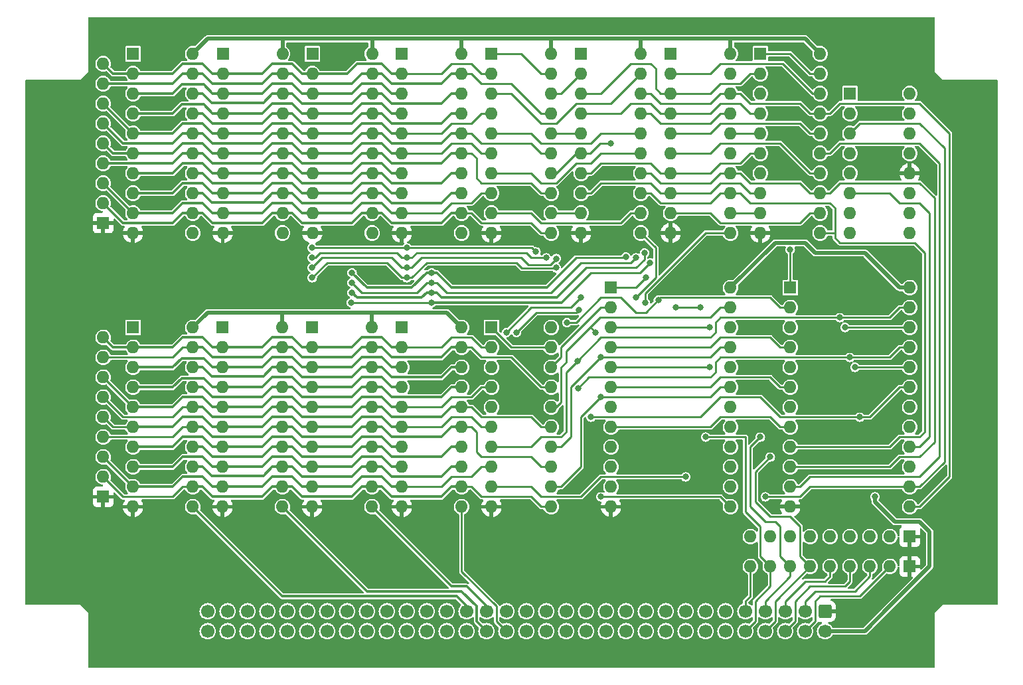
<source format=gbr>
%TF.GenerationSoftware,KiCad,Pcbnew,7.0.1*%
%TF.CreationDate,2023-08-25T15:18:18+01:00*%
%TF.ProjectId,Register_board,52656769-7374-4657-925f-626f6172642e,rev?*%
%TF.SameCoordinates,Original*%
%TF.FileFunction,Copper,L2,Bot*%
%TF.FilePolarity,Positive*%
%FSLAX46Y46*%
G04 Gerber Fmt 4.6, Leading zero omitted, Abs format (unit mm)*
G04 Created by KiCad (PCBNEW 7.0.1) date 2023-08-25 15:18:18*
%MOMM*%
%LPD*%
G01*
G04 APERTURE LIST*
G04 Aperture macros list*
%AMRoundRect*
0 Rectangle with rounded corners*
0 $1 Rounding radius*
0 $2 $3 $4 $5 $6 $7 $8 $9 X,Y pos of 4 corners*
0 Add a 4 corners polygon primitive as box body*
4,1,4,$2,$3,$4,$5,$6,$7,$8,$9,$2,$3,0*
0 Add four circle primitives for the rounded corners*
1,1,$1+$1,$2,$3*
1,1,$1+$1,$4,$5*
1,1,$1+$1,$6,$7*
1,1,$1+$1,$8,$9*
0 Add four rect primitives between the rounded corners*
20,1,$1+$1,$2,$3,$4,$5,0*
20,1,$1+$1,$4,$5,$6,$7,0*
20,1,$1+$1,$6,$7,$8,$9,0*
20,1,$1+$1,$8,$9,$2,$3,0*%
G04 Aperture macros list end*
%TA.AperFunction,ComponentPad*%
%ADD10R,1.600000X1.600000*%
%TD*%
%TA.AperFunction,ComponentPad*%
%ADD11O,1.600000X1.600000*%
%TD*%
%TA.AperFunction,ComponentPad*%
%ADD12RoundRect,0.250000X-0.600000X0.600000X-0.600000X-0.600000X0.600000X-0.600000X0.600000X0.600000X0*%
%TD*%
%TA.AperFunction,ComponentPad*%
%ADD13C,1.700000*%
%TD*%
%TA.AperFunction,ViaPad*%
%ADD14C,0.800000*%
%TD*%
%TA.AperFunction,Conductor*%
%ADD15C,0.300000*%
%TD*%
%TA.AperFunction,Conductor*%
%ADD16C,0.250000*%
%TD*%
%TA.AperFunction,Conductor*%
%ADD17C,0.500000*%
%TD*%
G04 APERTURE END LIST*
D10*
%TO.P,U11,1,B0*%
%TO.N,/D4*%
X148590000Y-78735000D03*
D11*
%TO.P,U11,2,A0*%
%TO.N,/L4*%
X148590000Y-81275000D03*
%TO.P,U11,3,S3*%
%TO.N,/ALU_S3*%
X148590000Y-83815000D03*
%TO.P,U11,4,S2*%
%TO.N,/ALU_S2*%
X148590000Y-86355000D03*
%TO.P,U11,5,S1*%
%TO.N,/ALU_S1*%
X148590000Y-88895000D03*
%TO.P,U11,6,S0*%
%TO.N,/ALU_S0*%
X148590000Y-91435000D03*
%TO.P,U11,7,Cn*%
%TO.N,Net-(U10-Cn+4)*%
X148590000Y-93975000D03*
%TO.P,U11,8,M*%
%TO.N,/ALU_M*%
X148590000Y-96515000D03*
%TO.P,U11,9,F0*%
%TO.N,/ALU4*%
X148590000Y-99055000D03*
%TO.P,U11,10,F1*%
%TO.N,/ALU5*%
X148590000Y-101595000D03*
%TO.P,U11,11,F2*%
%TO.N,/ALU6*%
X148590000Y-104135000D03*
%TO.P,U11,12,GND*%
%TO.N,GND*%
X148590000Y-106675000D03*
%TO.P,U11,13,F3*%
%TO.N,/ALU7*%
X163830000Y-106675000D03*
%TO.P,U11,14,A=B*%
%TO.N,Net-(U11-A=B)*%
X163830000Y-104135000D03*
%TO.P,U11,15,X*%
%TO.N,unconnected-(U11-X-Pad15)*%
X163830000Y-101595000D03*
%TO.P,U11,16,Cn+4*%
%TO.N,Net-(U11-Cn+4)*%
X163830000Y-99055000D03*
%TO.P,U11,17,Y*%
%TO.N,unconnected-(U11-Y-Pad17)*%
X163830000Y-96515000D03*
%TO.P,U11,18,B3*%
%TO.N,/D7*%
X163830000Y-93975000D03*
%TO.P,U11,19,A3*%
%TO.N,/L7*%
X163830000Y-91435000D03*
%TO.P,U11,20,B2*%
%TO.N,/D6*%
X163830000Y-88895000D03*
%TO.P,U11,21,A2*%
%TO.N,/L6*%
X163830000Y-86355000D03*
%TO.P,U11,22,B1*%
%TO.N,/D5*%
X163830000Y-83815000D03*
%TO.P,U11,23,A1*%
%TO.N,/L5*%
X163830000Y-81275000D03*
%TO.P,U11,24,VCC*%
%TO.N,+5V*%
X163830000Y-78735000D03*
%TD*%
D10*
%TO.P,U1,1,OE*%
%TO.N,/~{PC_OUT}*%
X64770000Y-48895000D03*
D11*
%TO.P,U1,2,O0*%
%TO.N,/A0*%
X64770000Y-51435000D03*
%TO.P,U1,3,D0*%
%TO.N,/ALU0*%
X64770000Y-53975000D03*
%TO.P,U1,4,D1*%
%TO.N,/ALU1*%
X64770000Y-56515000D03*
%TO.P,U1,5,O1*%
%TO.N,/A1*%
X64770000Y-59055000D03*
%TO.P,U1,6,O2*%
%TO.N,/A2*%
X64770000Y-61595000D03*
%TO.P,U1,7,D2*%
%TO.N,/ALU2*%
X64770000Y-64135000D03*
%TO.P,U1,8,D3*%
%TO.N,/ALU3*%
X64770000Y-66675000D03*
%TO.P,U1,9,O3*%
%TO.N,/A3*%
X64770000Y-69215000D03*
%TO.P,U1,10,GND*%
%TO.N,GND*%
X64770000Y-71755000D03*
%TO.P,U1,11,Cp*%
%TO.N,/PC_H_LOAD*%
X72390000Y-71755000D03*
%TO.P,U1,12,O4*%
%TO.N,/A4*%
X72390000Y-69215000D03*
%TO.P,U1,13,D4*%
%TO.N,/ALU4*%
X72390000Y-66675000D03*
%TO.P,U1,14,D5*%
%TO.N,/ALU5*%
X72390000Y-64135000D03*
%TO.P,U1,15,O5*%
%TO.N,/A5*%
X72390000Y-61595000D03*
%TO.P,U1,16,O6*%
%TO.N,/A6*%
X72390000Y-59055000D03*
%TO.P,U1,17,D6*%
%TO.N,/ALU6*%
X72390000Y-56515000D03*
%TO.P,U1,18,D7*%
%TO.N,/ALU7*%
X72390000Y-53975000D03*
%TO.P,U1,19,O7*%
%TO.N,/A7*%
X72390000Y-51435000D03*
%TO.P,U1,20,VCC*%
%TO.N,+5V*%
X72390000Y-48895000D03*
%TD*%
D10*
%TO.P,U15,1,OE*%
%TO.N,/~{DE_OUT}*%
X99060000Y-83820000D03*
D11*
%TO.P,U15,2,O0*%
%TO.N,/A8*%
X99060000Y-86360000D03*
%TO.P,U15,3,D0*%
%TO.N,/ALU0*%
X99060000Y-88900000D03*
%TO.P,U15,4,D1*%
%TO.N,/ALU1*%
X99060000Y-91440000D03*
%TO.P,U15,5,O1*%
%TO.N,/A9*%
X99060000Y-93980000D03*
%TO.P,U15,6,O2*%
%TO.N,/A10*%
X99060000Y-96520000D03*
%TO.P,U15,7,D2*%
%TO.N,/ALU2*%
X99060000Y-99060000D03*
%TO.P,U15,8,D3*%
%TO.N,/ALU3*%
X99060000Y-101600000D03*
%TO.P,U15,9,O3*%
%TO.N,/A11*%
X99060000Y-104140000D03*
%TO.P,U15,10,GND*%
%TO.N,GND*%
X99060000Y-106680000D03*
%TO.P,U15,11,Cp*%
%TO.N,/E_LOAD*%
X106680000Y-106680000D03*
%TO.P,U15,12,O4*%
%TO.N,/A12*%
X106680000Y-104140000D03*
%TO.P,U15,13,D4*%
%TO.N,/ALU4*%
X106680000Y-101600000D03*
%TO.P,U15,14,D5*%
%TO.N,/ALU5*%
X106680000Y-99060000D03*
%TO.P,U15,15,O5*%
%TO.N,/A13*%
X106680000Y-96520000D03*
%TO.P,U15,16,O6*%
%TO.N,/A14*%
X106680000Y-93980000D03*
%TO.P,U15,17,D6*%
%TO.N,/ALU6*%
X106680000Y-91440000D03*
%TO.P,U15,18,D7*%
%TO.N,/ALU7*%
X106680000Y-88900000D03*
%TO.P,U15,19,O7*%
%TO.N,/A15*%
X106680000Y-86360000D03*
%TO.P,U15,20,VCC*%
%TO.N,+5V*%
X106680000Y-83820000D03*
%TD*%
D10*
%TO.P,RN4,1,common*%
%TO.N,GND*%
X163830000Y-114300000D03*
D11*
%TO.P,RN4,2,R1*%
%TO.N,/D7*%
X161290000Y-114300000D03*
%TO.P,RN4,3,R2*%
%TO.N,/D6*%
X158750000Y-114300000D03*
%TO.P,RN4,4,R3*%
%TO.N,/D5*%
X156210000Y-114300000D03*
%TO.P,RN4,5,R4*%
%TO.N,/D4*%
X153670000Y-114300000D03*
%TO.P,RN4,6,R5*%
%TO.N,/D3*%
X151130000Y-114300000D03*
%TO.P,RN4,7,R6*%
%TO.N,/D2*%
X148590000Y-114300000D03*
%TO.P,RN4,8,R7*%
%TO.N,/D1*%
X146050000Y-114300000D03*
%TO.P,RN4,9,R8*%
%TO.N,/D0*%
X143510000Y-114300000D03*
%TD*%
D10*
%TO.P,U12,1,OE*%
%TO.N,/~{PC_OUT}*%
X64770000Y-83820000D03*
D11*
%TO.P,U12,2,O0*%
%TO.N,/A8*%
X64770000Y-86360000D03*
%TO.P,U12,3,D0*%
%TO.N,/ALU0*%
X64770000Y-88900000D03*
%TO.P,U12,4,D1*%
%TO.N,/ALU1*%
X64770000Y-91440000D03*
%TO.P,U12,5,O1*%
%TO.N,/A9*%
X64770000Y-93980000D03*
%TO.P,U12,6,O2*%
%TO.N,/A10*%
X64770000Y-96520000D03*
%TO.P,U12,7,D2*%
%TO.N,/ALU2*%
X64770000Y-99060000D03*
%TO.P,U12,8,D3*%
%TO.N,/ALU3*%
X64770000Y-101600000D03*
%TO.P,U12,9,O3*%
%TO.N,/A11*%
X64770000Y-104140000D03*
%TO.P,U12,10,GND*%
%TO.N,GND*%
X64770000Y-106680000D03*
%TO.P,U12,11,Cp*%
%TO.N,/PC_L_LOAD*%
X72390000Y-106680000D03*
%TO.P,U12,12,O4*%
%TO.N,/A12*%
X72390000Y-104140000D03*
%TO.P,U12,13,D4*%
%TO.N,/ALU4*%
X72390000Y-101600000D03*
%TO.P,U12,14,D5*%
%TO.N,/ALU5*%
X72390000Y-99060000D03*
%TO.P,U12,15,O5*%
%TO.N,/A13*%
X72390000Y-96520000D03*
%TO.P,U12,16,O6*%
%TO.N,/A14*%
X72390000Y-93980000D03*
%TO.P,U12,17,D6*%
%TO.N,/ALU6*%
X72390000Y-91440000D03*
%TO.P,U12,18,D7*%
%TO.N,/ALU7*%
X72390000Y-88900000D03*
%TO.P,U12,19,O7*%
%TO.N,/A15*%
X72390000Y-86360000D03*
%TO.P,U12,20,VCC*%
%TO.N,+5V*%
X72390000Y-83820000D03*
%TD*%
D10*
%TO.P,U6,1,OE*%
%TO.N,/~{A_OUT}*%
X121920000Y-48895000D03*
D11*
%TO.P,U6,2,O0*%
%TO.N,/L0*%
X121920000Y-51435000D03*
%TO.P,U6,3,D0*%
%TO.N,/ALU0*%
X121920000Y-53975000D03*
%TO.P,U6,4,D1*%
%TO.N,/ALU1*%
X121920000Y-56515000D03*
%TO.P,U6,5,O1*%
%TO.N,/L1*%
X121920000Y-59055000D03*
%TO.P,U6,6,O2*%
%TO.N,/L2*%
X121920000Y-61595000D03*
%TO.P,U6,7,D2*%
%TO.N,/ALU2*%
X121920000Y-64135000D03*
%TO.P,U6,8,D3*%
%TO.N,/ALU3*%
X121920000Y-66675000D03*
%TO.P,U6,9,O3*%
%TO.N,/L3*%
X121920000Y-69215000D03*
%TO.P,U6,10,GND*%
%TO.N,GND*%
X121920000Y-71755000D03*
%TO.P,U6,11,Cp*%
%TO.N,/A_LOAD*%
X129540000Y-71755000D03*
%TO.P,U6,12,O4*%
%TO.N,/L4*%
X129540000Y-69215000D03*
%TO.P,U6,13,D4*%
%TO.N,/ALU4*%
X129540000Y-66675000D03*
%TO.P,U6,14,D5*%
%TO.N,/ALU5*%
X129540000Y-64135000D03*
%TO.P,U6,15,O5*%
%TO.N,/L5*%
X129540000Y-61595000D03*
%TO.P,U6,16,O6*%
%TO.N,/L6*%
X129540000Y-59055000D03*
%TO.P,U6,17,D6*%
%TO.N,/ALU6*%
X129540000Y-56515000D03*
%TO.P,U6,18,D7*%
%TO.N,/ALU7*%
X129540000Y-53975000D03*
%TO.P,U6,19,O7*%
%TO.N,/L7*%
X129540000Y-51435000D03*
%TO.P,U6,20,VCC*%
%TO.N,+5V*%
X129540000Y-48895000D03*
%TD*%
D10*
%TO.P,U7,1,OE*%
%TO.N,/~{T_OUT}*%
X133350000Y-48895000D03*
D11*
%TO.P,U7,2,O0*%
%TO.N,/D0*%
X133350000Y-51435000D03*
%TO.P,U7,3,D0*%
%TO.N,/ALU0*%
X133350000Y-53975000D03*
%TO.P,U7,4,D1*%
%TO.N,/ALU1*%
X133350000Y-56515000D03*
%TO.P,U7,5,O1*%
%TO.N,/D1*%
X133350000Y-59055000D03*
%TO.P,U7,6,O2*%
%TO.N,/D2*%
X133350000Y-61595000D03*
%TO.P,U7,7,D2*%
%TO.N,/ALU2*%
X133350000Y-64135000D03*
%TO.P,U7,8,D3*%
%TO.N,/ALU3*%
X133350000Y-66675000D03*
%TO.P,U7,9,O3*%
%TO.N,/D3*%
X133350000Y-69215000D03*
%TO.P,U7,10,GND*%
%TO.N,GND*%
X133350000Y-71755000D03*
%TO.P,U7,11,Cp*%
%TO.N,/T_LOAD*%
X140970000Y-71755000D03*
%TO.P,U7,12,O4*%
%TO.N,/D4*%
X140970000Y-69215000D03*
%TO.P,U7,13,D4*%
%TO.N,/ALU4*%
X140970000Y-66675000D03*
%TO.P,U7,14,D5*%
%TO.N,/ALU5*%
X140970000Y-64135000D03*
%TO.P,U7,15,O5*%
%TO.N,/D5*%
X140970000Y-61595000D03*
%TO.P,U7,16,O6*%
%TO.N,/D6*%
X140970000Y-59055000D03*
%TO.P,U7,17,D6*%
%TO.N,/ALU6*%
X140970000Y-56515000D03*
%TO.P,U7,18,D7*%
%TO.N,/ALU7*%
X140970000Y-53975000D03*
%TO.P,U7,19,O7*%
%TO.N,/D7*%
X140970000Y-51435000D03*
%TO.P,U7,20,VCC*%
%TO.N,+5V*%
X140970000Y-48895000D03*
%TD*%
D12*
%TO.P,J1,1,Pin_1*%
%TO.N,GND*%
X153035000Y-120015000D03*
D13*
%TO.P,J1,2,Pin_2*%
%TO.N,+5V*%
X153035000Y-122555000D03*
%TO.P,J1,3,Pin_3*%
%TO.N,/D6*%
X150495000Y-120015000D03*
%TO.P,J1,4,Pin_4*%
%TO.N,/D7*%
X150495000Y-122555000D03*
%TO.P,J1,5,Pin_5*%
%TO.N,/D4*%
X147955000Y-120015000D03*
%TO.P,J1,6,Pin_6*%
%TO.N,/D5*%
X147955000Y-122555000D03*
%TO.P,J1,7,Pin_7*%
%TO.N,/D2*%
X145415000Y-120015000D03*
%TO.P,J1,8,Pin_8*%
%TO.N,/D3*%
X145415000Y-122555000D03*
%TO.P,J1,9,Pin_9*%
%TO.N,/D0*%
X142875000Y-120015000D03*
%TO.P,J1,10,Pin_10*%
%TO.N,/D1*%
X142875000Y-122555000D03*
%TO.P,J1,11,Pin_11*%
%TO.N,/EQUAL_FLAG_A*%
X140335000Y-120015000D03*
%TO.P,J1,12,Pin_12*%
%TO.N,/CARRY_FLAG_A*%
X140335000Y-122555000D03*
%TO.P,J1,13,Pin_13*%
%TO.N,/FLAGS_B_UPDATE*%
X137795000Y-120015000D03*
%TO.P,J1,14,Pin_14*%
%TO.N,/FLAGS_A_UPDATE*%
X137795000Y-122555000D03*
%TO.P,J1,15,Pin_15*%
%TO.N,/EQUAL_FLAG_B*%
X135255000Y-120015000D03*
%TO.P,J1,16,Pin_16*%
%TO.N,/CARRY_FLAG_B*%
X135255000Y-122555000D03*
%TO.P,J1,17,Pin_17*%
%TO.N,/A_LOAD*%
X132715000Y-120015000D03*
%TO.P,J1,18,Pin_18*%
%TO.N,/T_LOAD*%
X132715000Y-122555000D03*
%TO.P,J1,19,Pin_19*%
%TO.N,/ALU_S2*%
X130175000Y-120015000D03*
%TO.P,J1,20,Pin_20*%
%TO.N,/ALU_S3*%
X130175000Y-122555000D03*
%TO.P,J1,21,Pin_21*%
%TO.N,/ALU_S0*%
X127635000Y-120015000D03*
%TO.P,J1,22,Pin_22*%
%TO.N,/ALU_S1*%
X127635000Y-122555000D03*
%TO.P,J1,23,Pin_23*%
%TO.N,/D_LOAD*%
X125095000Y-120015000D03*
%TO.P,J1,24,Pin_24*%
%TO.N,/~{ALU_CIN}*%
X125095000Y-122555000D03*
%TO.P,J1,25,Pin_25*%
%TO.N,/~{ADR_L_OUT}*%
X122555000Y-120015000D03*
%TO.P,J1,26,Pin_26*%
%TO.N,/ALU_M*%
X122555000Y-122555000D03*
%TO.P,J1,27,Pin_27*%
%TO.N,/CLK*%
X120015000Y-120015000D03*
%TO.P,J1,28,Pin_28*%
%TO.N,/~{RESET}*%
X120015000Y-122555000D03*
%TO.P,J1,29,Pin_29*%
%TO.N,/~{RAM_OUT}*%
X117475000Y-120015000D03*
%TO.P,J1,30,Pin_30*%
%TO.N,/RAM_LOAD*%
X117475000Y-122555000D03*
%TO.P,J1,31,Pin_31*%
%TO.N,unconnected-(J1-Pin_31-Pad31)*%
X114935000Y-120015000D03*
%TO.P,J1,32,Pin_32*%
%TO.N,unconnected-(J1-Pin_32-Pad32)*%
X114935000Y-122555000D03*
%TO.P,J1,33,Pin_33*%
%TO.N,/CONTROL_DISABLE*%
X112395000Y-120015000D03*
%TO.P,J1,34,Pin_34*%
%TO.N,/E_LOAD*%
X112395000Y-122555000D03*
%TO.P,J1,35,Pin_35*%
%TO.N,/C_LOAD*%
X109855000Y-120015000D03*
%TO.P,J1,36,Pin_36*%
%TO.N,/SP_L_LOAD*%
X109855000Y-122555000D03*
%TO.P,J1,37,Pin_37*%
%TO.N,/PC_L_LOAD*%
X107315000Y-120015000D03*
%TO.P,J1,38,Pin_38*%
%TO.N,/~{DE_OUT}*%
X107315000Y-122555000D03*
%TO.P,J1,39,Pin_39*%
%TO.N,/B_LOAD*%
X104775000Y-120015000D03*
%TO.P,J1,40,Pin_40*%
%TO.N,/~{BC_OUT}*%
X104775000Y-122555000D03*
%TO.P,J1,41,Pin_41*%
%TO.N,/SP_H_LOAD*%
X102235000Y-120015000D03*
%TO.P,J1,42,Pin_42*%
%TO.N,/~{ADR_H_OUT}*%
X102235000Y-122555000D03*
%TO.P,J1,43,Pin_43*%
%TO.N,/~{A_OUT}*%
X99695000Y-120015000D03*
%TO.P,J1,44,Pin_44*%
%TO.N,/~{T_OUT}*%
X99695000Y-122555000D03*
%TO.P,J1,45,Pin_45*%
%TO.N,/~{ALU_OUT}*%
X97155000Y-120015000D03*
%TO.P,J1,46,Pin_46*%
%TO.N,/~{PC_OUT}*%
X97155000Y-122555000D03*
%TO.P,J1,47,Pin_47*%
%TO.N,/PC_H_LOAD*%
X94615000Y-120015000D03*
%TO.P,J1,48,Pin_48*%
%TO.N,/~{SP_OUT}*%
X94615000Y-122555000D03*
%TO.P,J1,49,Pin_49*%
%TO.N,/A14*%
X92075000Y-120015000D03*
%TO.P,J1,50,Pin_50*%
%TO.N,/A13*%
X92075000Y-122555000D03*
%TO.P,J1,51,Pin_51*%
%TO.N,/A12*%
X89535000Y-120015000D03*
%TO.P,J1,52,Pin_52*%
%TO.N,/A15*%
X89535000Y-122555000D03*
%TO.P,J1,53,Pin_53*%
%TO.N,/A4*%
X86995000Y-120015000D03*
%TO.P,J1,54,Pin_54*%
%TO.N,/A5*%
X86995000Y-122555000D03*
%TO.P,J1,55,Pin_55*%
%TO.N,/A6*%
X84455000Y-120015000D03*
%TO.P,J1,56,Pin_56*%
%TO.N,/A7*%
X84455000Y-122555000D03*
%TO.P,J1,57,Pin_57*%
%TO.N,/A0*%
X81915000Y-120015000D03*
%TO.P,J1,58,Pin_58*%
%TO.N,/A8*%
X81915000Y-122555000D03*
%TO.P,J1,59,Pin_59*%
%TO.N,/A1*%
X79375000Y-120015000D03*
%TO.P,J1,60,Pin_60*%
%TO.N,/A9*%
X79375000Y-122555000D03*
%TO.P,J1,61,Pin_61*%
%TO.N,/A2*%
X76835000Y-120015000D03*
%TO.P,J1,62,Pin_62*%
%TO.N,/A10*%
X76835000Y-122555000D03*
%TO.P,J1,63,Pin_63*%
%TO.N,/A3*%
X74295000Y-120015000D03*
%TO.P,J1,64,Pin_64*%
%TO.N,/A11*%
X74295000Y-122555000D03*
%TD*%
D10*
%TO.P,U13,1,OE*%
%TO.N,/~{SP_OUT}*%
X76200000Y-83820000D03*
D11*
%TO.P,U13,2,O0*%
%TO.N,/A8*%
X76200000Y-86360000D03*
%TO.P,U13,3,D0*%
%TO.N,/ALU0*%
X76200000Y-88900000D03*
%TO.P,U13,4,D1*%
%TO.N,/ALU1*%
X76200000Y-91440000D03*
%TO.P,U13,5,O1*%
%TO.N,/A9*%
X76200000Y-93980000D03*
%TO.P,U13,6,O2*%
%TO.N,/A10*%
X76200000Y-96520000D03*
%TO.P,U13,7,D2*%
%TO.N,/ALU2*%
X76200000Y-99060000D03*
%TO.P,U13,8,D3*%
%TO.N,/ALU3*%
X76200000Y-101600000D03*
%TO.P,U13,9,O3*%
%TO.N,/A11*%
X76200000Y-104140000D03*
%TO.P,U13,10,GND*%
%TO.N,GND*%
X76200000Y-106680000D03*
%TO.P,U13,11,Cp*%
%TO.N,/SP_L_LOAD*%
X83820000Y-106680000D03*
%TO.P,U13,12,O4*%
%TO.N,/A12*%
X83820000Y-104140000D03*
%TO.P,U13,13,D4*%
%TO.N,/ALU4*%
X83820000Y-101600000D03*
%TO.P,U13,14,D5*%
%TO.N,/ALU5*%
X83820000Y-99060000D03*
%TO.P,U13,15,O5*%
%TO.N,/A13*%
X83820000Y-96520000D03*
%TO.P,U13,16,O6*%
%TO.N,/A14*%
X83820000Y-93980000D03*
%TO.P,U13,17,D6*%
%TO.N,/ALU6*%
X83820000Y-91440000D03*
%TO.P,U13,18,D7*%
%TO.N,/ALU7*%
X83820000Y-88900000D03*
%TO.P,U13,19,O7*%
%TO.N,/A15*%
X83820000Y-86360000D03*
%TO.P,U13,20,VCC*%
%TO.N,+5V*%
X83820000Y-83820000D03*
%TD*%
D10*
%TO.P,RN2,1,common*%
%TO.N,GND*%
X60960000Y-105410000D03*
D11*
%TO.P,RN2,2,R1*%
%TO.N,/A12*%
X60960000Y-102870000D03*
%TO.P,RN2,3,R2*%
%TO.N,/A11*%
X60960000Y-100330000D03*
%TO.P,RN2,4,R3*%
%TO.N,/A13*%
X60960000Y-97790000D03*
%TO.P,RN2,5,R4*%
%TO.N,/A10*%
X60960000Y-95250000D03*
%TO.P,RN2,6,R5*%
%TO.N,/A14*%
X60960000Y-92710000D03*
%TO.P,RN2,7,R6*%
%TO.N,/A9*%
X60960000Y-90170000D03*
%TO.P,RN2,8,R7*%
%TO.N,/A15*%
X60960000Y-87630000D03*
%TO.P,RN2,9,R8*%
%TO.N,/A8*%
X60960000Y-85090000D03*
%TD*%
D10*
%TO.P,U4,1,OE*%
%TO.N,/~{DE_OUT}*%
X99060000Y-48895000D03*
D11*
%TO.P,U4,2,O0*%
%TO.N,/A0*%
X99060000Y-51435000D03*
%TO.P,U4,3,D0*%
%TO.N,/ALU0*%
X99060000Y-53975000D03*
%TO.P,U4,4,D1*%
%TO.N,/ALU1*%
X99060000Y-56515000D03*
%TO.P,U4,5,O1*%
%TO.N,/A1*%
X99060000Y-59055000D03*
%TO.P,U4,6,O2*%
%TO.N,/A2*%
X99060000Y-61595000D03*
%TO.P,U4,7,D2*%
%TO.N,/ALU2*%
X99060000Y-64135000D03*
%TO.P,U4,8,D3*%
%TO.N,/ALU3*%
X99060000Y-66675000D03*
%TO.P,U4,9,O3*%
%TO.N,/A3*%
X99060000Y-69215000D03*
%TO.P,U4,10,GND*%
%TO.N,GND*%
X99060000Y-71755000D03*
%TO.P,U4,11,Cp*%
%TO.N,/D_LOAD*%
X106680000Y-71755000D03*
%TO.P,U4,12,O4*%
%TO.N,/A4*%
X106680000Y-69215000D03*
%TO.P,U4,13,D4*%
%TO.N,/ALU4*%
X106680000Y-66675000D03*
%TO.P,U4,14,D5*%
%TO.N,/ALU5*%
X106680000Y-64135000D03*
%TO.P,U4,15,O5*%
%TO.N,/A5*%
X106680000Y-61595000D03*
%TO.P,U4,16,O6*%
%TO.N,/A6*%
X106680000Y-59055000D03*
%TO.P,U4,17,D6*%
%TO.N,/ALU6*%
X106680000Y-56515000D03*
%TO.P,U4,18,D7*%
%TO.N,/ALU7*%
X106680000Y-53975000D03*
%TO.P,U4,19,O7*%
%TO.N,/A7*%
X106680000Y-51435000D03*
%TO.P,U4,20,VCC*%
%TO.N,+5V*%
X106680000Y-48895000D03*
%TD*%
D10*
%TO.P,U3,1,OE*%
%TO.N,/~{BC_OUT}*%
X87640000Y-48895000D03*
D11*
%TO.P,U3,2,O0*%
%TO.N,/A0*%
X87640000Y-51435000D03*
%TO.P,U3,3,D0*%
%TO.N,/ALU0*%
X87640000Y-53975000D03*
%TO.P,U3,4,D1*%
%TO.N,/ALU1*%
X87640000Y-56515000D03*
%TO.P,U3,5,O1*%
%TO.N,/A1*%
X87640000Y-59055000D03*
%TO.P,U3,6,O2*%
%TO.N,/A2*%
X87640000Y-61595000D03*
%TO.P,U3,7,D2*%
%TO.N,/ALU2*%
X87640000Y-64135000D03*
%TO.P,U3,8,D3*%
%TO.N,/ALU3*%
X87640000Y-66675000D03*
%TO.P,U3,9,O3*%
%TO.N,/A3*%
X87640000Y-69215000D03*
%TO.P,U3,10,GND*%
%TO.N,GND*%
X87640000Y-71755000D03*
%TO.P,U3,11,Cp*%
%TO.N,/B_LOAD*%
X95260000Y-71755000D03*
%TO.P,U3,12,O4*%
%TO.N,/A4*%
X95260000Y-69215000D03*
%TO.P,U3,13,D4*%
%TO.N,/ALU4*%
X95260000Y-66675000D03*
%TO.P,U3,14,D5*%
%TO.N,/ALU5*%
X95260000Y-64135000D03*
%TO.P,U3,15,O5*%
%TO.N,/A5*%
X95260000Y-61595000D03*
%TO.P,U3,16,O6*%
%TO.N,/A6*%
X95260000Y-59055000D03*
%TO.P,U3,17,D6*%
%TO.N,/ALU6*%
X95260000Y-56515000D03*
%TO.P,U3,18,D7*%
%TO.N,/ALU7*%
X95260000Y-53975000D03*
%TO.P,U3,19,O7*%
%TO.N,/A7*%
X95260000Y-51435000D03*
%TO.P,U3,20,VCC*%
%TO.N,+5V*%
X95260000Y-48895000D03*
%TD*%
D10*
%TO.P,U5,1,OEa*%
%TO.N,/~{ADR_H_OUT}*%
X110490000Y-48895000D03*
D11*
%TO.P,U5,2,I0a*%
%TO.N,/A0*%
X110490000Y-51435000D03*
%TO.P,U5,3,O3b*%
%TO.N,/L7*%
X110490000Y-53975000D03*
%TO.P,U5,4,I1a*%
%TO.N,/A1*%
X110490000Y-56515000D03*
%TO.P,U5,5,O2b*%
%TO.N,/L6*%
X110490000Y-59055000D03*
%TO.P,U5,6,I2a*%
%TO.N,/A2*%
X110490000Y-61595000D03*
%TO.P,U5,7,O1b*%
%TO.N,/L5*%
X110490000Y-64135000D03*
%TO.P,U5,8,I3a*%
%TO.N,/A3*%
X110490000Y-66675000D03*
%TO.P,U5,9,O0b*%
%TO.N,/L4*%
X110490000Y-69215000D03*
%TO.P,U5,10,GND*%
%TO.N,GND*%
X110490000Y-71755000D03*
%TO.P,U5,11,I0b*%
%TO.N,/A4*%
X118110000Y-71755000D03*
%TO.P,U5,12,O3a*%
%TO.N,/L3*%
X118110000Y-69215000D03*
%TO.P,U5,13,I1b*%
%TO.N,/A5*%
X118110000Y-66675000D03*
%TO.P,U5,14,O2a*%
%TO.N,/L2*%
X118110000Y-64135000D03*
%TO.P,U5,15,I2b*%
%TO.N,/A6*%
X118110000Y-61595000D03*
%TO.P,U5,16,O1a*%
%TO.N,/L1*%
X118110000Y-59055000D03*
%TO.P,U5,17,I3b*%
%TO.N,/A7*%
X118110000Y-56515000D03*
%TO.P,U5,18,O0a*%
%TO.N,/L0*%
X118110000Y-53975000D03*
%TO.P,U5,19,OEb*%
%TO.N,/~{ADR_H_OUT}*%
X118110000Y-51435000D03*
%TO.P,U5,20,VCC*%
%TO.N,+5V*%
X118110000Y-48895000D03*
%TD*%
D10*
%TO.P,U16,1,OEa*%
%TO.N,/~{ADR_L_OUT}*%
X110490000Y-83820000D03*
D11*
%TO.P,U16,2,I0a*%
%TO.N,/A8*%
X110490000Y-86360000D03*
%TO.P,U16,3,O3b*%
%TO.N,/L7*%
X110490000Y-88900000D03*
%TO.P,U16,4,I1a*%
%TO.N,/A9*%
X110490000Y-91440000D03*
%TO.P,U16,5,O2b*%
%TO.N,/L6*%
X110490000Y-93980000D03*
%TO.P,U16,6,I2a*%
%TO.N,/A10*%
X110490000Y-96520000D03*
%TO.P,U16,7,O1b*%
%TO.N,/L5*%
X110490000Y-99060000D03*
%TO.P,U16,8,I3a*%
%TO.N,/A11*%
X110490000Y-101600000D03*
%TO.P,U16,9,O0b*%
%TO.N,/L4*%
X110490000Y-104140000D03*
%TO.P,U16,10,GND*%
%TO.N,GND*%
X110490000Y-106680000D03*
%TO.P,U16,11,I0b*%
%TO.N,/A12*%
X118110000Y-106680000D03*
%TO.P,U16,12,O3a*%
%TO.N,/L3*%
X118110000Y-104140000D03*
%TO.P,U16,13,I1b*%
%TO.N,/A13*%
X118110000Y-101600000D03*
%TO.P,U16,14,O2a*%
%TO.N,/L2*%
X118110000Y-99060000D03*
%TO.P,U16,15,I2b*%
%TO.N,/A14*%
X118110000Y-96520000D03*
%TO.P,U16,16,O1a*%
%TO.N,/L1*%
X118110000Y-93980000D03*
%TO.P,U16,17,I3b*%
%TO.N,/A15*%
X118110000Y-91440000D03*
%TO.P,U16,18,O0a*%
%TO.N,/L0*%
X118110000Y-88900000D03*
%TO.P,U16,19,OEb*%
%TO.N,/~{ADR_L_OUT}*%
X118110000Y-86360000D03*
%TO.P,U16,20,VCC*%
%TO.N,+5V*%
X118110000Y-83820000D03*
%TD*%
D10*
%TO.P,U14,1,OE*%
%TO.N,/~{BC_OUT}*%
X87630000Y-83820000D03*
D11*
%TO.P,U14,2,O0*%
%TO.N,/A8*%
X87630000Y-86360000D03*
%TO.P,U14,3,D0*%
%TO.N,/ALU0*%
X87630000Y-88900000D03*
%TO.P,U14,4,D1*%
%TO.N,/ALU1*%
X87630000Y-91440000D03*
%TO.P,U14,5,O1*%
%TO.N,/A9*%
X87630000Y-93980000D03*
%TO.P,U14,6,O2*%
%TO.N,/A10*%
X87630000Y-96520000D03*
%TO.P,U14,7,D2*%
%TO.N,/ALU2*%
X87630000Y-99060000D03*
%TO.P,U14,8,D3*%
%TO.N,/ALU3*%
X87630000Y-101600000D03*
%TO.P,U14,9,O3*%
%TO.N,/A11*%
X87630000Y-104140000D03*
%TO.P,U14,10,GND*%
%TO.N,GND*%
X87630000Y-106680000D03*
%TO.P,U14,11,Cp*%
%TO.N,/C_LOAD*%
X95250000Y-106680000D03*
%TO.P,U14,12,O4*%
%TO.N,/A12*%
X95250000Y-104140000D03*
%TO.P,U14,13,D4*%
%TO.N,/ALU4*%
X95250000Y-101600000D03*
%TO.P,U14,14,D5*%
%TO.N,/ALU5*%
X95250000Y-99060000D03*
%TO.P,U14,15,O5*%
%TO.N,/A13*%
X95250000Y-96520000D03*
%TO.P,U14,16,O6*%
%TO.N,/A14*%
X95250000Y-93980000D03*
%TO.P,U14,17,D6*%
%TO.N,/ALU6*%
X95250000Y-91440000D03*
%TO.P,U14,18,D7*%
%TO.N,/ALU7*%
X95250000Y-88900000D03*
%TO.P,U14,19,O7*%
%TO.N,/A15*%
X95250000Y-86360000D03*
%TO.P,U14,20,VCC*%
%TO.N,+5V*%
X95250000Y-83820000D03*
%TD*%
D10*
%TO.P,U8,1,OEa*%
%TO.N,/~{ALU_OUT}*%
X144780000Y-48895000D03*
D11*
%TO.P,U8,2,I0a*%
%TO.N,/ALU0*%
X144780000Y-51435000D03*
%TO.P,U8,3,O3b*%
%TO.N,/D7*%
X144780000Y-53975000D03*
%TO.P,U8,4,I1a*%
%TO.N,/ALU1*%
X144780000Y-56515000D03*
%TO.P,U8,5,O2b*%
%TO.N,/D6*%
X144780000Y-59055000D03*
%TO.P,U8,6,I2a*%
%TO.N,/ALU2*%
X144780000Y-61595000D03*
%TO.P,U8,7,O1b*%
%TO.N,/D5*%
X144780000Y-64135000D03*
%TO.P,U8,8,I3a*%
%TO.N,/ALU3*%
X144780000Y-66675000D03*
%TO.P,U8,9,O0b*%
%TO.N,/D4*%
X144780000Y-69215000D03*
%TO.P,U8,10,GND*%
%TO.N,GND*%
X144780000Y-71755000D03*
%TO.P,U8,11,I0b*%
%TO.N,/ALU4*%
X152400000Y-71755000D03*
%TO.P,U8,12,O3a*%
%TO.N,/D3*%
X152400000Y-69215000D03*
%TO.P,U8,13,I1b*%
%TO.N,/ALU5*%
X152400000Y-66675000D03*
%TO.P,U8,14,O2a*%
%TO.N,/D2*%
X152400000Y-64135000D03*
%TO.P,U8,15,I2b*%
%TO.N,/ALU6*%
X152400000Y-61595000D03*
%TO.P,U8,16,O1a*%
%TO.N,/D1*%
X152400000Y-59055000D03*
%TO.P,U8,17,I3b*%
%TO.N,/ALU7*%
X152400000Y-56515000D03*
%TO.P,U8,18,O0a*%
%TO.N,/D0*%
X152400000Y-53975000D03*
%TO.P,U8,19,OEb*%
%TO.N,/~{ALU_OUT}*%
X152400000Y-51435000D03*
%TO.P,U8,20,VCC*%
%TO.N,+5V*%
X152400000Y-48895000D03*
%TD*%
D10*
%TO.P,RN3,1,common*%
%TO.N,GND*%
X163830000Y-110490000D03*
D11*
%TO.P,RN3,2,R1*%
%TO.N,/L7*%
X161290000Y-110490000D03*
%TO.P,RN3,3,R2*%
%TO.N,/L6*%
X158750000Y-110490000D03*
%TO.P,RN3,4,R3*%
%TO.N,/L5*%
X156210000Y-110490000D03*
%TO.P,RN3,5,R4*%
%TO.N,/L4*%
X153670000Y-110490000D03*
%TO.P,RN3,6,R5*%
%TO.N,/L1*%
X151130000Y-110490000D03*
%TO.P,RN3,7,R6*%
%TO.N,/L2*%
X148590000Y-110490000D03*
%TO.P,RN3,8,R7*%
%TO.N,/L3*%
X146050000Y-110490000D03*
%TO.P,RN3,9,R8*%
%TO.N,/L0*%
X143510000Y-110490000D03*
%TD*%
D10*
%TO.P,RN1,1,common*%
%TO.N,GND*%
X60960000Y-70485000D03*
D11*
%TO.P,RN1,2,R1*%
%TO.N,/A4*%
X60960000Y-67945000D03*
%TO.P,RN1,3,R2*%
%TO.N,/A3*%
X60960000Y-65405000D03*
%TO.P,RN1,4,R3*%
%TO.N,/A5*%
X60960000Y-62865000D03*
%TO.P,RN1,5,R4*%
%TO.N,/A2*%
X60960000Y-60325000D03*
%TO.P,RN1,6,R5*%
%TO.N,/A6*%
X60960000Y-57785000D03*
%TO.P,RN1,7,R6*%
%TO.N,/A1*%
X60960000Y-55245000D03*
%TO.P,RN1,8,R7*%
%TO.N,/A7*%
X60960000Y-52705000D03*
%TO.P,RN1,9,R8*%
%TO.N,/A0*%
X60960000Y-50165000D03*
%TD*%
D10*
%TO.P,U2,1,OE*%
%TO.N,/~{SP_OUT}*%
X76210000Y-48895000D03*
D11*
%TO.P,U2,2,O0*%
%TO.N,/A0*%
X76210000Y-51435000D03*
%TO.P,U2,3,D0*%
%TO.N,/ALU0*%
X76210000Y-53975000D03*
%TO.P,U2,4,D1*%
%TO.N,/ALU1*%
X76210000Y-56515000D03*
%TO.P,U2,5,O1*%
%TO.N,/A1*%
X76210000Y-59055000D03*
%TO.P,U2,6,O2*%
%TO.N,/A2*%
X76210000Y-61595000D03*
%TO.P,U2,7,D2*%
%TO.N,/ALU2*%
X76210000Y-64135000D03*
%TO.P,U2,8,D3*%
%TO.N,/ALU3*%
X76210000Y-66675000D03*
%TO.P,U2,9,O3*%
%TO.N,/A3*%
X76210000Y-69215000D03*
%TO.P,U2,10,GND*%
%TO.N,GND*%
X76210000Y-71755000D03*
%TO.P,U2,11,Cp*%
%TO.N,/SP_H_LOAD*%
X83830000Y-71755000D03*
%TO.P,U2,12,O4*%
%TO.N,/A4*%
X83830000Y-69215000D03*
%TO.P,U2,13,D4*%
%TO.N,/ALU4*%
X83830000Y-66675000D03*
%TO.P,U2,14,D5*%
%TO.N,/ALU5*%
X83830000Y-64135000D03*
%TO.P,U2,15,O5*%
%TO.N,/A5*%
X83830000Y-61595000D03*
%TO.P,U2,16,O6*%
%TO.N,/A6*%
X83830000Y-59055000D03*
%TO.P,U2,17,D6*%
%TO.N,/ALU6*%
X83830000Y-56515000D03*
%TO.P,U2,18,D7*%
%TO.N,/ALU7*%
X83830000Y-53975000D03*
%TO.P,U2,19,O7*%
%TO.N,/A7*%
X83830000Y-51435000D03*
%TO.P,U2,20,VCC*%
%TO.N,+5V*%
X83830000Y-48895000D03*
%TD*%
D10*
%TO.P,U9,1,~{Q0}*%
%TO.N,/CARRY_FLAG_A*%
X156210000Y-53975000D03*
D11*
%TO.P,U9,2,D0*%
%TO.N,Net-(U11-Cn+4)*%
X156210000Y-56515000D03*
%TO.P,U9,3,D1*%
%TO.N,Net-(U11-A=B)*%
X156210000Y-59055000D03*
%TO.P,U9,4,E23*%
%TO.N,/FLAGS_B_UPDATE*%
X156210000Y-61595000D03*
%TO.P,U9,5,VCC*%
%TO.N,+5V*%
X156210000Y-64135000D03*
%TO.P,U9,6,D2*%
%TO.N,Net-(U11-Cn+4)*%
X156210000Y-66675000D03*
%TO.P,U9,7,D3*%
%TO.N,Net-(U11-A=B)*%
X156210000Y-69215000D03*
%TO.P,U9,8,~{Q3}*%
%TO.N,unconnected-(U9-~{Q3}-Pad8)*%
X156210000Y-71755000D03*
%TO.P,U9,9,Q3*%
%TO.N,/EQUAL_FLAG_B*%
X163830000Y-71755000D03*
%TO.P,U9,10,Q2*%
%TO.N,unconnected-(U9-Q2-Pad10)*%
X163830000Y-69215000D03*
%TO.P,U9,11,~{Q2}*%
%TO.N,/CARRY_FLAG_B*%
X163830000Y-66675000D03*
%TO.P,U9,12,GND*%
%TO.N,GND*%
X163830000Y-64135000D03*
%TO.P,U9,13,E01*%
%TO.N,/FLAGS_A_UPDATE*%
X163830000Y-61595000D03*
%TO.P,U9,14,~{Q1}*%
%TO.N,unconnected-(U9-~{Q1}-Pad14)*%
X163830000Y-59055000D03*
%TO.P,U9,15,Q1*%
%TO.N,/EQUAL_FLAG_A*%
X163830000Y-56515000D03*
%TO.P,U9,16,Q0*%
%TO.N,unconnected-(U9-Q0-Pad16)*%
X163830000Y-53975000D03*
%TD*%
D10*
%TO.P,U10,1,B0*%
%TO.N,/D0*%
X125730000Y-78740000D03*
D11*
%TO.P,U10,2,A0*%
%TO.N,/L0*%
X125730000Y-81280000D03*
%TO.P,U10,3,S3*%
%TO.N,/ALU_S3*%
X125730000Y-83820000D03*
%TO.P,U10,4,S2*%
%TO.N,/ALU_S2*%
X125730000Y-86360000D03*
%TO.P,U10,5,S1*%
%TO.N,/ALU_S1*%
X125730000Y-88900000D03*
%TO.P,U10,6,S0*%
%TO.N,/ALU_S0*%
X125730000Y-91440000D03*
%TO.P,U10,7,Cn*%
%TO.N,/~{ALU_CIN}*%
X125730000Y-93980000D03*
%TO.P,U10,8,M*%
%TO.N,/ALU_M*%
X125730000Y-96520000D03*
%TO.P,U10,9,F0*%
%TO.N,/ALU0*%
X125730000Y-99060000D03*
%TO.P,U10,10,F1*%
%TO.N,/ALU1*%
X125730000Y-101600000D03*
%TO.P,U10,11,F2*%
%TO.N,/ALU2*%
X125730000Y-104140000D03*
%TO.P,U10,12,GND*%
%TO.N,GND*%
X125730000Y-106680000D03*
%TO.P,U10,13,F3*%
%TO.N,/ALU3*%
X140970000Y-106680000D03*
%TO.P,U10,14,A=B*%
%TO.N,Net-(U10-A=B)*%
X140970000Y-104140000D03*
%TO.P,U10,15,X*%
%TO.N,unconnected-(U10-X-Pad15)*%
X140970000Y-101600000D03*
%TO.P,U10,16,Cn+4*%
%TO.N,Net-(U10-Cn+4)*%
X140970000Y-99060000D03*
%TO.P,U10,17,Y*%
%TO.N,unconnected-(U10-Y-Pad17)*%
X140970000Y-96520000D03*
%TO.P,U10,18,B3*%
%TO.N,/D3*%
X140970000Y-93980000D03*
%TO.P,U10,19,A3*%
%TO.N,/L3*%
X140970000Y-91440000D03*
%TO.P,U10,20,B2*%
%TO.N,/D2*%
X140970000Y-88900000D03*
%TO.P,U10,21,A2*%
%TO.N,/L2*%
X140970000Y-86360000D03*
%TO.P,U10,22,B1*%
%TO.N,/D1*%
X140970000Y-83820000D03*
%TO.P,U10,23,A1*%
%TO.N,/L1*%
X140970000Y-81280000D03*
%TO.P,U10,24,VCC*%
%TO.N,+5V*%
X140970000Y-78740000D03*
%TD*%
D14*
%TO.N,GND*%
X147320000Y-51435000D03*
X60579000Y-111506000D03*
X114935000Y-116586000D03*
X114300000Y-90805000D03*
X84455000Y-74422000D03*
X154305000Y-46990000D03*
X70231000Y-47498000D03*
X149225000Y-64135000D03*
X160020000Y-74295000D03*
X93091000Y-71882000D03*
X67183000Y-50038000D03*
X110363000Y-124714000D03*
X110490000Y-76835000D03*
X146685000Y-62230000D03*
X158115000Y-53975000D03*
X83439000Y-79502000D03*
X115570000Y-67945000D03*
X134747000Y-106934000D03*
X160020000Y-64135000D03*
X174035000Y-113210000D03*
X128143000Y-126238000D03*
X133985000Y-78105000D03*
X102870000Y-88900000D03*
X102743000Y-107442000D03*
X77851000Y-45466000D03*
X159385000Y-77470000D03*
X90805000Y-107315000D03*
X64643000Y-111506000D03*
X59055000Y-54102000D03*
X66675000Y-57785000D03*
X171035000Y-69210000D03*
X53035000Y-64262000D03*
X123190000Y-99060000D03*
X159385000Y-53975000D03*
X142367000Y-108458000D03*
X174035000Y-57210000D03*
X113030000Y-93980000D03*
X155575000Y-121285000D03*
X95885000Y-109220000D03*
X109855000Y-110490000D03*
X174035000Y-87210000D03*
X144399000Y-45466000D03*
X59563000Y-75438000D03*
X134747000Y-116078000D03*
X165735000Y-120015000D03*
X164465000Y-76200000D03*
X108585000Y-83820000D03*
X86995000Y-80010000D03*
X149860000Y-71755000D03*
X53035000Y-113210000D03*
X102870000Y-91440000D03*
X146685000Y-53975000D03*
X122555000Y-113538000D03*
X105283000Y-113030000D03*
X63035000Y-118210000D03*
X75819000Y-80518000D03*
X121539000Y-107442000D03*
X76200000Y-109220000D03*
X165035000Y-46210000D03*
X115570000Y-87630000D03*
X64770000Y-81280000D03*
X85725000Y-106680000D03*
X158750000Y-120015000D03*
X69850000Y-57785000D03*
X108585000Y-90170000D03*
X123190000Y-101600000D03*
X161925000Y-61595000D03*
X141859000Y-124714000D03*
X151765000Y-123825000D03*
X96139000Y-126238000D03*
X167767000Y-53086000D03*
X142367000Y-112522000D03*
X99060000Y-108585000D03*
X149987000Y-97790000D03*
X162179000Y-95250000D03*
X90043000Y-48514000D03*
X162560000Y-74295000D03*
X70739000Y-125730000D03*
X95885000Y-77470000D03*
X171035000Y-100210000D03*
X85979000Y-124714000D03*
X58035000Y-102210000D03*
X65659000Y-45466000D03*
X115570000Y-85090000D03*
X71755000Y-74422000D03*
X159385000Y-61595000D03*
X148590000Y-56515000D03*
X155575000Y-51562000D03*
X66675000Y-55245000D03*
X159385000Y-126238000D03*
X93091000Y-49022000D03*
X62103000Y-83058000D03*
X142240000Y-73660000D03*
X53035000Y-86210000D03*
%TO.N,+5V*%
X159385000Y-105410000D03*
%TO.N,/D5*%
X155575000Y-83815000D03*
%TO.N,/D6*%
X156845000Y-88895000D03*
%TO.N,/D4*%
X148590000Y-73874500D03*
%TO.N,/D1*%
X137795000Y-97790000D03*
X133985000Y-81280000D03*
X137160000Y-81280000D03*
%TO.N,/D3*%
X146050000Y-100330000D03*
%TO.N,/D2*%
X144780000Y-97790000D03*
%TO.N,/A_LOAD*%
X128905000Y-80010000D03*
%TO.N,/T_LOAD*%
X130085500Y-80645000D03*
%TO.N,/D0*%
X130175000Y-77470000D03*
%TO.N,/ALU_S1*%
X138340500Y-88900000D03*
%TO.N,/ALU_S3*%
X138340500Y-83820000D03*
%TO.N,/L1*%
X123735500Y-84455000D03*
%TO.N,/L2*%
X125730000Y-60325000D03*
X124460000Y-87630000D03*
%TO.N,/L3*%
X124460000Y-92710000D03*
%TO.N,/L4*%
X120104500Y-83185000D03*
X131762500Y-80327500D03*
X135255000Y-102870000D03*
%TO.N,/L5*%
X121443750Y-88106250D03*
X154940000Y-82550000D03*
%TO.N,/L6*%
X113665000Y-84455000D03*
X156210000Y-87630000D03*
X121602500Y-81597500D03*
X121524549Y-91590049D03*
%TO.N,/L7*%
X112395000Y-84455000D03*
X123190000Y-95250000D03*
X157480000Y-95250000D03*
X121920000Y-80010000D03*
%TO.N,/ALU0*%
X87630000Y-77470000D03*
X99695000Y-77470000D03*
X118745000Y-76200000D03*
%TO.N,/ALU1*%
X87630000Y-76200000D03*
X99695000Y-76200000D03*
X118745000Y-75019500D03*
%TO.N,/ALU2*%
X87630000Y-74930000D03*
X99695000Y-74930000D03*
X117475000Y-74930000D03*
%TO.N,/ALU3*%
X116169122Y-74169622D03*
X99695000Y-73660000D03*
X124460000Y-105410000D03*
X87630000Y-73660000D03*
%TO.N,/ALU4*%
X92620500Y-80645000D03*
X102870000Y-80645000D03*
X130720500Y-75565000D03*
%TO.N,/ALU5*%
X92710000Y-79375000D03*
X102870000Y-79375000D03*
X129996000Y-74295000D03*
%TO.N,/ALU6*%
X102870000Y-78105000D03*
X128905000Y-74930000D03*
X92710000Y-78105000D03*
%TO.N,/ALU7*%
X127635000Y-74840500D03*
X92710000Y-76835000D03*
X102870000Y-76835000D03*
%TO.N,Net-(U11-A=B)*%
X145415000Y-105410000D03*
%TD*%
D15*
%TO.N,/C_LOAD*%
X109855000Y-119380000D02*
X109855000Y-120015000D01*
X107315000Y-116840000D02*
X109855000Y-119380000D01*
X95250000Y-106680000D02*
X105410000Y-116840000D01*
X105410000Y-116840000D02*
X107315000Y-116840000D01*
D16*
%TO.N,/E_LOAD*%
X111125000Y-121285000D02*
X112395000Y-122555000D01*
X106680000Y-114935000D02*
X111125000Y-119380000D01*
X106680000Y-106680000D02*
X106680000Y-114935000D01*
X111125000Y-119380000D02*
X111125000Y-121285000D01*
D15*
%TO.N,/PC_L_LOAD*%
X107315000Y-119380000D02*
X107315000Y-120015000D01*
X106045000Y-118110000D02*
X107315000Y-119380000D01*
X72390000Y-106680000D02*
X83820000Y-118110000D01*
X83820000Y-118110000D02*
X106045000Y-118110000D01*
%TO.N,/SP_L_LOAD*%
X108585000Y-121285000D02*
X109855000Y-122555000D01*
X83820000Y-106680000D02*
X94615000Y-117475000D01*
X108585000Y-119380000D02*
X108585000Y-121285000D01*
X94615000Y-117475000D02*
X106680000Y-117475000D01*
X106680000Y-117475000D02*
X108585000Y-119380000D01*
D17*
%TO.N,+5V*%
X162555000Y-78735000D02*
X163830000Y-78735000D01*
X118110000Y-46990000D02*
X129540000Y-46990000D01*
X83820000Y-81915000D02*
X95250000Y-81915000D01*
X161290000Y-119380000D02*
X158115000Y-122555000D01*
X140970000Y-46990000D02*
X150495000Y-46990000D01*
X140970000Y-48895000D02*
X140970000Y-46990000D01*
X72390000Y-48895000D02*
X74295000Y-46990000D01*
X159385000Y-105410000D02*
X159385000Y-106045000D01*
X166370000Y-109855000D02*
X166370000Y-114300000D01*
X129540000Y-46990000D02*
X140970000Y-46990000D01*
X166370000Y-114300000D02*
X161290000Y-119380000D01*
X146685000Y-73025000D02*
X150495000Y-73025000D01*
X83830000Y-47000000D02*
X83820000Y-46990000D01*
X161925000Y-108585000D02*
X165100000Y-108585000D01*
X118110000Y-48895000D02*
X118110000Y-46990000D01*
X95260000Y-47000000D02*
X95250000Y-46990000D01*
X129540000Y-48895000D02*
X129540000Y-46990000D01*
X158115000Y-74295000D02*
X162555000Y-78735000D01*
X74295000Y-46990000D02*
X83820000Y-46990000D01*
X74295000Y-81915000D02*
X83820000Y-81915000D01*
X83820000Y-46990000D02*
X95250000Y-46990000D01*
X159385000Y-106045000D02*
X161925000Y-108585000D01*
X106680000Y-48895000D02*
X106680000Y-46990000D01*
X95260000Y-48895000D02*
X95260000Y-47000000D01*
X151765000Y-74295000D02*
X158115000Y-74295000D01*
X158115000Y-122555000D02*
X153035000Y-122555000D01*
X72390000Y-83820000D02*
X74295000Y-81915000D01*
X95250000Y-83820000D02*
X95250000Y-81915000D01*
X95250000Y-81915000D02*
X104775000Y-81915000D01*
X83830000Y-48895000D02*
X83830000Y-47000000D01*
X152400000Y-48895000D02*
X150495000Y-46990000D01*
X106680000Y-46990000D02*
X118110000Y-46990000D01*
X150495000Y-73025000D02*
X151765000Y-74295000D01*
X140970000Y-78740000D02*
X146685000Y-73025000D01*
X83820000Y-83820000D02*
X83820000Y-81915000D01*
X95250000Y-46990000D02*
X106680000Y-46990000D01*
X165100000Y-108585000D02*
X166370000Y-109855000D01*
X104775000Y-81915000D02*
X106680000Y-83820000D01*
D16*
%TO.N,/D5*%
X156210000Y-114300000D02*
X156210000Y-116205000D01*
X149225000Y-121285000D02*
X147955000Y-122555000D01*
X155575000Y-83815000D02*
X163830000Y-83815000D01*
X149225000Y-118745000D02*
X149225000Y-121285000D01*
X155575000Y-116840000D02*
X151130000Y-116840000D01*
X151130000Y-116840000D02*
X149225000Y-118745000D01*
X156210000Y-116205000D02*
X155575000Y-116840000D01*
%TO.N,/D7*%
X151765000Y-118745000D02*
X151765000Y-121285000D01*
X161290000Y-114300000D02*
X157480000Y-118110000D01*
X157480000Y-118110000D02*
X152400000Y-118110000D01*
X151765000Y-121285000D02*
X150495000Y-122555000D01*
X152400000Y-118110000D02*
X151765000Y-118745000D01*
%TO.N,/D6*%
X150495000Y-118745000D02*
X150495000Y-120015000D01*
X140970000Y-59055000D02*
X144780000Y-59055000D01*
X158750000Y-115570000D02*
X156845000Y-117475000D01*
X156845000Y-88895000D02*
X163830000Y-88895000D01*
X158750000Y-114300000D02*
X158750000Y-115570000D01*
X151765000Y-117475000D02*
X150495000Y-118745000D01*
X156845000Y-117475000D02*
X151765000Y-117475000D01*
%TO.N,/D4*%
X148590000Y-78735000D02*
X148590000Y-73874500D01*
X147955000Y-118745000D02*
X147955000Y-120015000D01*
X150495000Y-116205000D02*
X147955000Y-118745000D01*
X140970000Y-69215000D02*
X144780000Y-69215000D01*
X153670000Y-115570000D02*
X153035000Y-116205000D01*
X153670000Y-114300000D02*
X153670000Y-115570000D01*
X153035000Y-116205000D02*
X150495000Y-116205000D01*
%TO.N,/D1*%
X146050000Y-116840000D02*
X144145000Y-118745000D01*
X142875000Y-107315000D02*
X144780000Y-109220000D01*
X142875000Y-97790000D02*
X142875000Y-107315000D01*
X146050000Y-114300000D02*
X146050000Y-116840000D01*
X133350000Y-59055000D02*
X138430000Y-59055000D01*
X137795000Y-97790000D02*
X142875000Y-97790000D01*
X144780000Y-109220000D02*
X144780000Y-113030000D01*
X144780000Y-113030000D02*
X146050000Y-114300000D01*
X144145000Y-121285000D02*
X142875000Y-122555000D01*
X151130000Y-59055000D02*
X152400000Y-59055000D01*
X144145000Y-118745000D02*
X144145000Y-121285000D01*
X139700000Y-57785000D02*
X149860000Y-57785000D01*
X149860000Y-57785000D02*
X151130000Y-59055000D01*
X138430000Y-59055000D02*
X139700000Y-57785000D01*
X133985000Y-81280000D02*
X137160000Y-81280000D01*
%TO.N,/D3*%
X151130000Y-69215000D02*
X149860000Y-70485000D01*
X146685000Y-118745000D02*
X146685000Y-121285000D01*
X138430000Y-69215000D02*
X133350000Y-69215000D01*
X149860000Y-109220000D02*
X149860000Y-113030000D01*
X146050000Y-100330000D02*
X144145000Y-102235000D01*
X144145000Y-106045000D02*
X146050000Y-107950000D01*
X149860000Y-70485000D02*
X139700000Y-70485000D01*
X139700000Y-70485000D02*
X138430000Y-69215000D01*
X151130000Y-69215000D02*
X152400000Y-69215000D01*
X149860000Y-113030000D02*
X151130000Y-114300000D01*
X144145000Y-102235000D02*
X144145000Y-106045000D01*
X146050000Y-107950000D02*
X148590000Y-107950000D01*
X146685000Y-121285000D02*
X145415000Y-122555000D01*
X151130000Y-114300000D02*
X146685000Y-118745000D01*
X148590000Y-107950000D02*
X149860000Y-109220000D01*
%TO.N,/D2*%
X139700000Y-60325000D02*
X147320000Y-60325000D01*
X144780000Y-97790000D02*
X143510000Y-99060000D01*
X148590000Y-114300000D02*
X148590000Y-115570000D01*
X151130000Y-64135000D02*
X152400000Y-64135000D01*
X148590000Y-115570000D02*
X145415000Y-118745000D01*
X145415000Y-118745000D02*
X145415000Y-120015000D01*
X143510000Y-106680000D02*
X145415000Y-108585000D01*
X146685000Y-108585000D02*
X147320000Y-109220000D01*
X147320000Y-113030000D02*
X148590000Y-114300000D01*
X145415000Y-108585000D02*
X146685000Y-108585000D01*
X138430000Y-61595000D02*
X139700000Y-60325000D01*
X147320000Y-60325000D02*
X151130000Y-64135000D01*
X133350000Y-61595000D02*
X138430000Y-61595000D01*
X147320000Y-109220000D02*
X147320000Y-113030000D01*
X143510000Y-99060000D02*
X143510000Y-106680000D01*
%TO.N,/A_LOAD*%
X131445000Y-73660000D02*
X129540000Y-71755000D01*
X131445000Y-77470000D02*
X131445000Y-73660000D01*
X128905000Y-80010000D02*
X131445000Y-77470000D01*
%TO.N,/T_LOAD*%
X130085500Y-80645000D02*
X130085500Y-79465896D01*
X137796396Y-71755000D02*
X140970000Y-71755000D01*
X130085500Y-79465896D02*
X137796396Y-71755000D01*
%TO.N,/D0*%
X143510000Y-114300000D02*
X143510000Y-118110000D01*
X151447500Y-53975000D02*
X152400000Y-53975000D01*
X143510000Y-118110000D02*
X142875000Y-118745000D01*
X138430000Y-51435000D02*
X139700000Y-50165000D01*
X139700000Y-50165000D02*
X147637500Y-50165000D01*
X147637500Y-50165000D02*
X151447500Y-53975000D01*
X125730000Y-78740000D02*
X128905000Y-78740000D01*
X133350000Y-51435000D02*
X138430000Y-51435000D01*
X128905000Y-78740000D02*
X130175000Y-77470000D01*
X142875000Y-118745000D02*
X142875000Y-120015000D01*
D15*
%TO.N,/A7*%
X96520000Y-51435000D02*
X97790000Y-52705000D01*
D16*
X116840000Y-56515000D02*
X118110000Y-56515000D01*
D15*
X104140000Y-52705000D02*
X105410000Y-51435000D01*
X82550000Y-51435000D02*
X83830000Y-51435000D01*
D16*
X107950000Y-51435000D02*
X109220000Y-52705000D01*
D15*
X81280000Y-52705000D02*
X82550000Y-51435000D01*
X71120000Y-51435000D02*
X72390000Y-51435000D01*
X86360000Y-52705000D02*
X92710000Y-52705000D01*
X69850000Y-52705000D02*
X71120000Y-51435000D01*
X74930000Y-52705000D02*
X81280000Y-52705000D01*
D16*
X106680000Y-51435000D02*
X107950000Y-51435000D01*
D15*
X92710000Y-52705000D02*
X93980000Y-51435000D01*
X85090000Y-51435000D02*
X86360000Y-52705000D01*
X73660000Y-51435000D02*
X74930000Y-52705000D01*
D16*
X113030000Y-52705000D02*
X116840000Y-56515000D01*
D15*
X83820000Y-51435000D02*
X85090000Y-51435000D01*
X95250000Y-51435000D02*
X96520000Y-51435000D01*
X93980000Y-51435000D02*
X95260000Y-51435000D01*
X60960000Y-52705000D02*
X69850000Y-52705000D01*
X72390000Y-51435000D02*
X73660000Y-51435000D01*
D16*
X109220000Y-52705000D02*
X113030000Y-52705000D01*
D15*
X97790000Y-52705000D02*
X104140000Y-52705000D01*
X105410000Y-51435000D02*
X106690000Y-51435000D01*
%TO.N,/A6*%
X72390000Y-59055000D02*
X73660000Y-59055000D01*
X105410000Y-59055000D02*
X106690000Y-59055000D01*
X93980000Y-59055000D02*
X95260000Y-59055000D01*
X82550000Y-59055000D02*
X83830000Y-59055000D01*
X60960000Y-57785000D02*
X63500000Y-60325000D01*
X71120000Y-59055000D02*
X72390000Y-59055000D01*
X96520000Y-59055000D02*
X97790000Y-60325000D01*
D16*
X107950000Y-59055000D02*
X109220000Y-60325000D01*
D15*
X95250000Y-59055000D02*
X96520000Y-59055000D01*
X73660000Y-59055000D02*
X74930000Y-60325000D01*
X104140000Y-60325000D02*
X105410000Y-59055000D01*
D16*
X116840000Y-61595000D02*
X118110000Y-61595000D01*
D15*
X97790000Y-60325000D02*
X104140000Y-60325000D01*
X85090000Y-59055000D02*
X86360000Y-60325000D01*
X83820000Y-59055000D02*
X85090000Y-59055000D01*
X86360000Y-60325000D02*
X92710000Y-60325000D01*
D16*
X115570000Y-60325000D02*
X116840000Y-61595000D01*
D15*
X81280000Y-60325000D02*
X82550000Y-59055000D01*
D16*
X109220000Y-60325000D02*
X115570000Y-60325000D01*
D15*
X92710000Y-60325000D02*
X93980000Y-59055000D01*
X69850000Y-60325000D02*
X71120000Y-59055000D01*
X74930000Y-60325000D02*
X81280000Y-60325000D01*
X63500000Y-60325000D02*
X69850000Y-60325000D01*
D16*
X106680000Y-59055000D02*
X107950000Y-59055000D01*
D15*
%TO.N,/A5*%
X81280000Y-62865000D02*
X82550000Y-61595000D01*
X74930000Y-62865000D02*
X81280000Y-62865000D01*
X73660000Y-61595000D02*
X74930000Y-62865000D01*
X96520000Y-61595000D02*
X97790000Y-62865000D01*
X60960000Y-62865000D02*
X69850000Y-62865000D01*
X97790000Y-62865000D02*
X104140000Y-62865000D01*
D16*
X109220000Y-65405000D02*
X115570000Y-65405000D01*
X107950000Y-61595000D02*
X108585000Y-62230000D01*
D15*
X85090000Y-61595000D02*
X86360000Y-62865000D01*
X72390000Y-61595000D02*
X73660000Y-61595000D01*
X83820000Y-61595000D02*
X85090000Y-61595000D01*
X105410000Y-61595000D02*
X106690000Y-61595000D01*
D16*
X108585000Y-62230000D02*
X108585000Y-64770000D01*
X108585000Y-64770000D02*
X109220000Y-65405000D01*
X115570000Y-65405000D02*
X116840000Y-66675000D01*
D15*
X86360000Y-62865000D02*
X92710000Y-62865000D01*
X69850000Y-62865000D02*
X71120000Y-61595000D01*
X104140000Y-62865000D02*
X105410000Y-61595000D01*
D16*
X106680000Y-61595000D02*
X107950000Y-61595000D01*
D15*
X71120000Y-61595000D02*
X72390000Y-61595000D01*
D16*
X116840000Y-66675000D02*
X118110000Y-66675000D01*
D15*
X95250000Y-61595000D02*
X96520000Y-61595000D01*
X93980000Y-61595000D02*
X95260000Y-61595000D01*
X82550000Y-61595000D02*
X83830000Y-61595000D01*
X92710000Y-62865000D02*
X93980000Y-61595000D01*
%TO.N,/A4*%
X97790000Y-70485000D02*
X104140000Y-70485000D01*
X86360000Y-70485000D02*
X92710000Y-70485000D01*
X92710000Y-70485000D02*
X93980000Y-69215000D01*
X105410000Y-69215000D02*
X106690000Y-69215000D01*
X95250000Y-69215000D02*
X96520000Y-69215000D01*
X93980000Y-69215000D02*
X95260000Y-69215000D01*
X81280000Y-70485000D02*
X82550000Y-69215000D01*
D16*
X107950000Y-69215000D02*
X109220000Y-70485000D01*
X115570000Y-70485000D02*
X116840000Y-71755000D01*
D15*
X63500000Y-70485000D02*
X60960000Y-67945000D01*
X85090000Y-69215000D02*
X86360000Y-70485000D01*
D16*
X106680000Y-69215000D02*
X107950000Y-69215000D01*
X109220000Y-70485000D02*
X115570000Y-70485000D01*
D15*
X82550000Y-69215000D02*
X83830000Y-69215000D01*
X83820000Y-69215000D02*
X85090000Y-69215000D01*
X104140000Y-70485000D02*
X105410000Y-69215000D01*
X72390000Y-69215000D02*
X73660000Y-69215000D01*
X72390000Y-69215000D02*
X71120000Y-69215000D01*
D16*
X116840000Y-71755000D02*
X118110000Y-71755000D01*
D15*
X71120000Y-69215000D02*
X69850000Y-70485000D01*
X96520000Y-69215000D02*
X97790000Y-70485000D01*
X73660000Y-69215000D02*
X74930000Y-70485000D01*
X74930000Y-70485000D02*
X81280000Y-70485000D01*
X69850000Y-70485000D02*
X63500000Y-70485000D01*
%TO.N,/A3*%
X69850000Y-69215000D02*
X71120000Y-67945000D01*
X81280000Y-69215000D02*
X82550000Y-67945000D01*
D16*
X99060000Y-69215000D02*
X104140000Y-69215000D01*
D15*
X82550000Y-67945000D02*
X85090000Y-67945000D01*
X73660000Y-67945000D02*
X74930000Y-69215000D01*
X64770000Y-69215000D02*
X69850000Y-69215000D01*
D16*
X105410000Y-67945000D02*
X107950000Y-67945000D01*
D15*
X96520000Y-67945000D02*
X97790000Y-69215000D01*
X92710000Y-69215000D02*
X93980000Y-67945000D01*
X86360000Y-69215000D02*
X87640000Y-69215000D01*
X85090000Y-67945000D02*
X86360000Y-69215000D01*
X76200000Y-69215000D02*
X81280000Y-69215000D01*
X71120000Y-67945000D02*
X73660000Y-67945000D01*
X93980000Y-67945000D02*
X96520000Y-67945000D01*
X74930000Y-69215000D02*
X76210000Y-69215000D01*
X87630000Y-69215000D02*
X92710000Y-69215000D01*
D16*
X107950000Y-67945000D02*
X109220000Y-66675000D01*
X109220000Y-66675000D02*
X110490000Y-66675000D01*
D15*
X97790000Y-69215000D02*
X99070000Y-69215000D01*
X60960000Y-65405000D02*
X64770000Y-69215000D01*
D16*
X104140000Y-69215000D02*
X105410000Y-67945000D01*
D15*
%TO.N,/A2*%
X85090000Y-60325000D02*
X86360000Y-61595000D01*
D16*
X107950000Y-60325000D02*
X109220000Y-61595000D01*
D15*
X73660000Y-60325000D02*
X74930000Y-61595000D01*
D16*
X109220000Y-61595000D02*
X110490000Y-61595000D01*
D15*
X69850000Y-61595000D02*
X71120000Y-60325000D01*
X87630000Y-61595000D02*
X92710000Y-61595000D01*
X97790000Y-61595000D02*
X99070000Y-61595000D01*
X86360000Y-61595000D02*
X87640000Y-61595000D01*
X96520000Y-60325000D02*
X97790000Y-61595000D01*
X92710000Y-61595000D02*
X93980000Y-60325000D01*
X71120000Y-60325000D02*
X73660000Y-60325000D01*
X60960000Y-60325000D02*
X62230000Y-61595000D01*
X76200000Y-61595000D02*
X81280000Y-61595000D01*
X74930000Y-61595000D02*
X76210000Y-61595000D01*
X64770000Y-61595000D02*
X69850000Y-61595000D01*
X62230000Y-61595000D02*
X64770000Y-61595000D01*
D16*
X104140000Y-61595000D02*
X105410000Y-60325000D01*
D15*
X93980000Y-60325000D02*
X96520000Y-60325000D01*
X82550000Y-60325000D02*
X85090000Y-60325000D01*
D16*
X105410000Y-60325000D02*
X107950000Y-60325000D01*
D15*
X81280000Y-61595000D02*
X82550000Y-60325000D01*
D16*
X99060000Y-61595000D02*
X104140000Y-61595000D01*
D15*
%TO.N,/A1*%
X73660000Y-57785000D02*
X74930000Y-59055000D01*
X69850000Y-59055000D02*
X71120000Y-57785000D01*
X60960000Y-55245000D02*
X64770000Y-59055000D01*
X86360000Y-59055000D02*
X87640000Y-59055000D01*
X97790000Y-59055000D02*
X99070000Y-59055000D01*
X92710000Y-59055000D02*
X93980000Y-57785000D01*
X76200000Y-59055000D02*
X81280000Y-59055000D01*
D16*
X109220000Y-56515000D02*
X110490000Y-56515000D01*
X107950000Y-57785000D02*
X109220000Y-56515000D01*
X105410000Y-57785000D02*
X107950000Y-57785000D01*
X99060000Y-59055000D02*
X104140000Y-59055000D01*
D15*
X87630000Y-59055000D02*
X92710000Y-59055000D01*
X93980000Y-57785000D02*
X96520000Y-57785000D01*
X82550000Y-57785000D02*
X85090000Y-57785000D01*
X71120000Y-57785000D02*
X73660000Y-57785000D01*
X96520000Y-57785000D02*
X97790000Y-59055000D01*
D16*
X104140000Y-59055000D02*
X105410000Y-57785000D01*
D15*
X81280000Y-59055000D02*
X82550000Y-57785000D01*
X74930000Y-59055000D02*
X76210000Y-59055000D01*
X85090000Y-57785000D02*
X86360000Y-59055000D01*
X64770000Y-59055000D02*
X69850000Y-59055000D01*
%TO.N,/A0*%
X64770000Y-51435000D02*
X62230000Y-51435000D01*
D16*
X107950000Y-50165000D02*
X109220000Y-51435000D01*
D15*
X73660000Y-50165000D02*
X74930000Y-51435000D01*
X82550000Y-50165000D02*
X85090000Y-50165000D01*
X97790000Y-51435000D02*
X99070000Y-51435000D01*
X62230000Y-51435000D02*
X60960000Y-50165000D01*
X81280000Y-51435000D02*
X82550000Y-50165000D01*
X93345000Y-50165000D02*
X96520000Y-50165000D01*
X64770000Y-51435000D02*
X69850000Y-51435000D01*
X76200000Y-51435000D02*
X81280000Y-51435000D01*
X92075000Y-51435000D02*
X93345000Y-50165000D01*
D16*
X105410000Y-50165000D02*
X107950000Y-50165000D01*
X109220000Y-51435000D02*
X110490000Y-51435000D01*
X104140000Y-51435000D02*
X105410000Y-50165000D01*
D15*
X96520000Y-50165000D02*
X97790000Y-51435000D01*
X74930000Y-51435000D02*
X76210000Y-51435000D01*
D16*
X99060000Y-51435000D02*
X104140000Y-51435000D01*
D15*
X86360000Y-51435000D02*
X87640000Y-51435000D01*
X85090000Y-50165000D02*
X86360000Y-51435000D01*
X87630000Y-51435000D02*
X92075000Y-51435000D01*
X71120000Y-50165000D02*
X73660000Y-50165000D01*
X69850000Y-51435000D02*
X71120000Y-50165000D01*
%TO.N,/A15*%
X74925000Y-87630000D02*
X81275000Y-87630000D01*
X73655000Y-86360000D02*
X74925000Y-87630000D01*
D16*
X69850000Y-87630000D02*
X60960000Y-87630000D01*
X116840000Y-91440000D02*
X118110000Y-91440000D01*
D15*
X105405000Y-86360000D02*
X106685000Y-86360000D01*
X83815000Y-86360000D02*
X85085000Y-86360000D01*
X96515000Y-86360000D02*
X97785000Y-87630000D01*
D16*
X116840000Y-91440000D02*
X113030000Y-87630000D01*
D15*
X81275000Y-87630000D02*
X82545000Y-86360000D01*
X82545000Y-86360000D02*
X83825000Y-86360000D01*
X86355000Y-87630000D02*
X92705000Y-87630000D01*
X92705000Y-87630000D02*
X93975000Y-86360000D01*
D16*
X112395000Y-87630000D02*
X113030000Y-87630000D01*
D15*
X85085000Y-86360000D02*
X86355000Y-87630000D01*
D16*
X72390000Y-86360000D02*
X71120000Y-86360000D01*
X109220000Y-87630000D02*
X112395000Y-87630000D01*
X106680000Y-86360000D02*
X107950000Y-86360000D01*
D15*
X93975000Y-86360000D02*
X95255000Y-86360000D01*
D16*
X71120000Y-86360000D02*
X69850000Y-87630000D01*
D15*
X104135000Y-87630000D02*
X105405000Y-86360000D01*
X97785000Y-87630000D02*
X104135000Y-87630000D01*
X95245000Y-86360000D02*
X96515000Y-86360000D01*
X72385000Y-86360000D02*
X73655000Y-86360000D01*
D16*
X107950000Y-86360000D02*
X109220000Y-87630000D01*
%TO.N,/A14*%
X115570000Y-95250000D02*
X116840000Y-96520000D01*
D15*
X82545000Y-93980000D02*
X83825000Y-93980000D01*
D16*
X63500000Y-95250000D02*
X60960000Y-92710000D01*
D15*
X74925000Y-95250000D02*
X81275000Y-95250000D01*
X105405000Y-93980000D02*
X106685000Y-93980000D01*
X81275000Y-95250000D02*
X82545000Y-93980000D01*
D16*
X116840000Y-96520000D02*
X118110000Y-96520000D01*
D15*
X85085000Y-93980000D02*
X86355000Y-95250000D01*
D16*
X69850000Y-95250000D02*
X63500000Y-95250000D01*
D15*
X92705000Y-95250000D02*
X93975000Y-93980000D01*
X104135000Y-95250000D02*
X105405000Y-93980000D01*
X97785000Y-95250000D02*
X104135000Y-95250000D01*
X73655000Y-93980000D02*
X74925000Y-95250000D01*
X83815000Y-93980000D02*
X85085000Y-93980000D01*
D16*
X72390000Y-93980000D02*
X71120000Y-93980000D01*
D15*
X72385000Y-93980000D02*
X73655000Y-93980000D01*
D16*
X107950000Y-93980000D02*
X109220000Y-95250000D01*
D15*
X86355000Y-95250000D02*
X92705000Y-95250000D01*
X95245000Y-93980000D02*
X96515000Y-93980000D01*
X93975000Y-93980000D02*
X95255000Y-93980000D01*
D16*
X109220000Y-95250000D02*
X115570000Y-95250000D01*
X106680000Y-93980000D02*
X107950000Y-93980000D01*
X71120000Y-93980000D02*
X69850000Y-95250000D01*
D15*
X96515000Y-93980000D02*
X97785000Y-95250000D01*
%TO.N,/A13*%
X96515000Y-96520000D02*
X97785000Y-97790000D01*
X72385000Y-96520000D02*
X73655000Y-96520000D01*
X92705000Y-97790000D02*
X93975000Y-96520000D01*
D16*
X109220000Y-100330000D02*
X115570000Y-100330000D01*
D15*
X74925000Y-97790000D02*
X81275000Y-97790000D01*
X83815000Y-96520000D02*
X85085000Y-96520000D01*
D16*
X72390000Y-96520000D02*
X71120000Y-96520000D01*
D15*
X104135000Y-97790000D02*
X105405000Y-96520000D01*
D16*
X71120000Y-96520000D02*
X69850000Y-97790000D01*
X69850000Y-97790000D02*
X60960000Y-97790000D01*
X108585000Y-99695000D02*
X109220000Y-100330000D01*
D15*
X97785000Y-97790000D02*
X104135000Y-97790000D01*
D16*
X107950000Y-96520000D02*
X108585000Y-97155000D01*
X115570000Y-100330000D02*
X116840000Y-101600000D01*
X108585000Y-97155000D02*
X108585000Y-99695000D01*
D15*
X82545000Y-96520000D02*
X83825000Y-96520000D01*
X95245000Y-96520000D02*
X96515000Y-96520000D01*
D16*
X106680000Y-96520000D02*
X107950000Y-96520000D01*
D15*
X105405000Y-96520000D02*
X106685000Y-96520000D01*
X93975000Y-96520000D02*
X95255000Y-96520000D01*
X73655000Y-96520000D02*
X74925000Y-97790000D01*
X86355000Y-97790000D02*
X92705000Y-97790000D01*
X81275000Y-97790000D02*
X82545000Y-96520000D01*
X85085000Y-96520000D02*
X86355000Y-97790000D01*
D16*
X116840000Y-101600000D02*
X118110000Y-101600000D01*
%TO.N,/A12*%
X107950000Y-104140000D02*
X109220000Y-105410000D01*
D15*
X73655000Y-104140000D02*
X74925000Y-105410000D01*
X82545000Y-104140000D02*
X83825000Y-104140000D01*
X96515000Y-104140000D02*
X97785000Y-105410000D01*
D16*
X69850000Y-105410000D02*
X71120000Y-104140000D01*
X106680000Y-104140000D02*
X107950000Y-104140000D01*
D15*
X74925000Y-105410000D02*
X81275000Y-105410000D01*
X92705000Y-105410000D02*
X93975000Y-104140000D01*
X72385000Y-104140000D02*
X73655000Y-104140000D01*
D16*
X116840000Y-106680000D02*
X118110000Y-106680000D01*
D15*
X105405000Y-104140000D02*
X106685000Y-104140000D01*
D16*
X115570000Y-105410000D02*
X116840000Y-106680000D01*
D15*
X85085000Y-104140000D02*
X86355000Y-105410000D01*
X97785000Y-105410000D02*
X104135000Y-105410000D01*
D16*
X71120000Y-104140000D02*
X72390000Y-104140000D01*
X63500000Y-105410000D02*
X69850000Y-105410000D01*
D15*
X86355000Y-105410000D02*
X92705000Y-105410000D01*
X104135000Y-105410000D02*
X105405000Y-104140000D01*
X81275000Y-105410000D02*
X82545000Y-104140000D01*
X93975000Y-104140000D02*
X95255000Y-104140000D01*
X95245000Y-104140000D02*
X96515000Y-104140000D01*
X83815000Y-104140000D02*
X85085000Y-104140000D01*
X60960000Y-102870000D02*
X63500000Y-105410000D01*
D16*
X109220000Y-105410000D02*
X115570000Y-105410000D01*
D15*
%TO.N,/A11*%
X74925000Y-104140000D02*
X76205000Y-104140000D01*
X76195000Y-104140000D02*
X81275000Y-104140000D01*
D16*
X99060000Y-104140000D02*
X104140000Y-104140000D01*
X109220000Y-101600000D02*
X110490000Y-101600000D01*
D15*
X69845000Y-104140000D02*
X71115000Y-102870000D01*
X92705000Y-104140000D02*
X93975000Y-102870000D01*
X73655000Y-102870000D02*
X74925000Y-104140000D01*
X87625000Y-104140000D02*
X92705000Y-104140000D01*
X64765000Y-104140000D02*
X69845000Y-104140000D01*
D16*
X105410000Y-102870000D02*
X107950000Y-102870000D01*
D15*
X86355000Y-104140000D02*
X87635000Y-104140000D01*
X82545000Y-102870000D02*
X85085000Y-102870000D01*
D16*
X104140000Y-104140000D02*
X105410000Y-102870000D01*
D15*
X60960000Y-100330000D02*
X64770000Y-104140000D01*
D16*
X107950000Y-102870000D02*
X109220000Y-101600000D01*
D15*
X71115000Y-102870000D02*
X73655000Y-102870000D01*
X93975000Y-102870000D02*
X96515000Y-102870000D01*
X96515000Y-102870000D02*
X97785000Y-104140000D01*
X81275000Y-104140000D02*
X82545000Y-102870000D01*
X97785000Y-104140000D02*
X99065000Y-104140000D01*
X85085000Y-102870000D02*
X86355000Y-104140000D01*
D16*
%TO.N,/A10*%
X62230000Y-96520000D02*
X64770000Y-96520000D01*
D15*
X93975000Y-95250000D02*
X96515000Y-95250000D01*
X76195000Y-96520000D02*
X81275000Y-96520000D01*
X73655000Y-95250000D02*
X74925000Y-96520000D01*
D16*
X105410000Y-95250000D02*
X107950000Y-95250000D01*
X104140000Y-96520000D02*
X105410000Y-95250000D01*
X99060000Y-96520000D02*
X104140000Y-96520000D01*
D15*
X97785000Y-96520000D02*
X99065000Y-96520000D01*
X85085000Y-95250000D02*
X86355000Y-96520000D01*
D16*
X109220000Y-96520000D02*
X110490000Y-96520000D01*
X62230000Y-96520000D02*
X60960000Y-95250000D01*
D15*
X87625000Y-96520000D02*
X92705000Y-96520000D01*
X69845000Y-96520000D02*
X71115000Y-95250000D01*
X82545000Y-95250000D02*
X85085000Y-95250000D01*
X71115000Y-95250000D02*
X73655000Y-95250000D01*
D16*
X107950000Y-95250000D02*
X109220000Y-96520000D01*
D15*
X81275000Y-96520000D02*
X82545000Y-95250000D01*
X74925000Y-96520000D02*
X76205000Y-96520000D01*
X92705000Y-96520000D02*
X93975000Y-95250000D01*
X96515000Y-95250000D02*
X97785000Y-96520000D01*
X86355000Y-96520000D02*
X87635000Y-96520000D01*
X64765000Y-96520000D02*
X69845000Y-96520000D01*
D16*
%TO.N,/A9*%
X107950000Y-92710000D02*
X109220000Y-91440000D01*
D15*
X86355000Y-93980000D02*
X87635000Y-93980000D01*
X71115000Y-92710000D02*
X73655000Y-92710000D01*
X76195000Y-93980000D02*
X81275000Y-93980000D01*
X97785000Y-93980000D02*
X99065000Y-93980000D01*
D16*
X104140000Y-93980000D02*
X105410000Y-92710000D01*
D15*
X96515000Y-92710000D02*
X97785000Y-93980000D01*
X64765000Y-93980000D02*
X69845000Y-93980000D01*
X74925000Y-93980000D02*
X76205000Y-93980000D01*
X69845000Y-93980000D02*
X71115000Y-92710000D01*
D16*
X99060000Y-93980000D02*
X104140000Y-93980000D01*
X105410000Y-92710000D02*
X107950000Y-92710000D01*
D15*
X85085000Y-92710000D02*
X86355000Y-93980000D01*
X73655000Y-92710000D02*
X74925000Y-93980000D01*
X93975000Y-92710000D02*
X96515000Y-92710000D01*
X87625000Y-93980000D02*
X92705000Y-93980000D01*
X92705000Y-93980000D02*
X93975000Y-92710000D01*
X82545000Y-92710000D02*
X85085000Y-92710000D01*
D16*
X60960000Y-90170000D02*
X64770000Y-93980000D01*
D15*
X81275000Y-93980000D02*
X82545000Y-92710000D01*
D16*
X109220000Y-91440000D02*
X110490000Y-91440000D01*
D15*
%TO.N,/A8*%
X71117500Y-85090000D02*
X73655000Y-85090000D01*
X82547500Y-85090000D02*
X85085000Y-85090000D01*
X97785000Y-86360000D02*
X99065000Y-86360000D01*
X92710000Y-86360000D02*
X93980000Y-85090000D01*
X87625000Y-86360000D02*
X92710000Y-86360000D01*
D16*
X104140000Y-86360000D02*
X105410000Y-85090000D01*
D15*
X85085000Y-85090000D02*
X86355000Y-86360000D01*
D16*
X105410000Y-85090000D02*
X107950000Y-85090000D01*
D15*
X86355000Y-86360000D02*
X87635000Y-86360000D01*
X74925000Y-86360000D02*
X76205000Y-86360000D01*
D16*
X99060000Y-86360000D02*
X104140000Y-86360000D01*
D15*
X96515000Y-85090000D02*
X97785000Y-86360000D01*
X64770000Y-86360000D02*
X62230000Y-86360000D01*
X81277500Y-86360000D02*
X82547500Y-85090000D01*
X64765000Y-86360000D02*
X69847500Y-86360000D01*
D16*
X107950000Y-85090000D02*
X109220000Y-86360000D01*
D15*
X69847500Y-86360000D02*
X71117500Y-85090000D01*
X73655000Y-85090000D02*
X74925000Y-86360000D01*
X76195000Y-86360000D02*
X81277500Y-86360000D01*
X62230000Y-86360000D02*
X60960000Y-85090000D01*
D16*
X109220000Y-86360000D02*
X110490000Y-86360000D01*
D15*
X93980000Y-85090000D02*
X96515000Y-85090000D01*
D16*
%TO.N,/~{ALU_OUT}*%
X148590000Y-48895000D02*
X144780000Y-48895000D01*
X151130000Y-51435000D02*
X148590000Y-48895000D01*
X152400000Y-51435000D02*
X151130000Y-51435000D01*
%TO.N,/ALU_S0*%
X138430000Y-91440000D02*
X139700000Y-90170000D01*
X147325000Y-91435000D02*
X148590000Y-91435000D01*
X139700000Y-90170000D02*
X146050000Y-90170000D01*
X125730000Y-91440000D02*
X138430000Y-91440000D01*
X147320000Y-91440000D02*
X147325000Y-91435000D01*
X146050000Y-90170000D02*
X147320000Y-91440000D01*
%TO.N,/ALU_S1*%
X138340500Y-88900000D02*
X125730000Y-88900000D01*
%TO.N,/ALU_S2*%
X146050000Y-85090000D02*
X139700000Y-85090000D01*
X147315000Y-86355000D02*
X146050000Y-85090000D01*
X148590000Y-86355000D02*
X147315000Y-86355000D01*
X138430000Y-86360000D02*
X125730000Y-86360000D01*
X139700000Y-85090000D02*
X138430000Y-86360000D01*
%TO.N,/ALU_S3*%
X138340500Y-83820000D02*
X125730000Y-83820000D01*
%TO.N,/ALU_M*%
X146055000Y-95250000D02*
X139700000Y-95250000D01*
X139700000Y-95250000D02*
X138430000Y-96520000D01*
X148590000Y-96515000D02*
X147320000Y-96515000D01*
X138430000Y-96520000D02*
X125730000Y-96520000D01*
X147320000Y-96515000D02*
X146055000Y-95250000D01*
%TO.N,/~{ADR_H_OUT}*%
X110490000Y-48895000D02*
X114300000Y-48895000D01*
X114300000Y-48895000D02*
X116840000Y-51435000D01*
X116840000Y-51435000D02*
X118110000Y-51435000D01*
%TO.N,/L0*%
X118110000Y-88900000D02*
X119380000Y-87630000D01*
X118110000Y-53975000D02*
X119380000Y-53975000D01*
X119380000Y-86360000D02*
X124460000Y-81280000D01*
X124460000Y-81280000D02*
X125730000Y-81280000D01*
X119380000Y-87630000D02*
X119380000Y-86360000D01*
X119380000Y-53975000D02*
X121920000Y-51435000D01*
%TO.N,/~{ADR_L_OUT}*%
X113030000Y-86360000D02*
X118110000Y-86360000D01*
X110490000Y-83820000D02*
X113030000Y-86360000D01*
%TO.N,/L1*%
X120015000Y-88265000D02*
X120015000Y-86836250D01*
X118110000Y-93980000D02*
X118745000Y-93980000D01*
X139700000Y-81280000D02*
X140970000Y-81280000D01*
X118745000Y-93980000D02*
X119380000Y-93345000D01*
X124301250Y-82550000D02*
X138430000Y-82550000D01*
X120015000Y-86836250D02*
X123110625Y-83740625D01*
X138430000Y-82550000D02*
X139700000Y-81280000D01*
X123735500Y-84365500D02*
X123110625Y-83740625D01*
X118110000Y-59055000D02*
X121920000Y-59055000D01*
X119380000Y-93345000D02*
X119380000Y-88900000D01*
X123735500Y-84455000D02*
X123735500Y-84365500D01*
X119380000Y-88900000D02*
X120015000Y-88265000D01*
X123110625Y-83740625D02*
X124301250Y-82550000D01*
%TO.N,/L2*%
X140970000Y-86360000D02*
X139700000Y-86360000D01*
X121285000Y-61595000D02*
X121920000Y-61595000D01*
X124321370Y-60325000D02*
X125730000Y-60325000D01*
X123051370Y-61595000D02*
X124321370Y-60325000D01*
X138430000Y-87630000D02*
X124460000Y-87630000D01*
X118110000Y-64135000D02*
X118745000Y-64135000D01*
X139700000Y-86360000D02*
X138430000Y-87630000D01*
X124460000Y-87630000D02*
X120650000Y-91440000D01*
X120650000Y-91440000D02*
X120650000Y-97790000D01*
X121920000Y-61595000D02*
X123051370Y-61595000D01*
X118745000Y-64135000D02*
X121285000Y-61595000D01*
X119380000Y-99060000D02*
X118110000Y-99060000D01*
X120650000Y-97790000D02*
X119380000Y-99060000D01*
%TO.N,/L3*%
X118110000Y-69215000D02*
X121920000Y-69215000D01*
X138430000Y-92710000D02*
X139700000Y-91440000D01*
X124460000Y-92710000D02*
X138430000Y-92710000D01*
X121920000Y-95250000D02*
X124460000Y-92710000D01*
X118110000Y-104140000D02*
X119380000Y-104140000D01*
X119380000Y-104140000D02*
X121920000Y-101600000D01*
X121920000Y-101600000D02*
X121920000Y-95250000D01*
X139700000Y-91440000D02*
X140970000Y-91440000D01*
%TO.N,/L4*%
X135255000Y-102870000D02*
X124460000Y-102870000D01*
X120104500Y-83185000D02*
X121285000Y-83185000D01*
X130175000Y-81915000D02*
X132080000Y-80010000D01*
X124460000Y-80010000D02*
X127000000Y-80010000D01*
X116840000Y-70485000D02*
X127000000Y-70485000D01*
X146050000Y-80010000D02*
X147315000Y-81275000D01*
X127000000Y-80010000D02*
X128905000Y-81915000D01*
X110490000Y-69215000D02*
X115570000Y-69215000D01*
X121285000Y-83185000D02*
X124460000Y-80010000D01*
X121920000Y-105410000D02*
X116840000Y-105410000D01*
X115570000Y-69215000D02*
X116840000Y-70485000D01*
X127000000Y-70485000D02*
X128270000Y-69215000D01*
X115570000Y-104140000D02*
X110490000Y-104140000D01*
X116840000Y-105410000D02*
X115570000Y-104140000D01*
X132080000Y-80010000D02*
X146050000Y-80010000D01*
X128270000Y-69215000D02*
X129540000Y-69215000D01*
X147315000Y-81275000D02*
X148590000Y-81275000D01*
X128905000Y-81915000D02*
X130175000Y-81915000D01*
X124460000Y-102870000D02*
X121920000Y-105410000D01*
%TO.N,/L5*%
X138430000Y-85090000D02*
X139065000Y-84455000D01*
X123190000Y-62865000D02*
X124460000Y-61595000D01*
X115570000Y-99060000D02*
X110490000Y-99060000D01*
X116840000Y-97790000D02*
X115570000Y-99060000D01*
X110490000Y-64135000D02*
X115570000Y-64135000D01*
X124460000Y-61595000D02*
X129540000Y-61595000D01*
X121285000Y-62865000D02*
X123190000Y-62865000D01*
X162565000Y-81275000D02*
X163830000Y-81275000D01*
X119380000Y-97790000D02*
X116840000Y-97790000D01*
X161290000Y-82550000D02*
X162565000Y-81275000D01*
X139700000Y-82550000D02*
X161290000Y-82550000D01*
X116840000Y-65405000D02*
X118745000Y-65405000D01*
X120015000Y-97155000D02*
X119380000Y-97790000D01*
X115570000Y-64135000D02*
X116840000Y-65405000D01*
X121443750Y-88106250D02*
X120015000Y-89535000D01*
X139065000Y-83185000D02*
X139700000Y-82550000D01*
X124460000Y-85090000D02*
X138430000Y-85090000D01*
X120015000Y-89535000D02*
X120015000Y-97155000D01*
X139065000Y-84455000D02*
X139065000Y-83185000D01*
X118745000Y-65405000D02*
X121285000Y-62865000D01*
X121443750Y-88106250D02*
X124460000Y-85090000D01*
%TO.N,/L6*%
X138430000Y-90170000D02*
X139065000Y-89535000D01*
X121602500Y-81597500D02*
X121285000Y-81915000D01*
X110490000Y-59055000D02*
X115570000Y-59055000D01*
X116205000Y-81915000D02*
X113665000Y-84455000D01*
X121524549Y-91590049D02*
X122944598Y-90170000D01*
X122944598Y-90170000D02*
X138430000Y-90170000D01*
X161290000Y-87630000D02*
X162565000Y-86355000D01*
X123190000Y-60325000D02*
X124460000Y-59055000D01*
X115570000Y-59055000D02*
X116840000Y-60325000D01*
X162565000Y-86355000D02*
X163830000Y-86355000D01*
X139065000Y-88265000D02*
X139700000Y-87630000D01*
X139700000Y-87630000D02*
X161290000Y-87630000D01*
X124460000Y-59055000D02*
X129540000Y-59055000D01*
X116840000Y-60325000D02*
X123190000Y-60325000D01*
X139065000Y-89535000D02*
X139065000Y-88265000D01*
X121285000Y-81915000D02*
X116205000Y-81915000D01*
%TO.N,/L7*%
X115570000Y-81280000D02*
X112395000Y-84455000D01*
X113030000Y-53975000D02*
X116840000Y-57785000D01*
X137160000Y-95250000D02*
X139700000Y-92710000D01*
X121920000Y-80010000D02*
X120650000Y-81280000D01*
X147320000Y-95250000D02*
X158750000Y-95250000D01*
X162565000Y-91435000D02*
X163830000Y-91435000D01*
X125730000Y-55245000D02*
X129540000Y-51435000D01*
X118745000Y-57785000D02*
X121285000Y-55245000D01*
X158750000Y-95250000D02*
X162565000Y-91435000D01*
X123190000Y-95250000D02*
X137160000Y-95250000D01*
X116840000Y-57785000D02*
X118745000Y-57785000D01*
X110490000Y-53975000D02*
X113030000Y-53975000D01*
X139700000Y-92710000D02*
X144780000Y-92710000D01*
X144780000Y-92710000D02*
X147320000Y-95250000D01*
X121285000Y-55245000D02*
X125730000Y-55245000D01*
X120650000Y-81280000D02*
X115570000Y-81280000D01*
D15*
%TO.N,/ALU0*%
X81280000Y-53975000D02*
X82550000Y-52705000D01*
X76210000Y-53975000D02*
X81280000Y-53975000D01*
D16*
X97155000Y-75565000D02*
X99060000Y-77470000D01*
X87630000Y-77470000D02*
X89535000Y-75565000D01*
D15*
X81275000Y-88900000D02*
X82545000Y-87630000D01*
X76205000Y-88900000D02*
X81275000Y-88900000D01*
X93980000Y-52705000D02*
X96520000Y-52705000D01*
D16*
X131445000Y-50800000D02*
X130810000Y-50165000D01*
X133350000Y-53975000D02*
X138430000Y-53975000D01*
X99060000Y-77470000D02*
X99695000Y-77470000D01*
D15*
X97790000Y-53975000D02*
X99060000Y-53975000D01*
D16*
X132080000Y-53975000D02*
X131445000Y-53340000D01*
D15*
X85090000Y-52705000D02*
X86360000Y-53975000D01*
D16*
X100330000Y-77470000D02*
X99695000Y-77470000D01*
X139700000Y-52705000D02*
X142240000Y-52705000D01*
X142240000Y-52705000D02*
X143510000Y-51435000D01*
D15*
X96520000Y-52705000D02*
X97790000Y-53975000D01*
X73780000Y-52825000D02*
X71000000Y-52825000D01*
X96515000Y-87630000D02*
X97785000Y-88900000D01*
X69845000Y-88900000D02*
X64765000Y-88900000D01*
X69850000Y-53975000D02*
X64770000Y-53975000D01*
D16*
X118689364Y-76255636D02*
X114355636Y-76255636D01*
D15*
X97785000Y-88900000D02*
X99055000Y-88900000D01*
X82550000Y-52705000D02*
X85090000Y-52705000D01*
X76205000Y-88900000D02*
X74925000Y-88900000D01*
X93975000Y-87630000D02*
X96515000Y-87630000D01*
X86355000Y-88900000D02*
X87625000Y-88900000D01*
D16*
X118745000Y-76200000D02*
X118689364Y-76255636D01*
X124460000Y-53975000D02*
X121920000Y-53975000D01*
X130810000Y-50165000D02*
X128270000Y-50165000D01*
D15*
X85085000Y-87630000D02*
X86355000Y-88900000D01*
X92710000Y-53975000D02*
X93980000Y-52705000D01*
X87635000Y-88900000D02*
X92705000Y-88900000D01*
D16*
X128270000Y-50165000D02*
X124460000Y-53975000D01*
X113665000Y-75565000D02*
X102235000Y-75565000D01*
D15*
X70995000Y-87750000D02*
X69845000Y-88900000D01*
D16*
X89535000Y-75565000D02*
X97155000Y-75565000D01*
D15*
X92705000Y-88900000D02*
X93975000Y-87630000D01*
D16*
X131445000Y-53340000D02*
X131445000Y-50800000D01*
D15*
X71000000Y-52825000D02*
X69850000Y-53975000D01*
X82545000Y-87630000D02*
X85085000Y-87630000D01*
D16*
X114355636Y-76255636D02*
X113665000Y-75565000D01*
X143510000Y-51435000D02*
X144780000Y-51435000D01*
X102235000Y-75565000D02*
X100330000Y-77470000D01*
D15*
X87640000Y-53975000D02*
X92710000Y-53975000D01*
X74925000Y-88900000D02*
X73775000Y-87750000D01*
X76210000Y-53975000D02*
X74930000Y-53975000D01*
X86360000Y-53975000D02*
X87630000Y-53975000D01*
D16*
X133350000Y-53975000D02*
X132080000Y-53975000D01*
D15*
X73775000Y-87750000D02*
X70995000Y-87750000D01*
D16*
X138430000Y-53975000D02*
X139700000Y-52705000D01*
D15*
X74930000Y-53975000D02*
X73780000Y-52825000D01*
D16*
%TO.N,/ALU1*%
X118745000Y-75019500D02*
X117958864Y-75805636D01*
D15*
X74925000Y-91440000D02*
X76205000Y-91440000D01*
X71000000Y-55365000D02*
X73780000Y-55365000D01*
D16*
X99060000Y-76200000D02*
X99695000Y-76200000D01*
X130810000Y-55245000D02*
X132080000Y-56515000D01*
D15*
X82545000Y-90170000D02*
X85085000Y-90170000D01*
X87640000Y-56515000D02*
X92710000Y-56515000D01*
X76205000Y-91440000D02*
X81275000Y-91440000D01*
D16*
X100330000Y-76200000D02*
X99695000Y-76200000D01*
D15*
X74930000Y-56515000D02*
X76210000Y-56515000D01*
X81280000Y-56515000D02*
X82550000Y-55245000D01*
X96520000Y-55245000D02*
X97790000Y-56515000D01*
X64770000Y-56515000D02*
X69850000Y-56515000D01*
X64765000Y-91440000D02*
X69845000Y-91440000D01*
X97785000Y-91440000D02*
X99055000Y-91440000D01*
X87635000Y-91440000D02*
X92705000Y-91440000D01*
X82550000Y-55245000D02*
X85090000Y-55245000D01*
D16*
X132080000Y-56515000D02*
X133350000Y-56515000D01*
D15*
X69850000Y-56515000D02*
X71000000Y-55365000D01*
D16*
X138430000Y-56515000D02*
X139700000Y-55245000D01*
D15*
X73780000Y-55365000D02*
X74930000Y-56515000D01*
X85090000Y-55245000D02*
X86360000Y-56515000D01*
X92705000Y-91440000D02*
X93975000Y-90170000D01*
X92710000Y-56515000D02*
X93980000Y-55245000D01*
X73775000Y-90290000D02*
X74925000Y-91440000D01*
D16*
X114301396Y-74930000D02*
X101600000Y-74930000D01*
X121920000Y-56515000D02*
X127000000Y-56515000D01*
D15*
X70995000Y-90290000D02*
X73775000Y-90290000D01*
D16*
X117958864Y-75805636D02*
X115177032Y-75805636D01*
D15*
X93980000Y-55245000D02*
X96520000Y-55245000D01*
D16*
X128270000Y-55245000D02*
X130810000Y-55245000D01*
X133350000Y-56515000D02*
X138430000Y-56515000D01*
X87630000Y-76200000D02*
X88900000Y-74930000D01*
D15*
X69845000Y-91440000D02*
X70995000Y-90290000D01*
D16*
X88900000Y-74930000D02*
X97790000Y-74930000D01*
D15*
X96515000Y-90170000D02*
X97785000Y-91440000D01*
D16*
X115177032Y-75805636D02*
X114301396Y-74930000D01*
D15*
X81275000Y-91440000D02*
X82545000Y-90170000D01*
X76210000Y-56515000D02*
X81280000Y-56515000D01*
X86355000Y-91440000D02*
X87625000Y-91440000D01*
D16*
X127000000Y-56515000D02*
X128270000Y-55245000D01*
D15*
X93975000Y-90170000D02*
X96515000Y-90170000D01*
D16*
X139700000Y-55245000D02*
X142240000Y-55245000D01*
X142240000Y-55245000D02*
X143510000Y-56515000D01*
D15*
X85085000Y-90170000D02*
X86355000Y-91440000D01*
D16*
X143510000Y-56515000D02*
X144780000Y-56515000D01*
X101600000Y-74930000D02*
X100330000Y-76200000D01*
X97790000Y-74930000D02*
X99060000Y-76200000D01*
D15*
X97790000Y-56515000D02*
X99060000Y-56515000D01*
X86360000Y-56515000D02*
X87630000Y-56515000D01*
D16*
%TO.N,/ALU2*%
X99060000Y-74930000D02*
X99695000Y-74930000D01*
X117475000Y-74930000D02*
X115570000Y-74930000D01*
X130810000Y-62865000D02*
X132080000Y-64135000D01*
D15*
X86355000Y-99060000D02*
X87625000Y-99060000D01*
X64770000Y-64135000D02*
X69850000Y-64135000D01*
D16*
X133350000Y-64135000D02*
X138430000Y-64135000D01*
D15*
X96515000Y-97790000D02*
X97785000Y-99060000D01*
D16*
X88655305Y-74295000D02*
X98425000Y-74295000D01*
D15*
X81280000Y-64135000D02*
X82550000Y-62865000D01*
X74930000Y-64135000D02*
X76210000Y-64135000D01*
X73655000Y-97790000D02*
X74925000Y-99060000D01*
X64765000Y-99060000D02*
X69845000Y-99060000D01*
X97785000Y-99060000D02*
X99055000Y-99060000D01*
D16*
X88020305Y-74930000D02*
X88655305Y-74295000D01*
X142240000Y-62865000D02*
X143510000Y-61595000D01*
D15*
X74925000Y-99060000D02*
X76205000Y-99060000D01*
D16*
X132080000Y-64135000D02*
X133350000Y-64135000D01*
X98425000Y-74295000D02*
X99060000Y-74930000D01*
D15*
X86360000Y-64135000D02*
X87630000Y-64135000D01*
X82545000Y-97790000D02*
X85085000Y-97790000D01*
X71120000Y-62865000D02*
X73660000Y-62865000D01*
D16*
X138430000Y-64135000D02*
X139700000Y-62865000D01*
D15*
X85085000Y-97790000D02*
X86355000Y-99060000D01*
X73660000Y-62865000D02*
X74930000Y-64135000D01*
D16*
X121920000Y-64135000D02*
X123190000Y-64135000D01*
X87630000Y-74930000D02*
X88020305Y-74930000D01*
D15*
X85090000Y-62865000D02*
X86360000Y-64135000D01*
X97790000Y-64135000D02*
X99060000Y-64135000D01*
X76205000Y-99060000D02*
X81275000Y-99060000D01*
D16*
X100965000Y-74295000D02*
X100330000Y-74930000D01*
X123190000Y-64135000D02*
X124460000Y-62865000D01*
X124460000Y-62865000D02*
X130810000Y-62865000D01*
D15*
X93980000Y-62865000D02*
X96520000Y-62865000D01*
D16*
X115570000Y-74930000D02*
X114935000Y-74295000D01*
X143510000Y-61595000D02*
X144780000Y-61595000D01*
D15*
X92710000Y-64135000D02*
X93980000Y-62865000D01*
X71115000Y-97790000D02*
X73655000Y-97790000D01*
D16*
X139700000Y-62865000D02*
X142240000Y-62865000D01*
D15*
X81275000Y-99060000D02*
X82545000Y-97790000D01*
X87640000Y-64135000D02*
X92710000Y-64135000D01*
X69850000Y-64135000D02*
X71120000Y-62865000D01*
D16*
X114935000Y-74295000D02*
X100965000Y-74295000D01*
D15*
X96520000Y-62865000D02*
X97790000Y-64135000D01*
D16*
X100330000Y-74930000D02*
X99695000Y-74930000D01*
D15*
X87635000Y-99060000D02*
X92705000Y-99060000D01*
X69845000Y-99060000D02*
X71115000Y-97790000D01*
X93975000Y-97790000D02*
X96515000Y-97790000D01*
X76210000Y-64135000D02*
X81280000Y-64135000D01*
X92705000Y-99060000D02*
X93975000Y-97790000D01*
X82550000Y-62865000D02*
X85090000Y-62865000D01*
D16*
%TO.N,/ALU3*%
X133350000Y-66675000D02*
X138430000Y-66675000D01*
D15*
X71120000Y-65405000D02*
X73660000Y-65405000D01*
X69845000Y-101600000D02*
X71115000Y-100330000D01*
X73655000Y-100330000D02*
X74925000Y-101600000D01*
D16*
X123190000Y-66675000D02*
X124460000Y-65405000D01*
X130810000Y-65405000D02*
X132080000Y-66675000D01*
D15*
X87640000Y-66675000D02*
X92710000Y-66675000D01*
X97790000Y-66675000D02*
X99060000Y-66675000D01*
D16*
X100330000Y-73660000D02*
X87630000Y-73660000D01*
X132080000Y-66675000D02*
X133350000Y-66675000D01*
D15*
X73660000Y-65405000D02*
X74930000Y-66675000D01*
D16*
X116169122Y-74169622D02*
X115659500Y-73660000D01*
D15*
X64770000Y-66675000D02*
X69850000Y-66675000D01*
D16*
X139700000Y-65405000D02*
X142240000Y-65405000D01*
X143510000Y-66675000D02*
X144780000Y-66675000D01*
D15*
X97785000Y-101600000D02*
X99055000Y-101600000D01*
D16*
X139700000Y-105410000D02*
X140970000Y-106680000D01*
D15*
X82550000Y-65405000D02*
X85090000Y-65405000D01*
X85090000Y-65405000D02*
X86360000Y-66675000D01*
X81275000Y-101600000D02*
X82545000Y-100330000D01*
D16*
X142240000Y-65405000D02*
X143510000Y-66675000D01*
X115659500Y-73660000D02*
X100330000Y-73660000D01*
X100330000Y-73660000D02*
X99695000Y-73660000D01*
X121920000Y-66675000D02*
X123190000Y-66675000D01*
X124460000Y-105410000D02*
X139700000Y-105410000D01*
D15*
X85085000Y-100330000D02*
X86355000Y-101600000D01*
X93975000Y-100330000D02*
X96515000Y-100330000D01*
X69850000Y-66675000D02*
X71120000Y-65405000D01*
X76205000Y-101600000D02*
X81275000Y-101600000D01*
X64765000Y-101600000D02*
X69845000Y-101600000D01*
X87635000Y-101600000D02*
X92705000Y-101600000D01*
X96515000Y-100330000D02*
X97785000Y-101600000D01*
X81280000Y-66675000D02*
X82550000Y-65405000D01*
X86360000Y-66675000D02*
X87630000Y-66675000D01*
X86355000Y-101600000D02*
X87625000Y-101600000D01*
D16*
X124460000Y-65405000D02*
X130810000Y-65405000D01*
D15*
X96520000Y-65405000D02*
X97790000Y-66675000D01*
D16*
X138430000Y-66675000D02*
X139700000Y-65405000D01*
D15*
X82545000Y-100330000D02*
X85085000Y-100330000D01*
X92705000Y-101600000D02*
X93975000Y-100330000D01*
X92710000Y-66675000D02*
X93980000Y-65405000D01*
X74925000Y-101600000D02*
X76205000Y-101600000D01*
X93980000Y-65405000D02*
X96520000Y-65405000D01*
X74930000Y-66675000D02*
X76210000Y-66675000D01*
X76210000Y-66675000D02*
X81280000Y-66675000D01*
X71115000Y-100330000D02*
X73655000Y-100330000D01*
D16*
%TO.N,/ALU4*%
X142240000Y-66675000D02*
X143510000Y-67945000D01*
D15*
X105410000Y-66675000D02*
X106680000Y-66675000D01*
X93975000Y-101600000D02*
X95245000Y-101600000D01*
X74810000Y-67825000D02*
X81400000Y-67825000D01*
D16*
X138430000Y-67945000D02*
X139700000Y-66675000D01*
D15*
X83825000Y-101600000D02*
X85085000Y-101600000D01*
X95255000Y-101600000D02*
X96515000Y-101600000D01*
X82545000Y-101600000D02*
X83825000Y-101600000D01*
D16*
X129540000Y-66675000D02*
X130810000Y-66675000D01*
X154940000Y-73025000D02*
X164465000Y-73025000D01*
X143510000Y-67945000D02*
X153670000Y-67945000D01*
X123190000Y-76835000D02*
X119380000Y-80645000D01*
X129450500Y-76835000D02*
X123190000Y-76835000D01*
D15*
X72385000Y-101600000D02*
X73655000Y-101600000D01*
X85090000Y-66675000D02*
X86360000Y-67945000D01*
X74805000Y-102750000D02*
X81395000Y-102750000D01*
D16*
X165735000Y-97155000D02*
X165100000Y-97790000D01*
D15*
X104140000Y-67945000D02*
X105410000Y-66675000D01*
X92710000Y-67945000D02*
X93980000Y-66675000D01*
X83830000Y-66675000D02*
X85090000Y-66675000D01*
D16*
X130720500Y-75565000D02*
X129450500Y-76835000D01*
D15*
X105405000Y-101600000D02*
X106675000Y-101600000D01*
X81395000Y-102750000D02*
X82545000Y-101600000D01*
X92705000Y-102870000D02*
X93975000Y-101600000D01*
D16*
X161295000Y-99055000D02*
X148590000Y-99055000D01*
D15*
X119361624Y-80626624D02*
X119380000Y-80645000D01*
X93980000Y-66675000D02*
X95250000Y-66675000D01*
D16*
X154305000Y-71755000D02*
X154305000Y-72390000D01*
D15*
X81400000Y-67825000D02*
X82550000Y-66675000D01*
X73660000Y-66675000D02*
X74810000Y-67825000D01*
D16*
X132080000Y-67945000D02*
X138430000Y-67945000D01*
X139700000Y-66675000D02*
X140970000Y-66675000D01*
X154305000Y-72390000D02*
X154940000Y-73025000D01*
D15*
X96520000Y-66675000D02*
X97790000Y-67945000D01*
D16*
X92620500Y-80645000D02*
X102870000Y-80645000D01*
D15*
X82550000Y-66675000D02*
X83830000Y-66675000D01*
X102870000Y-80645000D02*
X102888376Y-80626624D01*
D16*
X164465000Y-73025000D02*
X165735000Y-74295000D01*
D15*
X104135000Y-102870000D02*
X105405000Y-101600000D01*
X86360000Y-67945000D02*
X92710000Y-67945000D01*
D16*
X130810000Y-66675000D02*
X132080000Y-67945000D01*
X165735000Y-74295000D02*
X165735000Y-97155000D01*
D15*
X95260000Y-66675000D02*
X96520000Y-66675000D01*
X97790000Y-67945000D02*
X104140000Y-67945000D01*
X73655000Y-101600000D02*
X74805000Y-102750000D01*
D16*
X162560000Y-97790000D02*
X161295000Y-99055000D01*
D15*
X72390000Y-66675000D02*
X73660000Y-66675000D01*
X96515000Y-101600000D02*
X97785000Y-102870000D01*
X85085000Y-101600000D02*
X86355000Y-102870000D01*
X102888376Y-80626624D02*
X119361624Y-80626624D01*
X97785000Y-102870000D02*
X104135000Y-102870000D01*
D16*
X153670000Y-67945000D02*
X154305000Y-68580000D01*
X165100000Y-97790000D02*
X162560000Y-97790000D01*
X152400000Y-71755000D02*
X154305000Y-71755000D01*
X154305000Y-68580000D02*
X154305000Y-71755000D01*
D15*
X86355000Y-102870000D02*
X92705000Y-102870000D01*
D16*
X140970000Y-66675000D02*
X142240000Y-66675000D01*
%TO.N,/ALU5*%
X165100000Y-100330000D02*
X162560000Y-100330000D01*
D15*
X72385000Y-99060000D02*
X73655000Y-99060000D01*
X92705000Y-100330000D02*
X93975000Y-99060000D01*
X103505000Y-79375000D02*
X104140000Y-80010000D01*
X85085000Y-99060000D02*
X86355000Y-100330000D01*
X74930000Y-65405000D02*
X81282500Y-65405000D01*
X104140000Y-65405000D02*
X105410000Y-64135000D01*
X101600000Y-80010000D02*
X102235000Y-79375000D01*
D16*
X142240000Y-64135000D02*
X140970000Y-64135000D01*
X132080000Y-65405000D02*
X138430000Y-65405000D01*
X153670000Y-66675000D02*
X154940000Y-65405000D01*
X128905000Y-76200000D02*
X122555000Y-76200000D01*
X129996000Y-75109000D02*
X128905000Y-76200000D01*
D15*
X102235000Y-79375000D02*
X102870000Y-79375000D01*
X86360000Y-65405000D02*
X92710000Y-65405000D01*
D16*
X129540000Y-64135000D02*
X130810000Y-64135000D01*
D15*
X93975000Y-99060000D02*
X95245000Y-99060000D01*
D16*
X165100000Y-65405000D02*
X167005000Y-67310000D01*
D15*
X82547500Y-99060000D02*
X83825000Y-99060000D01*
D16*
X139700000Y-64135000D02*
X140970000Y-64135000D01*
D15*
X92710000Y-79375000D02*
X93345000Y-80010000D01*
X105405000Y-99060000D02*
X106675000Y-99060000D01*
D16*
X152400000Y-66675000D02*
X153670000Y-66675000D01*
D15*
X93980000Y-64135000D02*
X95250000Y-64135000D01*
D16*
X167005000Y-67310000D02*
X167005000Y-98425000D01*
D15*
X73655000Y-99060000D02*
X74925000Y-100330000D01*
X96515000Y-99060000D02*
X97785000Y-100330000D01*
X83825000Y-99060000D02*
X85085000Y-99060000D01*
D16*
X162560000Y-100330000D02*
X161295000Y-101595000D01*
D15*
X83830000Y-64135000D02*
X85090000Y-64135000D01*
D16*
X154940000Y-65405000D02*
X165100000Y-65405000D01*
D15*
X81277500Y-100330000D02*
X82547500Y-99060000D01*
D16*
X143510000Y-65405000D02*
X142240000Y-64135000D01*
X161295000Y-101595000D02*
X148590000Y-101595000D01*
D15*
X104135000Y-100330000D02*
X105405000Y-99060000D01*
X74925000Y-100330000D02*
X81277500Y-100330000D01*
D16*
X122555000Y-76200000D02*
X118745000Y-80010000D01*
D15*
X97785000Y-100330000D02*
X104135000Y-100330000D01*
D16*
X138430000Y-65405000D02*
X139700000Y-64135000D01*
D15*
X97790000Y-65405000D02*
X104140000Y-65405000D01*
X95260000Y-64135000D02*
X96520000Y-64135000D01*
D16*
X129996000Y-74295000D02*
X129996000Y-75109000D01*
D15*
X93345000Y-80010000D02*
X101600000Y-80010000D01*
D16*
X130810000Y-64135000D02*
X132080000Y-65405000D01*
D15*
X105410000Y-64135000D02*
X106680000Y-64135000D01*
X81282500Y-65405000D02*
X82552500Y-64135000D01*
X85090000Y-64135000D02*
X86360000Y-65405000D01*
X82552500Y-64135000D02*
X83830000Y-64135000D01*
X96520000Y-64135000D02*
X97790000Y-65405000D01*
X73660000Y-64135000D02*
X74930000Y-65405000D01*
X102870000Y-79375000D02*
X103505000Y-79375000D01*
X86355000Y-100330000D02*
X92705000Y-100330000D01*
X104140000Y-80010000D02*
X118745000Y-80010000D01*
D16*
X151130000Y-66675000D02*
X149860000Y-65405000D01*
D15*
X95255000Y-99060000D02*
X96515000Y-99060000D01*
D16*
X152400000Y-66675000D02*
X151130000Y-66675000D01*
D15*
X92710000Y-65405000D02*
X93980000Y-64135000D01*
D16*
X167005000Y-98425000D02*
X165100000Y-100330000D01*
X149860000Y-65405000D02*
X143510000Y-65405000D01*
D15*
X72390000Y-64135000D02*
X73660000Y-64135000D01*
D16*
%TO.N,/ALU6*%
X138430000Y-57785000D02*
X132080000Y-57785000D01*
X118110000Y-79375000D02*
X104775000Y-79375000D01*
D15*
X105410000Y-56515000D02*
X106680000Y-56515000D01*
D16*
X167640000Y-65405000D02*
X167640000Y-62865000D01*
D15*
X104140000Y-57785000D02*
X105410000Y-56515000D01*
X81280000Y-57785000D02*
X82550000Y-56515000D01*
X85085000Y-91440000D02*
X86355000Y-92710000D01*
D16*
X130810000Y-56515000D02*
X129540000Y-56515000D01*
X121920000Y-75565000D02*
X118110000Y-79375000D01*
D15*
X93975000Y-91440000D02*
X95245000Y-91440000D01*
X92710000Y-57785000D02*
X93980000Y-56515000D01*
X83825000Y-91440000D02*
X85085000Y-91440000D01*
X96520000Y-56515000D02*
X97790000Y-57785000D01*
D16*
X100965000Y-79375000D02*
X102235000Y-78105000D01*
X128270000Y-75565000D02*
X121920000Y-75565000D01*
D15*
X72385000Y-91440000D02*
X73655000Y-91440000D01*
X97790000Y-57785000D02*
X104140000Y-57785000D01*
X92705000Y-92710000D02*
X93975000Y-91440000D01*
X74925000Y-92710000D02*
X81275000Y-92710000D01*
X73660000Y-56515000D02*
X74930000Y-57785000D01*
D16*
X92710000Y-78105000D02*
X93980000Y-79375000D01*
X149865000Y-104135000D02*
X151130000Y-102870000D01*
D15*
X93980000Y-56515000D02*
X95250000Y-56515000D01*
D16*
X103505000Y-78105000D02*
X102870000Y-78105000D01*
X153670000Y-61595000D02*
X152400000Y-61595000D01*
D15*
X82545000Y-91440000D02*
X83825000Y-91440000D01*
D16*
X128905000Y-74930000D02*
X128270000Y-75565000D01*
D15*
X74930000Y-57785000D02*
X81280000Y-57785000D01*
D16*
X93980000Y-79375000D02*
X100965000Y-79375000D01*
D15*
X86360000Y-57785000D02*
X92710000Y-57785000D01*
D16*
X167640000Y-100330000D02*
X167640000Y-65405000D01*
D15*
X95260000Y-56515000D02*
X96520000Y-56515000D01*
X72390000Y-56515000D02*
X73660000Y-56515000D01*
X105405000Y-91440000D02*
X106675000Y-91440000D01*
D16*
X167640000Y-62865000D02*
X165100000Y-60325000D01*
D15*
X82550000Y-56515000D02*
X83830000Y-56515000D01*
X97785000Y-92710000D02*
X104135000Y-92710000D01*
D16*
X102235000Y-78105000D02*
X102870000Y-78105000D01*
X140970000Y-56515000D02*
X139700000Y-56515000D01*
D15*
X104135000Y-92710000D02*
X105405000Y-91440000D01*
D16*
X154940000Y-60325000D02*
X153670000Y-61595000D01*
X165100000Y-102870000D02*
X167640000Y-100330000D01*
X139700000Y-56515000D02*
X138430000Y-57785000D01*
X148590000Y-104135000D02*
X149865000Y-104135000D01*
D15*
X83830000Y-56515000D02*
X85090000Y-56515000D01*
D16*
X165100000Y-60325000D02*
X154940000Y-60325000D01*
X132080000Y-57785000D02*
X130810000Y-56515000D01*
X104775000Y-79375000D02*
X103505000Y-78105000D01*
D15*
X95255000Y-91440000D02*
X96515000Y-91440000D01*
X81275000Y-92710000D02*
X82545000Y-91440000D01*
X73655000Y-91440000D02*
X74925000Y-92710000D01*
D16*
X151130000Y-102870000D02*
X165100000Y-102870000D01*
D15*
X96515000Y-91440000D02*
X97785000Y-92710000D01*
X86355000Y-92710000D02*
X92705000Y-92710000D01*
X85090000Y-56515000D02*
X86360000Y-57785000D01*
%TO.N,/ALU7*%
X73660000Y-53975000D02*
X74810000Y-55125000D01*
X81395000Y-90050000D02*
X82545000Y-88900000D01*
D16*
X130810000Y-53975000D02*
X129540000Y-53975000D01*
X153670000Y-56515000D02*
X152400000Y-56515000D01*
X121285000Y-74930000D02*
X117475000Y-78740000D01*
D15*
X103505000Y-76835000D02*
X105410000Y-78740000D01*
X93975000Y-88900000D02*
X95245000Y-88900000D01*
X96520000Y-53975000D02*
X97790000Y-55245000D01*
D16*
X151130000Y-56515000D02*
X149860000Y-55245000D01*
D15*
X104140000Y-55245000D02*
X105410000Y-53975000D01*
X92710000Y-76835000D02*
X94615000Y-78740000D01*
X92705000Y-90170000D02*
X93975000Y-88900000D01*
X86360000Y-55245000D02*
X92710000Y-55245000D01*
X92710000Y-55245000D02*
X93980000Y-53975000D01*
X74810000Y-55125000D02*
X81400000Y-55125000D01*
X86355000Y-90170000D02*
X92705000Y-90170000D01*
X95255000Y-88900000D02*
X96515000Y-88900000D01*
X93980000Y-53975000D02*
X95250000Y-53975000D01*
X102870000Y-76835000D02*
X103505000Y-76835000D01*
X74805000Y-90050000D02*
X81395000Y-90050000D01*
X102235000Y-76835000D02*
X102870000Y-76835000D01*
D16*
X139700000Y-53975000D02*
X138430000Y-55245000D01*
X127635000Y-74840500D02*
X127545500Y-74930000D01*
D15*
X82545000Y-88900000D02*
X83825000Y-88900000D01*
X105405000Y-88900000D02*
X106675000Y-88900000D01*
D16*
X165095000Y-106675000D02*
X163830000Y-106675000D01*
D15*
X72385000Y-88900000D02*
X73655000Y-88900000D01*
D16*
X152400000Y-56515000D02*
X151130000Y-56515000D01*
X138430000Y-55245000D02*
X132080000Y-55245000D01*
D15*
X94615000Y-78740000D02*
X100330000Y-78740000D01*
X105410000Y-53975000D02*
X106680000Y-53975000D01*
D16*
X140970000Y-53975000D02*
X139700000Y-53975000D01*
D15*
X105410000Y-78740000D02*
X117475000Y-78740000D01*
X73655000Y-88900000D02*
X74805000Y-90050000D01*
X72390000Y-53975000D02*
X73660000Y-53975000D01*
D16*
X149860000Y-55245000D02*
X143510000Y-55245000D01*
D15*
X81400000Y-55125000D02*
X82550000Y-53975000D01*
X85085000Y-88900000D02*
X86355000Y-90170000D01*
D16*
X132080000Y-55245000D02*
X130810000Y-53975000D01*
X168910000Y-102870000D02*
X168910000Y-59055000D01*
D15*
X83825000Y-88900000D02*
X85085000Y-88900000D01*
D16*
X154940000Y-55245000D02*
X153670000Y-56515000D01*
D15*
X100330000Y-78740000D02*
X102235000Y-76835000D01*
D16*
X143510000Y-55245000D02*
X142240000Y-53975000D01*
D15*
X97785000Y-90170000D02*
X104135000Y-90170000D01*
D16*
X127545500Y-74930000D02*
X121285000Y-74930000D01*
X165100000Y-106680000D02*
X168910000Y-102870000D01*
D15*
X95260000Y-53975000D02*
X96520000Y-53975000D01*
D16*
X168910000Y-59055000D02*
X165100000Y-55245000D01*
D15*
X83830000Y-53975000D02*
X85090000Y-53975000D01*
X104135000Y-90170000D02*
X105405000Y-88900000D01*
X82550000Y-53975000D02*
X83830000Y-53975000D01*
D16*
X142240000Y-53975000D02*
X140970000Y-53975000D01*
D15*
X85090000Y-53975000D02*
X86360000Y-55245000D01*
X97790000Y-55245000D02*
X104140000Y-55245000D01*
D16*
X165100000Y-55245000D02*
X154940000Y-55245000D01*
D15*
X96515000Y-88900000D02*
X97785000Y-90170000D01*
D16*
%TO.N,Net-(U11-A=B)*%
X163830000Y-104135000D02*
X165105000Y-104135000D01*
X149860000Y-105410000D02*
X145415000Y-105410000D01*
X163830000Y-104135000D02*
X151135000Y-104135000D01*
X165105000Y-104135000D02*
X168275000Y-100965000D01*
X168275000Y-100965000D02*
X168275000Y-60960000D01*
X165100000Y-57785000D02*
X157480000Y-57785000D01*
X168275000Y-60960000D02*
X165100000Y-57785000D01*
X151135000Y-104135000D02*
X149860000Y-105410000D01*
X157480000Y-57785000D02*
X156210000Y-59055000D01*
%TO.N,Net-(U11-Cn+4)*%
X166370000Y-97790000D02*
X166370000Y-69215000D01*
X163830000Y-99055000D02*
X165105000Y-99055000D01*
X166370000Y-69215000D02*
X165100000Y-67945000D01*
X165100000Y-67945000D02*
X162560000Y-67945000D01*
X161290000Y-66675000D02*
X156210000Y-66675000D01*
X165105000Y-99055000D02*
X166370000Y-97790000D01*
X162560000Y-67945000D02*
X161290000Y-66675000D01*
%TD*%
%TA.AperFunction,Conductor*%
%TO.N,GND*%
G36*
X107811265Y-86694939D02*
G01*
X107851492Y-86721818D01*
X108416531Y-87286858D01*
X108975955Y-87846282D01*
X108983263Y-87854256D01*
X109000334Y-87874600D01*
X109007545Y-87883194D01*
X109040266Y-87902085D01*
X109049360Y-87907878D01*
X109080316Y-87929554D01*
X109080317Y-87929554D01*
X109081201Y-87930173D01*
X109105891Y-87940400D01*
X109106954Y-87940587D01*
X109106955Y-87940588D01*
X109144146Y-87947145D01*
X109154704Y-87949486D01*
X109191191Y-87959263D01*
X109191192Y-87959262D01*
X109191193Y-87959263D01*
X109228811Y-87955971D01*
X109239618Y-87955500D01*
X109717224Y-87955500D01*
X109775677Y-87970142D01*
X109820326Y-88010609D01*
X109840627Y-88067345D01*
X109831785Y-88126952D01*
X109795892Y-88175349D01*
X109779825Y-88188536D01*
X109779115Y-88189119D01*
X109654089Y-88341463D01*
X109561185Y-88515273D01*
X109503976Y-88703866D01*
X109484659Y-88899999D01*
X109503976Y-89096133D01*
X109561185Y-89284726D01*
X109601391Y-89359945D01*
X109654090Y-89458538D01*
X109779117Y-89610883D01*
X109931462Y-89735910D01*
X110105273Y-89828814D01*
X110293868Y-89886024D01*
X110490000Y-89905341D01*
X110686132Y-89886024D01*
X110874727Y-89828814D01*
X111048538Y-89735910D01*
X111200883Y-89610883D01*
X111325910Y-89458538D01*
X111418814Y-89284727D01*
X111476024Y-89096132D01*
X111495341Y-88900000D01*
X111476024Y-88703868D01*
X111418814Y-88515273D01*
X111325910Y-88341462D01*
X111200883Y-88189117D01*
X111184107Y-88175349D01*
X111148215Y-88126952D01*
X111139373Y-88067345D01*
X111159674Y-88010609D01*
X111204323Y-87970142D01*
X111262776Y-87955500D01*
X112366525Y-87955500D01*
X112423475Y-87955500D01*
X112843812Y-87955500D01*
X112891265Y-87964939D01*
X112931493Y-87991819D01*
X116595950Y-91656276D01*
X116603258Y-91664250D01*
X116627545Y-91693194D01*
X116647403Y-91704659D01*
X116660256Y-91712080D01*
X116669379Y-91717892D01*
X116673885Y-91721047D01*
X116700316Y-91739554D01*
X116700317Y-91739554D01*
X116701198Y-91740171D01*
X116725891Y-91750400D01*
X116726954Y-91750587D01*
X116726955Y-91750588D01*
X116764143Y-91757145D01*
X116774701Y-91759485D01*
X116811193Y-91769264D01*
X116848823Y-91765971D01*
X116859630Y-91765500D01*
X117075205Y-91765500D01*
X117138954Y-91783142D01*
X117184563Y-91831046D01*
X117236335Y-91927903D01*
X117274090Y-91998538D01*
X117399117Y-92150883D01*
X117551462Y-92275910D01*
X117725273Y-92368814D01*
X117913868Y-92426024D01*
X118110000Y-92445341D01*
X118306132Y-92426024D01*
X118494727Y-92368814D01*
X118668538Y-92275910D01*
X118820883Y-92150883D01*
X118834650Y-92134107D01*
X118883048Y-92098215D01*
X118942655Y-92089373D01*
X118999391Y-92109674D01*
X119039858Y-92154323D01*
X119054500Y-92212776D01*
X119054500Y-93158811D01*
X119045060Y-93206266D01*
X119018177Y-93246496D01*
X118996286Y-93268385D01*
X118944601Y-93299362D01*
X118884416Y-93302317D01*
X118829944Y-93276553D01*
X118668537Y-93144089D01*
X118494726Y-93051185D01*
X118306133Y-92993976D01*
X118110000Y-92974659D01*
X117913866Y-92993976D01*
X117725273Y-93051185D01*
X117551463Y-93144089D01*
X117399117Y-93269117D01*
X117274089Y-93421463D01*
X117181185Y-93595273D01*
X117123976Y-93783866D01*
X117104659Y-93980000D01*
X117123976Y-94176133D01*
X117181185Y-94364726D01*
X117207571Y-94414090D01*
X117274090Y-94538538D01*
X117399117Y-94690883D01*
X117551462Y-94815910D01*
X117725273Y-94908814D01*
X117913868Y-94966024D01*
X118110000Y-94985341D01*
X118306132Y-94966024D01*
X118494727Y-94908814D01*
X118668538Y-94815910D01*
X118820883Y-94690883D01*
X118945910Y-94538538D01*
X119038814Y-94364727D01*
X119096024Y-94176132D01*
X119101161Y-94123966D01*
X119112469Y-94083106D01*
X119136880Y-94048444D01*
X119477818Y-93707506D01*
X119527182Y-93677256D01*
X119584898Y-93672714D01*
X119638385Y-93694869D01*
X119675985Y-93738892D01*
X119689500Y-93795187D01*
X119689500Y-96968812D01*
X119680061Y-97016265D01*
X119653181Y-97056493D01*
X119281493Y-97428181D01*
X119241265Y-97455061D01*
X119193812Y-97464500D01*
X118882776Y-97464500D01*
X118824323Y-97449858D01*
X118779674Y-97409391D01*
X118759373Y-97352655D01*
X118768215Y-97293048D01*
X118804107Y-97244650D01*
X118820883Y-97230883D01*
X118945910Y-97078538D01*
X119038814Y-96904727D01*
X119096024Y-96716132D01*
X119115341Y-96520000D01*
X119096024Y-96323868D01*
X119038814Y-96135273D01*
X118945910Y-95961462D01*
X118820883Y-95809117D01*
X118668538Y-95684090D01*
X118602624Y-95648858D01*
X118494726Y-95591185D01*
X118306133Y-95533976D01*
X118110000Y-95514659D01*
X117913866Y-95533976D01*
X117725273Y-95591185D01*
X117551463Y-95684089D01*
X117399117Y-95809117D01*
X117274090Y-95961461D01*
X117184563Y-96128954D01*
X117138954Y-96176858D01*
X117075205Y-96194500D01*
X117026189Y-96194500D01*
X116978736Y-96185061D01*
X116938508Y-96158181D01*
X115814043Y-95033717D01*
X115806734Y-95025741D01*
X115793346Y-95009786D01*
X115782455Y-94996806D01*
X115782454Y-94996805D01*
X115749736Y-94977915D01*
X115740627Y-94972112D01*
X115709684Y-94950446D01*
X115708803Y-94949829D01*
X115684107Y-94939599D01*
X115645852Y-94932853D01*
X115635296Y-94930512D01*
X115598807Y-94920735D01*
X115561180Y-94924028D01*
X115550372Y-94924500D01*
X111262776Y-94924500D01*
X111204323Y-94909858D01*
X111159674Y-94869391D01*
X111139373Y-94812655D01*
X111148215Y-94753048D01*
X111184107Y-94704650D01*
X111200883Y-94690883D01*
X111325910Y-94538538D01*
X111418814Y-94364727D01*
X111476024Y-94176132D01*
X111495341Y-93980000D01*
X111476024Y-93783868D01*
X111418814Y-93595273D01*
X111325910Y-93421462D01*
X111200883Y-93269117D01*
X111048538Y-93144090D01*
X111017742Y-93127629D01*
X110874726Y-93051185D01*
X110686133Y-92993976D01*
X110490000Y-92974659D01*
X110293866Y-92993976D01*
X110105273Y-93051185D01*
X109931463Y-93144089D01*
X109779117Y-93269117D01*
X109654089Y-93421463D01*
X109561185Y-93595273D01*
X109503976Y-93783866D01*
X109484659Y-93980000D01*
X109503976Y-94176133D01*
X109561185Y-94364726D01*
X109587571Y-94414090D01*
X109654090Y-94538538D01*
X109779117Y-94690883D01*
X109795892Y-94704650D01*
X109831785Y-94753048D01*
X109840627Y-94812655D01*
X109820326Y-94869391D01*
X109775677Y-94909858D01*
X109717224Y-94924500D01*
X109406189Y-94924500D01*
X109358736Y-94915061D01*
X109318508Y-94888181D01*
X108194043Y-93763717D01*
X108186734Y-93755741D01*
X108162455Y-93726806D01*
X108162454Y-93726805D01*
X108129736Y-93707915D01*
X108120627Y-93702112D01*
X108089684Y-93680446D01*
X108088803Y-93679829D01*
X108064107Y-93669599D01*
X108025852Y-93662853D01*
X108015296Y-93660512D01*
X107978807Y-93650735D01*
X107941180Y-93654028D01*
X107930372Y-93654500D01*
X107714795Y-93654500D01*
X107651046Y-93636858D01*
X107605437Y-93588954D01*
X107545967Y-93477694D01*
X107515910Y-93421462D01*
X107390883Y-93269117D01*
X107374107Y-93255349D01*
X107338215Y-93206952D01*
X107329373Y-93147345D01*
X107349674Y-93090609D01*
X107394323Y-93050142D01*
X107452776Y-93035500D01*
X107930373Y-93035500D01*
X107941180Y-93035971D01*
X107978807Y-93039264D01*
X108015324Y-93029478D01*
X108025830Y-93027149D01*
X108063045Y-93020588D01*
X108063047Y-93020586D01*
X108064112Y-93020399D01*
X108088799Y-93010173D01*
X108089682Y-93009554D01*
X108089684Y-93009554D01*
X108120625Y-92987887D01*
X108129722Y-92982091D01*
X108162455Y-92963194D01*
X108186748Y-92934241D01*
X108194035Y-92926289D01*
X109318507Y-91801819D01*
X109358736Y-91774939D01*
X109406189Y-91765500D01*
X109455205Y-91765500D01*
X109518954Y-91783142D01*
X109564563Y-91831046D01*
X109616335Y-91927903D01*
X109654090Y-91998538D01*
X109779117Y-92150883D01*
X109931462Y-92275910D01*
X110105273Y-92368814D01*
X110293868Y-92426024D01*
X110490000Y-92445341D01*
X110686132Y-92426024D01*
X110874727Y-92368814D01*
X111048538Y-92275910D01*
X111200883Y-92150883D01*
X111325910Y-91998538D01*
X111418814Y-91824727D01*
X111476024Y-91636132D01*
X111495341Y-91440000D01*
X111476024Y-91243868D01*
X111418814Y-91055273D01*
X111325910Y-90881462D01*
X111200883Y-90729117D01*
X111048538Y-90604090D01*
X110988412Y-90571952D01*
X110874726Y-90511185D01*
X110686133Y-90453976D01*
X110490000Y-90434659D01*
X110293866Y-90453976D01*
X110105273Y-90511185D01*
X109931463Y-90604089D01*
X109779117Y-90729117D01*
X109654090Y-90881461D01*
X109564563Y-91048954D01*
X109518954Y-91096858D01*
X109455205Y-91114500D01*
X109239619Y-91114500D01*
X109228812Y-91114028D01*
X109226298Y-91113808D01*
X109191191Y-91110736D01*
X109154710Y-91120511D01*
X109144155Y-91122852D01*
X109135309Y-91124412D01*
X109106955Y-91129412D01*
X109106953Y-91129412D01*
X109105897Y-91129599D01*
X109081192Y-91139832D01*
X109049378Y-91162107D01*
X109040261Y-91167915D01*
X109007545Y-91186804D01*
X108983262Y-91215743D01*
X108975956Y-91223715D01*
X107851493Y-92348181D01*
X107811265Y-92375061D01*
X107763812Y-92384500D01*
X107452776Y-92384500D01*
X107394323Y-92369858D01*
X107349674Y-92329391D01*
X107329373Y-92272655D01*
X107338215Y-92213048D01*
X107374107Y-92164650D01*
X107390883Y-92150883D01*
X107515910Y-91998538D01*
X107608814Y-91824727D01*
X107666024Y-91636132D01*
X107685341Y-91440000D01*
X107666024Y-91243868D01*
X107608814Y-91055273D01*
X107515910Y-90881462D01*
X107390883Y-90729117D01*
X107238538Y-90604090D01*
X107178412Y-90571952D01*
X107064726Y-90511185D01*
X106876133Y-90453976D01*
X106680000Y-90434659D01*
X106483866Y-90453976D01*
X106295273Y-90511185D01*
X106121463Y-90604089D01*
X105969117Y-90729117D01*
X105848193Y-90876463D01*
X105844090Y-90881462D01*
X105768780Y-91022358D01*
X105767927Y-91023953D01*
X105722318Y-91071858D01*
X105658569Y-91089500D01*
X105454207Y-91089500D01*
X105428761Y-91086861D01*
X105419685Y-91084958D01*
X105390884Y-91088548D01*
X105376203Y-91089459D01*
X105356986Y-91092665D01*
X105351924Y-91093402D01*
X105296192Y-91100350D01*
X105246813Y-91127072D01*
X105242261Y-91129415D01*
X105191804Y-91154082D01*
X105153780Y-91195387D01*
X105150233Y-91199083D01*
X104026137Y-92323181D01*
X103985909Y-92350061D01*
X103938456Y-92359500D01*
X99861851Y-92359500D01*
X99795511Y-92340262D01*
X99749756Y-92288517D01*
X99738784Y-92220321D01*
X99765998Y-92156835D01*
X99784648Y-92134110D01*
X99895910Y-91998538D01*
X99988814Y-91824727D01*
X100046024Y-91636132D01*
X100065341Y-91440000D01*
X100046024Y-91243868D01*
X99988814Y-91055273D01*
X99895910Y-90881462D01*
X99770883Y-90729117D01*
X99770881Y-90729115D01*
X99765998Y-90723165D01*
X99738784Y-90659679D01*
X99749756Y-90591483D01*
X99795511Y-90539738D01*
X99861851Y-90520500D01*
X104085788Y-90520500D01*
X104111234Y-90523139D01*
X104112556Y-90523416D01*
X104120315Y-90525043D01*
X104146364Y-90521795D01*
X104149123Y-90521452D01*
X104163795Y-90520541D01*
X104183013Y-90517334D01*
X104188069Y-90516596D01*
X104236393Y-90510573D01*
X104236394Y-90510572D01*
X104243808Y-90509648D01*
X104250378Y-90506092D01*
X104250381Y-90506092D01*
X104293201Y-90482918D01*
X104297747Y-90480577D01*
X104341484Y-90459198D01*
X104341486Y-90459195D01*
X104348195Y-90455916D01*
X104353254Y-90450419D01*
X104353258Y-90450418D01*
X104386254Y-90414572D01*
X104389756Y-90410924D01*
X105513862Y-89286819D01*
X105554091Y-89259939D01*
X105601544Y-89250500D01*
X105658569Y-89250500D01*
X105722318Y-89268142D01*
X105767926Y-89316046D01*
X105844090Y-89458538D01*
X105969117Y-89610883D01*
X106121462Y-89735910D01*
X106295273Y-89828814D01*
X106483868Y-89886024D01*
X106680000Y-89905341D01*
X106876132Y-89886024D01*
X107064727Y-89828814D01*
X107238538Y-89735910D01*
X107390883Y-89610883D01*
X107515910Y-89458538D01*
X107608814Y-89284727D01*
X107666024Y-89096132D01*
X107685341Y-88900000D01*
X107666024Y-88703868D01*
X107608814Y-88515273D01*
X107515910Y-88341462D01*
X107390883Y-88189117D01*
X107238538Y-88064090D01*
X107190532Y-88038430D01*
X107064726Y-87971185D01*
X106876133Y-87913976D01*
X106680000Y-87894659D01*
X106483866Y-87913976D01*
X106295273Y-87971185D01*
X106121463Y-88064089D01*
X105969117Y-88189117D01*
X105844089Y-88341463D01*
X105793185Y-88436699D01*
X105768780Y-88482358D01*
X105767927Y-88483953D01*
X105722318Y-88531858D01*
X105658569Y-88549500D01*
X105454207Y-88549500D01*
X105428761Y-88546861D01*
X105419685Y-88544958D01*
X105390884Y-88548548D01*
X105376203Y-88549459D01*
X105356986Y-88552665D01*
X105351924Y-88553402D01*
X105296192Y-88560350D01*
X105246813Y-88587072D01*
X105242261Y-88589415D01*
X105191804Y-88614082D01*
X105153780Y-88655387D01*
X105150233Y-88659083D01*
X104026137Y-89783181D01*
X103985909Y-89810061D01*
X103938456Y-89819500D01*
X99861851Y-89819500D01*
X99795511Y-89800262D01*
X99749756Y-89748517D01*
X99738784Y-89680321D01*
X99765998Y-89616835D01*
X99775280Y-89605525D01*
X99895910Y-89458538D01*
X99988814Y-89284727D01*
X100046024Y-89096132D01*
X100065341Y-88900000D01*
X100046024Y-88703868D01*
X99988814Y-88515273D01*
X99895910Y-88341462D01*
X99770883Y-88189117D01*
X99770882Y-88189116D01*
X99765998Y-88183165D01*
X99738784Y-88119679D01*
X99749756Y-88051483D01*
X99795511Y-87999738D01*
X99861851Y-87980500D01*
X104085788Y-87980500D01*
X104111234Y-87983139D01*
X104112556Y-87983416D01*
X104120315Y-87985043D01*
X104146364Y-87981795D01*
X104149123Y-87981452D01*
X104163795Y-87980541D01*
X104183013Y-87977334D01*
X104188069Y-87976596D01*
X104236393Y-87970573D01*
X104236394Y-87970572D01*
X104243808Y-87969648D01*
X104250378Y-87966092D01*
X104250381Y-87966092D01*
X104293201Y-87942918D01*
X104297747Y-87940577D01*
X104341484Y-87919198D01*
X104341486Y-87919195D01*
X104348195Y-87915916D01*
X104353254Y-87910419D01*
X104353258Y-87910418D01*
X104386254Y-87874572D01*
X104389756Y-87870924D01*
X105513862Y-86746819D01*
X105554091Y-86719939D01*
X105601544Y-86710500D01*
X105658569Y-86710500D01*
X105722318Y-86728142D01*
X105767926Y-86776046D01*
X105844090Y-86918538D01*
X105969117Y-87070883D01*
X106121462Y-87195910D01*
X106295273Y-87288814D01*
X106483868Y-87346024D01*
X106680000Y-87365341D01*
X106876132Y-87346024D01*
X107064727Y-87288814D01*
X107238538Y-87195910D01*
X107390883Y-87070883D01*
X107515910Y-86918538D01*
X107582429Y-86794090D01*
X107605437Y-86751046D01*
X107651046Y-86703142D01*
X107714795Y-86685500D01*
X107763812Y-86685500D01*
X107811265Y-86694939D01*
G37*
%TD.AperFunction*%
%TA.AperFunction,Conductor*%
G36*
X115169482Y-80990639D02*
G01*
X115213505Y-81028239D01*
X115235660Y-81081726D01*
X115231118Y-81139442D01*
X115200868Y-81188805D01*
X112566684Y-83822988D01*
X112518862Y-83852726D01*
X112462818Y-83858246D01*
X112395000Y-83849317D01*
X112238237Y-83869956D01*
X112092159Y-83930463D01*
X111966717Y-84026717D01*
X111870463Y-84152159D01*
X111809956Y-84298237D01*
X111798406Y-84385965D01*
X111771320Y-84448444D01*
X111715325Y-84487198D01*
X111647309Y-84490540D01*
X111587786Y-84457460D01*
X111526819Y-84396493D01*
X111499939Y-84356265D01*
X111490500Y-84308812D01*
X111490500Y-83000251D01*
X111478867Y-82941769D01*
X111434552Y-82875447D01*
X111368230Y-82831132D01*
X111309749Y-82819500D01*
X111309748Y-82819500D01*
X109670252Y-82819500D01*
X109670251Y-82819500D01*
X109611769Y-82831132D01*
X109545447Y-82875447D01*
X109501132Y-82941769D01*
X109489500Y-83000251D01*
X109489500Y-84639749D01*
X109501132Y-84698230D01*
X109545447Y-84764552D01*
X109611769Y-84808867D01*
X109670251Y-84820500D01*
X109670252Y-84820500D01*
X110978812Y-84820500D01*
X111026265Y-84829939D01*
X111066493Y-84856819D01*
X112785955Y-86576282D01*
X112793263Y-86584256D01*
X112817545Y-86613194D01*
X112826732Y-86618498D01*
X112850261Y-86632083D01*
X112859382Y-86637894D01*
X112891195Y-86660169D01*
X112915901Y-86670402D01*
X112916954Y-86670587D01*
X112916955Y-86670588D01*
X112954137Y-86677144D01*
X112954143Y-86677145D01*
X112964701Y-86679484D01*
X113001193Y-86689263D01*
X113001193Y-86689262D01*
X113001194Y-86689263D01*
X113022086Y-86687435D01*
X113038811Y-86685971D01*
X113049618Y-86685500D01*
X117075205Y-86685500D01*
X117138954Y-86703142D01*
X117184563Y-86751046D01*
X117245990Y-86865967D01*
X117274090Y-86918538D01*
X117399117Y-87070883D01*
X117551462Y-87195910D01*
X117725273Y-87288814D01*
X117913868Y-87346024D01*
X118110000Y-87365341D01*
X118306132Y-87346024D01*
X118494727Y-87288814D01*
X118668538Y-87195910D01*
X118820883Y-87070883D01*
X118834650Y-87054107D01*
X118883048Y-87018215D01*
X118942655Y-87009373D01*
X118999391Y-87029674D01*
X119039858Y-87074323D01*
X119054500Y-87132776D01*
X119054500Y-87443811D01*
X119045061Y-87491264D01*
X119018181Y-87531492D01*
X118611546Y-87938126D01*
X118553994Y-87970729D01*
X118487870Y-87969106D01*
X118485173Y-87968288D01*
X118455422Y-87959263D01*
X118306130Y-87913975D01*
X118110000Y-87894659D01*
X117913866Y-87913976D01*
X117725273Y-87971185D01*
X117551463Y-88064089D01*
X117399117Y-88189117D01*
X117274089Y-88341463D01*
X117181185Y-88515273D01*
X117123976Y-88703866D01*
X117104659Y-88899999D01*
X117123976Y-89096133D01*
X117181185Y-89284726D01*
X117221391Y-89359945D01*
X117274090Y-89458538D01*
X117399117Y-89610883D01*
X117551462Y-89735910D01*
X117725273Y-89828814D01*
X117913868Y-89886024D01*
X118110000Y-89905341D01*
X118306132Y-89886024D01*
X118494727Y-89828814D01*
X118668538Y-89735910D01*
X118820883Y-89610883D01*
X118834650Y-89594107D01*
X118883048Y-89558215D01*
X118942655Y-89549373D01*
X118999391Y-89569674D01*
X119039858Y-89614323D01*
X119054500Y-89672776D01*
X119054500Y-90667224D01*
X119039858Y-90725677D01*
X118999391Y-90770326D01*
X118942655Y-90790627D01*
X118883048Y-90781785D01*
X118834650Y-90745892D01*
X118820883Y-90729117D01*
X118668538Y-90604090D01*
X118608412Y-90571952D01*
X118494726Y-90511185D01*
X118306133Y-90453976D01*
X118110000Y-90434659D01*
X117913866Y-90453976D01*
X117725273Y-90511185D01*
X117551463Y-90604089D01*
X117399117Y-90729117D01*
X117274090Y-90881461D01*
X117184563Y-91048954D01*
X117138954Y-91096858D01*
X117075205Y-91114500D01*
X117026188Y-91114500D01*
X116978735Y-91105061D01*
X116938507Y-91078181D01*
X113274043Y-87413717D01*
X113266734Y-87405741D01*
X113261408Y-87399394D01*
X113242455Y-87376806D01*
X113242454Y-87376805D01*
X113209736Y-87357915D01*
X113200627Y-87352112D01*
X113169684Y-87330446D01*
X113168803Y-87329829D01*
X113144107Y-87319599D01*
X113105852Y-87312853D01*
X113095296Y-87310512D01*
X113058807Y-87300735D01*
X113021180Y-87304028D01*
X113010372Y-87304500D01*
X112423475Y-87304500D01*
X111262776Y-87304500D01*
X111204323Y-87289858D01*
X111159674Y-87249391D01*
X111139373Y-87192655D01*
X111148215Y-87133048D01*
X111184107Y-87084650D01*
X111200883Y-87070883D01*
X111325910Y-86918538D01*
X111418814Y-86744727D01*
X111476024Y-86556132D01*
X111495341Y-86360000D01*
X111476024Y-86163868D01*
X111418814Y-85975273D01*
X111325910Y-85801462D01*
X111200883Y-85649117D01*
X111048538Y-85524090D01*
X111015201Y-85506271D01*
X110874726Y-85431185D01*
X110686133Y-85373976D01*
X110490000Y-85354659D01*
X110293866Y-85373976D01*
X110105273Y-85431185D01*
X109931463Y-85524089D01*
X109779117Y-85649117D01*
X109654090Y-85801461D01*
X109564563Y-85968954D01*
X109518954Y-86016858D01*
X109455205Y-86034500D01*
X109406189Y-86034500D01*
X109358736Y-86025061D01*
X109318508Y-85998181D01*
X108194043Y-84873717D01*
X108186734Y-84865741D01*
X108176352Y-84853368D01*
X108162455Y-84836806D01*
X108162454Y-84836805D01*
X108129736Y-84817915D01*
X108120627Y-84812112D01*
X108089684Y-84790446D01*
X108088803Y-84789829D01*
X108064107Y-84779599D01*
X108025852Y-84772853D01*
X108015296Y-84770512D01*
X107978807Y-84760735D01*
X107941180Y-84764028D01*
X107930372Y-84764500D01*
X107452776Y-84764500D01*
X107394323Y-84749858D01*
X107349674Y-84709391D01*
X107329373Y-84652655D01*
X107338215Y-84593048D01*
X107374107Y-84544650D01*
X107390883Y-84530883D01*
X107515910Y-84378538D01*
X107608814Y-84204727D01*
X107666024Y-84016132D01*
X107685341Y-83820000D01*
X107666024Y-83623868D01*
X107608814Y-83435273D01*
X107515910Y-83261462D01*
X107390883Y-83109117D01*
X107238538Y-82984090D01*
X107196047Y-82961378D01*
X107064726Y-82891185D01*
X106876133Y-82833976D01*
X106680000Y-82814659D01*
X106483868Y-82833975D01*
X106437758Y-82847962D01*
X106371635Y-82849583D01*
X106314085Y-82816981D01*
X105116368Y-81619265D01*
X105107102Y-81608897D01*
X105104393Y-81605500D01*
X105084879Y-81581030D01*
X105037608Y-81548800D01*
X105033870Y-81546148D01*
X105031214Y-81544188D01*
X105009544Y-81528194D01*
X104983035Y-81508629D01*
X104978424Y-81506302D01*
X104918049Y-81487679D01*
X104913644Y-81486230D01*
X104910060Y-81484976D01*
X104859699Y-81467354D01*
X104859698Y-81467353D01*
X104854023Y-81465368D01*
X104848914Y-81464500D01*
X104842902Y-81464500D01*
X104785738Y-81464500D01*
X104781101Y-81464413D01*
X104717970Y-81462050D01*
X104699365Y-81464500D01*
X103084124Y-81464500D01*
X103019334Y-81446227D01*
X102973639Y-81396795D01*
X102960506Y-81330771D01*
X102983806Y-81267614D01*
X103036672Y-81225939D01*
X103172841Y-81169536D01*
X103298282Y-81073282D01*
X103334840Y-81025638D01*
X103378372Y-80989912D01*
X103433216Y-80977124D01*
X115113187Y-80977124D01*
X115169482Y-80990639D01*
G37*
%TD.AperFunction*%
%TA.AperFunction,Conductor*%
G36*
X121533469Y-82194093D02*
G01*
X121595946Y-82221181D01*
X121634699Y-82277175D01*
X121638040Y-82345190D01*
X121604960Y-82404713D01*
X121186493Y-82823181D01*
X121146265Y-82850061D01*
X121098812Y-82859500D01*
X120672799Y-82859500D01*
X120617955Y-82846712D01*
X120574423Y-82810986D01*
X120568444Y-82803194D01*
X120532782Y-82756718D01*
X120407341Y-82660464D01*
X120407340Y-82660463D01*
X120261262Y-82599956D01*
X120104500Y-82579317D01*
X119947737Y-82599956D01*
X119801659Y-82660463D01*
X119676217Y-82756717D01*
X119579963Y-82882159D01*
X119519456Y-83028237D01*
X119498817Y-83185000D01*
X119519456Y-83341762D01*
X119579963Y-83487840D01*
X119676217Y-83613282D01*
X119788258Y-83699253D01*
X119801659Y-83709536D01*
X119947738Y-83770044D01*
X120104500Y-83790682D01*
X120261262Y-83770044D01*
X120407341Y-83709536D01*
X120532782Y-83613282D01*
X120574423Y-83559013D01*
X120617955Y-83523288D01*
X120672799Y-83510500D01*
X121265373Y-83510500D01*
X121276180Y-83510971D01*
X121313807Y-83514264D01*
X121350324Y-83504478D01*
X121360830Y-83502149D01*
X121398045Y-83495588D01*
X121398047Y-83495586D01*
X121399112Y-83495399D01*
X121423799Y-83485173D01*
X121424682Y-83484554D01*
X121424684Y-83484554D01*
X121455625Y-83462887D01*
X121464728Y-83457088D01*
X121495741Y-83439183D01*
X121552331Y-83422690D01*
X121610144Y-83434190D01*
X121656114Y-83471086D01*
X121679854Y-83525040D01*
X121675999Y-83583860D01*
X121645419Y-83634253D01*
X119246914Y-86032758D01*
X119192305Y-86064585D01*
X119129102Y-86065361D01*
X119073729Y-86034883D01*
X119040573Y-85981071D01*
X119038814Y-85975273D01*
X118945910Y-85801462D01*
X118820883Y-85649117D01*
X118668538Y-85524090D01*
X118635201Y-85506271D01*
X118494726Y-85431185D01*
X118306133Y-85373976D01*
X118110000Y-85354659D01*
X117913866Y-85373976D01*
X117725273Y-85431185D01*
X117551463Y-85524089D01*
X117399117Y-85649117D01*
X117274090Y-85801461D01*
X117184563Y-85968954D01*
X117138954Y-86016858D01*
X117075205Y-86034500D01*
X113216189Y-86034500D01*
X113168736Y-86025061D01*
X113128508Y-85998181D01*
X112765680Y-85635353D01*
X112392538Y-85262212D01*
X112359459Y-85202689D01*
X112362801Y-85134673D01*
X112401555Y-85078679D01*
X112464033Y-85051593D01*
X112551762Y-85040044D01*
X112697841Y-84979536D01*
X112823282Y-84883282D01*
X112846236Y-84853368D01*
X112929474Y-84744890D01*
X112931118Y-84746151D01*
X112949467Y-84720896D01*
X113001052Y-84694611D01*
X113058948Y-84694611D01*
X113110533Y-84720896D01*
X113128881Y-84746151D01*
X113130526Y-84744890D01*
X113236717Y-84883282D01*
X113362159Y-84979536D01*
X113508238Y-85040044D01*
X113665000Y-85060682D01*
X113821762Y-85040044D01*
X113967841Y-84979536D01*
X114093282Y-84883282D01*
X114189536Y-84757841D01*
X114250044Y-84611762D01*
X114270682Y-84455000D01*
X114263447Y-84400044D01*
X114261753Y-84387180D01*
X114267273Y-84331136D01*
X114297009Y-84283315D01*
X114760324Y-83820000D01*
X117104659Y-83820000D01*
X117123976Y-84016133D01*
X117181185Y-84204726D01*
X117242894Y-84320174D01*
X117274090Y-84378538D01*
X117399117Y-84530883D01*
X117551462Y-84655910D01*
X117725273Y-84748814D01*
X117913868Y-84806024D01*
X118110000Y-84825341D01*
X118306132Y-84806024D01*
X118494727Y-84748814D01*
X118668538Y-84655910D01*
X118820883Y-84530883D01*
X118945910Y-84378538D01*
X119038814Y-84204727D01*
X119096024Y-84016132D01*
X119115341Y-83820000D01*
X119096024Y-83623868D01*
X119038814Y-83435273D01*
X118945910Y-83261462D01*
X118820883Y-83109117D01*
X118668538Y-82984090D01*
X118626047Y-82961378D01*
X118494726Y-82891185D01*
X118306133Y-82833976D01*
X118110000Y-82814659D01*
X117913866Y-82833976D01*
X117725273Y-82891185D01*
X117551463Y-82984089D01*
X117399117Y-83109117D01*
X117274089Y-83261463D01*
X117181185Y-83435273D01*
X117123976Y-83623866D01*
X117104659Y-83820000D01*
X114760324Y-83820000D01*
X116303507Y-82276819D01*
X116343736Y-82249939D01*
X116391189Y-82240500D01*
X121265373Y-82240500D01*
X121276180Y-82240971D01*
X121313807Y-82244264D01*
X121350324Y-82234478D01*
X121360830Y-82232149D01*
X121398045Y-82225588D01*
X121398047Y-82225586D01*
X121399112Y-82225399D01*
X121423796Y-82215174D01*
X121424680Y-82214554D01*
X121424684Y-82214554D01*
X121426995Y-82212935D01*
X121468646Y-82194063D01*
X121514303Y-82191570D01*
X121533469Y-82194093D01*
G37*
%TD.AperFunction*%
%TA.AperFunction,Conductor*%
G36*
X113526265Y-75899939D02*
G01*
X113566493Y-75926819D01*
X114111586Y-76471912D01*
X114118894Y-76479886D01*
X114143181Y-76508830D01*
X114166829Y-76522483D01*
X114175892Y-76527716D01*
X114185015Y-76533528D01*
X114195471Y-76540849D01*
X114215952Y-76555190D01*
X114215953Y-76555190D01*
X114216834Y-76555807D01*
X114241527Y-76566036D01*
X114242590Y-76566223D01*
X114242591Y-76566224D01*
X114279779Y-76572781D01*
X114290337Y-76575121D01*
X114326829Y-76584900D01*
X114364459Y-76581607D01*
X114375266Y-76581136D01*
X118219391Y-76581136D01*
X118274234Y-76593923D01*
X118307239Y-76621009D01*
X118344045Y-76649251D01*
X118442159Y-76724536D01*
X118588238Y-76785044D01*
X118675963Y-76796593D01*
X118738443Y-76823679D01*
X118777197Y-76879673D01*
X118780539Y-76947689D01*
X118747459Y-77007213D01*
X117401493Y-78353181D01*
X117361265Y-78380061D01*
X117313812Y-78389500D01*
X105606544Y-78389500D01*
X105559091Y-78380061D01*
X105518863Y-78353181D01*
X103787638Y-76621956D01*
X103771509Y-76602094D01*
X103766437Y-76594330D01*
X103743533Y-76576504D01*
X103732508Y-76566768D01*
X103716653Y-76555448D01*
X103712544Y-76552384D01*
X103668229Y-76517892D01*
X103614409Y-76501869D01*
X103609531Y-76500306D01*
X103556421Y-76482074D01*
X103500332Y-76484394D01*
X103495208Y-76484500D01*
X103419116Y-76484500D01*
X103364272Y-76471712D01*
X103320740Y-76435986D01*
X103298281Y-76406717D01*
X103172840Y-76310463D01*
X103026762Y-76249956D01*
X102870000Y-76229317D01*
X102713237Y-76249956D01*
X102567159Y-76310463D01*
X102441718Y-76406717D01*
X102419260Y-76435986D01*
X102375728Y-76471712D01*
X102320884Y-76484500D01*
X102284212Y-76484500D01*
X102258766Y-76481861D01*
X102249685Y-76479957D01*
X102220877Y-76483548D01*
X102206201Y-76484458D01*
X102186961Y-76487668D01*
X102181903Y-76488405D01*
X102126189Y-76495351D01*
X102087432Y-76516325D01*
X102019196Y-76530926D01*
X101953881Y-76506367D01*
X101912170Y-76450426D01*
X101907271Y-76380819D01*
X101940733Y-76319591D01*
X102333506Y-75926819D01*
X102373735Y-75899939D01*
X102421188Y-75890500D01*
X113478812Y-75890500D01*
X113526265Y-75899939D01*
G37*
%TD.AperFunction*%
%TA.AperFunction,Conductor*%
G36*
X149721265Y-55579939D02*
G01*
X149761492Y-55606818D01*
X150326531Y-56171858D01*
X150885955Y-56731282D01*
X150893263Y-56739256D01*
X150914185Y-56764190D01*
X150917545Y-56768194D01*
X150950266Y-56787085D01*
X150959360Y-56792878D01*
X150990316Y-56814554D01*
X150990317Y-56814554D01*
X150991201Y-56815173D01*
X151015891Y-56825400D01*
X151016954Y-56825587D01*
X151016955Y-56825588D01*
X151054146Y-56832145D01*
X151064704Y-56834486D01*
X151101191Y-56844263D01*
X151101192Y-56844262D01*
X151101193Y-56844263D01*
X151138811Y-56840971D01*
X151149618Y-56840500D01*
X151365205Y-56840500D01*
X151428954Y-56858142D01*
X151474563Y-56906046D01*
X151526335Y-57002903D01*
X151564090Y-57073538D01*
X151689117Y-57225883D01*
X151841462Y-57350910D01*
X152015273Y-57443814D01*
X152203868Y-57501024D01*
X152400000Y-57520341D01*
X152596132Y-57501024D01*
X152784727Y-57443814D01*
X152958538Y-57350910D01*
X153110883Y-57225883D01*
X153235910Y-57073538D01*
X153302429Y-56949090D01*
X153325437Y-56906046D01*
X153371046Y-56858142D01*
X153434795Y-56840500D01*
X153650373Y-56840500D01*
X153661180Y-56840971D01*
X153698807Y-56844264D01*
X153735324Y-56834478D01*
X153745830Y-56832149D01*
X153783045Y-56825588D01*
X153783047Y-56825586D01*
X153784112Y-56825399D01*
X153808799Y-56815173D01*
X153809682Y-56814554D01*
X153809684Y-56814554D01*
X153840625Y-56792887D01*
X153849722Y-56787091D01*
X153882455Y-56768194D01*
X153906748Y-56739241D01*
X153914035Y-56731289D01*
X155038507Y-55606819D01*
X155078736Y-55579939D01*
X155126189Y-55570500D01*
X155437224Y-55570500D01*
X155495677Y-55585142D01*
X155540326Y-55625609D01*
X155560627Y-55682345D01*
X155551785Y-55741952D01*
X155515892Y-55790349D01*
X155499825Y-55803536D01*
X155499115Y-55804119D01*
X155374089Y-55956463D01*
X155281185Y-56130273D01*
X155223976Y-56318866D01*
X155204659Y-56515000D01*
X155223976Y-56711133D01*
X155281185Y-56899726D01*
X155336335Y-57002903D01*
X155374090Y-57073538D01*
X155499117Y-57225883D01*
X155651462Y-57350910D01*
X155825273Y-57443814D01*
X156013868Y-57501024D01*
X156210000Y-57520341D01*
X156406132Y-57501024D01*
X156594727Y-57443814D01*
X156768538Y-57350910D01*
X156920883Y-57225883D01*
X157045910Y-57073538D01*
X157138814Y-56899727D01*
X157196024Y-56711132D01*
X157215341Y-56515000D01*
X157196024Y-56318868D01*
X157138814Y-56130273D01*
X157045910Y-55956462D01*
X156920883Y-55804117D01*
X156904107Y-55790349D01*
X156868215Y-55741952D01*
X156859373Y-55682345D01*
X156879674Y-55625609D01*
X156924323Y-55585142D01*
X156982776Y-55570500D01*
X163057224Y-55570500D01*
X163115677Y-55585142D01*
X163160326Y-55625609D01*
X163180627Y-55682345D01*
X163171785Y-55741952D01*
X163135892Y-55790349D01*
X163119825Y-55803536D01*
X163119115Y-55804119D01*
X162994089Y-55956463D01*
X162901185Y-56130273D01*
X162843976Y-56318866D01*
X162824659Y-56515000D01*
X162843976Y-56711133D01*
X162901185Y-56899726D01*
X162956335Y-57002903D01*
X162994090Y-57073538D01*
X163119117Y-57225883D01*
X163135892Y-57239650D01*
X163171785Y-57288048D01*
X163180627Y-57347655D01*
X163160326Y-57404391D01*
X163115677Y-57444858D01*
X163057224Y-57459500D01*
X157499619Y-57459500D01*
X157488812Y-57459028D01*
X157486298Y-57458808D01*
X157451191Y-57455736D01*
X157414710Y-57465511D01*
X157404155Y-57467852D01*
X157392814Y-57469851D01*
X157366955Y-57474412D01*
X157366953Y-57474412D01*
X157365897Y-57474599D01*
X157341192Y-57484832D01*
X157309378Y-57507107D01*
X157300261Y-57512915D01*
X157267545Y-57531804D01*
X157243262Y-57560743D01*
X157235956Y-57568715D01*
X156711546Y-58093126D01*
X156653995Y-58125729D01*
X156587870Y-58124106D01*
X156581959Y-58122313D01*
X156553332Y-58113629D01*
X156406130Y-58068975D01*
X156210000Y-58049659D01*
X156013866Y-58068976D01*
X155825273Y-58126185D01*
X155651463Y-58219089D01*
X155499117Y-58344117D01*
X155374089Y-58496463D01*
X155281185Y-58670273D01*
X155223976Y-58858866D01*
X155204659Y-59054999D01*
X155223976Y-59251133D01*
X155281185Y-59439726D01*
X155362092Y-59591091D01*
X155374090Y-59613538D01*
X155499117Y-59765883D01*
X155515892Y-59779650D01*
X155551785Y-59828048D01*
X155560627Y-59887655D01*
X155540326Y-59944391D01*
X155495677Y-59984858D01*
X155437224Y-59999500D01*
X154959619Y-59999500D01*
X154948812Y-59999028D01*
X154946298Y-59998808D01*
X154911191Y-59995736D01*
X154874710Y-60005511D01*
X154864155Y-60007852D01*
X154852814Y-60009851D01*
X154826955Y-60014412D01*
X154826953Y-60014412D01*
X154825897Y-60014599D01*
X154801192Y-60024832D01*
X154769378Y-60047107D01*
X154760261Y-60052915D01*
X154727545Y-60071804D01*
X154703262Y-60100743D01*
X154695956Y-60108715D01*
X153571493Y-61233181D01*
X153531265Y-61260061D01*
X153483812Y-61269500D01*
X153434795Y-61269500D01*
X153371046Y-61251858D01*
X153325437Y-61203954D01*
X153247693Y-61058507D01*
X153235910Y-61036462D01*
X153110883Y-60884117D01*
X152958538Y-60759090D01*
X152885002Y-60719784D01*
X152784726Y-60666185D01*
X152596133Y-60608976D01*
X152400000Y-60589659D01*
X152203866Y-60608976D01*
X152015273Y-60666185D01*
X151841463Y-60759089D01*
X151689117Y-60884117D01*
X151564089Y-61036463D01*
X151471185Y-61210273D01*
X151413976Y-61398866D01*
X151394659Y-61595000D01*
X151413976Y-61791133D01*
X151471185Y-61979726D01*
X151537805Y-62104362D01*
X151564090Y-62153538D01*
X151689117Y-62305883D01*
X151841462Y-62430910D01*
X152015273Y-62523814D01*
X152203868Y-62581024D01*
X152400000Y-62600341D01*
X152596132Y-62581024D01*
X152784727Y-62523814D01*
X152958538Y-62430910D01*
X153110883Y-62305883D01*
X153235910Y-62153538D01*
X153302429Y-62029090D01*
X153325437Y-61986046D01*
X153371046Y-61938142D01*
X153434795Y-61920500D01*
X153650373Y-61920500D01*
X153661180Y-61920971D01*
X153698807Y-61924264D01*
X153735324Y-61914478D01*
X153745830Y-61912149D01*
X153783045Y-61905588D01*
X153783047Y-61905586D01*
X153784112Y-61905399D01*
X153808799Y-61895173D01*
X153809682Y-61894554D01*
X153809684Y-61894554D01*
X153840625Y-61872887D01*
X153849722Y-61867091D01*
X153882455Y-61848194D01*
X153906748Y-61819241D01*
X153914035Y-61811289D01*
X155038507Y-60686819D01*
X155078736Y-60659939D01*
X155126189Y-60650500D01*
X155437224Y-60650500D01*
X155495677Y-60665142D01*
X155540326Y-60705609D01*
X155560627Y-60762345D01*
X155551785Y-60821952D01*
X155515892Y-60870349D01*
X155499825Y-60883536D01*
X155499115Y-60884119D01*
X155374089Y-61036463D01*
X155281185Y-61210273D01*
X155223976Y-61398866D01*
X155204659Y-61595000D01*
X155223976Y-61791133D01*
X155281185Y-61979726D01*
X155347805Y-62104362D01*
X155374090Y-62153538D01*
X155499117Y-62305883D01*
X155651462Y-62430910D01*
X155825273Y-62523814D01*
X156013868Y-62581024D01*
X156210000Y-62600341D01*
X156406132Y-62581024D01*
X156594727Y-62523814D01*
X156768538Y-62430910D01*
X156920883Y-62305883D01*
X157045910Y-62153538D01*
X157138814Y-61979727D01*
X157196024Y-61791132D01*
X157215341Y-61595000D01*
X157196024Y-61398868D01*
X157138814Y-61210273D01*
X157045910Y-61036462D01*
X156920883Y-60884117D01*
X156904107Y-60870349D01*
X156868215Y-60821952D01*
X156859373Y-60762345D01*
X156879674Y-60705609D01*
X156924323Y-60665142D01*
X156982776Y-60650500D01*
X163057224Y-60650500D01*
X163115677Y-60665142D01*
X163160326Y-60705609D01*
X163180627Y-60762345D01*
X163171785Y-60821952D01*
X163135892Y-60870349D01*
X163119825Y-60883536D01*
X163119115Y-60884119D01*
X162994089Y-61036463D01*
X162901185Y-61210273D01*
X162843976Y-61398866D01*
X162824659Y-61595000D01*
X162843976Y-61791133D01*
X162901185Y-61979726D01*
X162967805Y-62104362D01*
X162994090Y-62153538D01*
X163119117Y-62305883D01*
X163271462Y-62430910D01*
X163445273Y-62523814D01*
X163633868Y-62581024D01*
X163830000Y-62600341D01*
X164026132Y-62581024D01*
X164214727Y-62523814D01*
X164388538Y-62430910D01*
X164540883Y-62305883D01*
X164665910Y-62153538D01*
X164758814Y-61979727D01*
X164816024Y-61791132D01*
X164835341Y-61595000D01*
X164816024Y-61398868D01*
X164758814Y-61210273D01*
X164665910Y-61036462D01*
X164540883Y-60884117D01*
X164524107Y-60870349D01*
X164488215Y-60821952D01*
X164479373Y-60762345D01*
X164499674Y-60705609D01*
X164544323Y-60665142D01*
X164602776Y-60650500D01*
X164913812Y-60650500D01*
X164961265Y-60659939D01*
X165001493Y-60686819D01*
X167278181Y-62963508D01*
X167305061Y-63003736D01*
X167314500Y-63051189D01*
X167314500Y-66859812D01*
X167300985Y-66916107D01*
X167263385Y-66960130D01*
X167209898Y-66982285D01*
X167152182Y-66977743D01*
X167102819Y-66947493D01*
X165344043Y-65188717D01*
X165336734Y-65180741D01*
X165325464Y-65167310D01*
X165312455Y-65151806D01*
X165312454Y-65151805D01*
X165279736Y-65132915D01*
X165270627Y-65127112D01*
X165239684Y-65105446D01*
X165238803Y-65104829D01*
X165214107Y-65094599D01*
X165175852Y-65087853D01*
X165165296Y-65085512D01*
X165128807Y-65075735D01*
X165091180Y-65079028D01*
X165080372Y-65079500D01*
X164993863Y-65079500D01*
X164929535Y-65061509D01*
X164883874Y-65012757D01*
X164870128Y-64947390D01*
X164892288Y-64884376D01*
X164960134Y-64787480D01*
X165056266Y-64581326D01*
X165108872Y-64385000D01*
X162551128Y-64385000D01*
X162603733Y-64581326D01*
X162699865Y-64787480D01*
X162767712Y-64884376D01*
X162789872Y-64947390D01*
X162776126Y-65012757D01*
X162730465Y-65061509D01*
X162666137Y-65079500D01*
X156982776Y-65079500D01*
X156924323Y-65064858D01*
X156879674Y-65024391D01*
X156859373Y-64967655D01*
X156868215Y-64908048D01*
X156904107Y-64859650D01*
X156920883Y-64845883D01*
X157045910Y-64693538D01*
X157138814Y-64519727D01*
X157196024Y-64331132D01*
X157215341Y-64135000D01*
X157196024Y-63938868D01*
X157179683Y-63885000D01*
X162551128Y-63885000D01*
X163580000Y-63885000D01*
X163580000Y-62856128D01*
X164080000Y-62856128D01*
X164080000Y-63885000D01*
X165108872Y-63885000D01*
X165108871Y-63884999D01*
X165056266Y-63688673D01*
X164960134Y-63482519D01*
X164829658Y-63296180D01*
X164668819Y-63135341D01*
X164482480Y-63004865D01*
X164276326Y-62908733D01*
X164080000Y-62856128D01*
X163580000Y-62856128D01*
X163579999Y-62856128D01*
X163383673Y-62908733D01*
X163177519Y-63004865D01*
X162991180Y-63135341D01*
X162830341Y-63296180D01*
X162699865Y-63482519D01*
X162603733Y-63688673D01*
X162551128Y-63884999D01*
X162551128Y-63885000D01*
X157179683Y-63885000D01*
X157138814Y-63750273D01*
X157045910Y-63576462D01*
X156920883Y-63424117D01*
X156768538Y-63299090D01*
X156734782Y-63281047D01*
X156594726Y-63206185D01*
X156406133Y-63148976D01*
X156210000Y-63129659D01*
X156013866Y-63148976D01*
X155825273Y-63206185D01*
X155651463Y-63299089D01*
X155499117Y-63424117D01*
X155374089Y-63576463D01*
X155281185Y-63750273D01*
X155223976Y-63938866D01*
X155204659Y-64135000D01*
X155223976Y-64331133D01*
X155281185Y-64519726D01*
X155307571Y-64569090D01*
X155374090Y-64693538D01*
X155499117Y-64845883D01*
X155515892Y-64859650D01*
X155551785Y-64908048D01*
X155560627Y-64967655D01*
X155540326Y-65024391D01*
X155495677Y-65064858D01*
X155437224Y-65079500D01*
X154959619Y-65079500D01*
X154948812Y-65079028D01*
X154946298Y-65078808D01*
X154911191Y-65075736D01*
X154874710Y-65085511D01*
X154864155Y-65087852D01*
X154852814Y-65089851D01*
X154826955Y-65094412D01*
X154826953Y-65094412D01*
X154825897Y-65094599D01*
X154801192Y-65104832D01*
X154769378Y-65127107D01*
X154760261Y-65132915D01*
X154727545Y-65151804D01*
X154703262Y-65180743D01*
X154695956Y-65188715D01*
X153571493Y-66313181D01*
X153531265Y-66340061D01*
X153483812Y-66349500D01*
X153434795Y-66349500D01*
X153371046Y-66331858D01*
X153325437Y-66283954D01*
X153273658Y-66187084D01*
X153235910Y-66116462D01*
X153110883Y-65964117D01*
X152958538Y-65839090D01*
X152925201Y-65821271D01*
X152784726Y-65746185D01*
X152596133Y-65688976D01*
X152400000Y-65669659D01*
X152203866Y-65688976D01*
X152015273Y-65746185D01*
X151841463Y-65839089D01*
X151689117Y-65964117D01*
X151564090Y-66116461D01*
X151474563Y-66283954D01*
X151428954Y-66331858D01*
X151365205Y-66349500D01*
X151316189Y-66349500D01*
X151268736Y-66340061D01*
X151228508Y-66313181D01*
X150104043Y-65188717D01*
X150096734Y-65180741D01*
X150085464Y-65167310D01*
X150072455Y-65151806D01*
X150072454Y-65151805D01*
X150039736Y-65132915D01*
X150030627Y-65127112D01*
X149999684Y-65105446D01*
X149998803Y-65104829D01*
X149974107Y-65094599D01*
X149935852Y-65087853D01*
X149925296Y-65085512D01*
X149888807Y-65075735D01*
X149851180Y-65079028D01*
X149840372Y-65079500D01*
X145552776Y-65079500D01*
X145494323Y-65064858D01*
X145449674Y-65024391D01*
X145429373Y-64967655D01*
X145438215Y-64908048D01*
X145474107Y-64859650D01*
X145490883Y-64845883D01*
X145615910Y-64693538D01*
X145708814Y-64519727D01*
X145766024Y-64331132D01*
X145785341Y-64135000D01*
X145766024Y-63938868D01*
X145708814Y-63750273D01*
X145615910Y-63576462D01*
X145490883Y-63424117D01*
X145338538Y-63299090D01*
X145304782Y-63281047D01*
X145164726Y-63206185D01*
X144976133Y-63148976D01*
X144780000Y-63129659D01*
X144583866Y-63148976D01*
X144395273Y-63206185D01*
X144221463Y-63299089D01*
X144069117Y-63424117D01*
X143944089Y-63576463D01*
X143851185Y-63750273D01*
X143793976Y-63938866D01*
X143774659Y-64135000D01*
X143793976Y-64331133D01*
X143851185Y-64519726D01*
X143877571Y-64569090D01*
X143944090Y-64693538D01*
X144069117Y-64845883D01*
X144085892Y-64859650D01*
X144121785Y-64908048D01*
X144130627Y-64967655D01*
X144110326Y-65024391D01*
X144065677Y-65064858D01*
X144007224Y-65079500D01*
X143696189Y-65079500D01*
X143648736Y-65070061D01*
X143608508Y-65043181D01*
X142484043Y-63918717D01*
X142476734Y-63910741D01*
X142465464Y-63897310D01*
X142452455Y-63881806D01*
X142452454Y-63881805D01*
X142419736Y-63862915D01*
X142410627Y-63857112D01*
X142379684Y-63835446D01*
X142378803Y-63834829D01*
X142354107Y-63824599D01*
X142315852Y-63817853D01*
X142305296Y-63815512D01*
X142268807Y-63805735D01*
X142231180Y-63809028D01*
X142220372Y-63809500D01*
X142004795Y-63809500D01*
X141941046Y-63791858D01*
X141895437Y-63743954D01*
X141845809Y-63651109D01*
X141805910Y-63576462D01*
X141680883Y-63424117D01*
X141664107Y-63410349D01*
X141628215Y-63361952D01*
X141619373Y-63302345D01*
X141639674Y-63245609D01*
X141684323Y-63205142D01*
X141742776Y-63190500D01*
X142220373Y-63190500D01*
X142231180Y-63190971D01*
X142268807Y-63194264D01*
X142305324Y-63184478D01*
X142315830Y-63182149D01*
X142353045Y-63175588D01*
X142353047Y-63175586D01*
X142354112Y-63175399D01*
X142378799Y-63165173D01*
X142379682Y-63164554D01*
X142379684Y-63164554D01*
X142410625Y-63142887D01*
X142419722Y-63137091D01*
X142452455Y-63118194D01*
X142476748Y-63089241D01*
X142484035Y-63081289D01*
X143608507Y-61956819D01*
X143648736Y-61929939D01*
X143696189Y-61920500D01*
X143745205Y-61920500D01*
X143808954Y-61938142D01*
X143854563Y-61986046D01*
X143917805Y-62104362D01*
X143944090Y-62153538D01*
X144069117Y-62305883D01*
X144221462Y-62430910D01*
X144395273Y-62523814D01*
X144583868Y-62581024D01*
X144780000Y-62600341D01*
X144976132Y-62581024D01*
X145164727Y-62523814D01*
X145338538Y-62430910D01*
X145490883Y-62305883D01*
X145615910Y-62153538D01*
X145708814Y-61979727D01*
X145766024Y-61791132D01*
X145785341Y-61595000D01*
X145766024Y-61398868D01*
X145708814Y-61210273D01*
X145615910Y-61036462D01*
X145490883Y-60884117D01*
X145474107Y-60870349D01*
X145438215Y-60821952D01*
X145429373Y-60762345D01*
X145449674Y-60705609D01*
X145494323Y-60665142D01*
X145552776Y-60650500D01*
X147133812Y-60650500D01*
X147181265Y-60659939D01*
X147221493Y-60686819D01*
X150885950Y-64351276D01*
X150893258Y-64359250D01*
X150917545Y-64388194D01*
X150937403Y-64399659D01*
X150950256Y-64407080D01*
X150959379Y-64412892D01*
X150968030Y-64418949D01*
X150990316Y-64434554D01*
X150990317Y-64434554D01*
X150991198Y-64435171D01*
X151015891Y-64445400D01*
X151016954Y-64445587D01*
X151016955Y-64445588D01*
X151054137Y-64452144D01*
X151054143Y-64452145D01*
X151064701Y-64454485D01*
X151101193Y-64464264D01*
X151138823Y-64460971D01*
X151149630Y-64460500D01*
X151365205Y-64460500D01*
X151428954Y-64478142D01*
X151474563Y-64526046D01*
X151505676Y-64584253D01*
X151564090Y-64693538D01*
X151689117Y-64845883D01*
X151841462Y-64970910D01*
X152015273Y-65063814D01*
X152203868Y-65121024D01*
X152400000Y-65140341D01*
X152596132Y-65121024D01*
X152784727Y-65063814D01*
X152958538Y-64970910D01*
X153110883Y-64845883D01*
X153235910Y-64693538D01*
X153328814Y-64519727D01*
X153386024Y-64331132D01*
X153405341Y-64135000D01*
X153386024Y-63938868D01*
X153328814Y-63750273D01*
X153235910Y-63576462D01*
X153110883Y-63424117D01*
X152958538Y-63299090D01*
X152924782Y-63281047D01*
X152784726Y-63206185D01*
X152596133Y-63148976D01*
X152400000Y-63129659D01*
X152203866Y-63148976D01*
X152015273Y-63206185D01*
X151841463Y-63299089D01*
X151689117Y-63424117D01*
X151564090Y-63576461D01*
X151474563Y-63743954D01*
X151428954Y-63791858D01*
X151365205Y-63809500D01*
X151316188Y-63809500D01*
X151268735Y-63800061D01*
X151228507Y-63773181D01*
X147564043Y-60108717D01*
X147556734Y-60100741D01*
X147545464Y-60087310D01*
X147532455Y-60071806D01*
X147532454Y-60071805D01*
X147499736Y-60052915D01*
X147490627Y-60047112D01*
X147459684Y-60025446D01*
X147458803Y-60024829D01*
X147434107Y-60014599D01*
X147395852Y-60007853D01*
X147385296Y-60005512D01*
X147348807Y-59995735D01*
X147311180Y-59999028D01*
X147300372Y-59999500D01*
X145552776Y-59999500D01*
X145494323Y-59984858D01*
X145449674Y-59944391D01*
X145429373Y-59887655D01*
X145438215Y-59828048D01*
X145474107Y-59779650D01*
X145490883Y-59765883D01*
X145615910Y-59613538D01*
X145708814Y-59439727D01*
X145766024Y-59251132D01*
X145785341Y-59055000D01*
X145766024Y-58858868D01*
X145708814Y-58670273D01*
X145615910Y-58496462D01*
X145490883Y-58344117D01*
X145474107Y-58330349D01*
X145438215Y-58281952D01*
X145429373Y-58222345D01*
X145449674Y-58165609D01*
X145494323Y-58125142D01*
X145552776Y-58110500D01*
X149673812Y-58110500D01*
X149721265Y-58119939D01*
X149761492Y-58146818D01*
X150326531Y-58711858D01*
X150885955Y-59271282D01*
X150893263Y-59279256D01*
X150917543Y-59308192D01*
X150917545Y-59308194D01*
X150950266Y-59327085D01*
X150959360Y-59332878D01*
X150990316Y-59354554D01*
X150990317Y-59354554D01*
X150991201Y-59355173D01*
X151015891Y-59365400D01*
X151016954Y-59365587D01*
X151016955Y-59365588D01*
X151054146Y-59372145D01*
X151064704Y-59374486D01*
X151101191Y-59384263D01*
X151101192Y-59384262D01*
X151101193Y-59384263D01*
X151138811Y-59380971D01*
X151149618Y-59380500D01*
X151365205Y-59380500D01*
X151428954Y-59398142D01*
X151474563Y-59446046D01*
X151553500Y-59593725D01*
X151564090Y-59613538D01*
X151689117Y-59765883D01*
X151841462Y-59890910D01*
X152015273Y-59983814D01*
X152203868Y-60041024D01*
X152400000Y-60060341D01*
X152596132Y-60041024D01*
X152784727Y-59983814D01*
X152958538Y-59890910D01*
X153110883Y-59765883D01*
X153235910Y-59613538D01*
X153328814Y-59439727D01*
X153386024Y-59251132D01*
X153405341Y-59055000D01*
X153386024Y-58858868D01*
X153328814Y-58670273D01*
X153235910Y-58496462D01*
X153110883Y-58344117D01*
X152958538Y-58219090D01*
X152925201Y-58201271D01*
X152784726Y-58126185D01*
X152596133Y-58068976D01*
X152400000Y-58049659D01*
X152203866Y-58068976D01*
X152015273Y-58126185D01*
X151841463Y-58219089D01*
X151689117Y-58344117D01*
X151564090Y-58496461D01*
X151474563Y-58663954D01*
X151428954Y-58711858D01*
X151365205Y-58729500D01*
X151316189Y-58729500D01*
X151268736Y-58720061D01*
X151228508Y-58693181D01*
X150104043Y-57568717D01*
X150096734Y-57560741D01*
X150085464Y-57547310D01*
X150072455Y-57531806D01*
X150072454Y-57531805D01*
X150039736Y-57512915D01*
X150030627Y-57507112D01*
X149999684Y-57485446D01*
X149998803Y-57484829D01*
X149974107Y-57474599D01*
X149935852Y-57467853D01*
X149925296Y-57465512D01*
X149888807Y-57455735D01*
X149851180Y-57459028D01*
X149840372Y-57459500D01*
X145552776Y-57459500D01*
X145494323Y-57444858D01*
X145449674Y-57404391D01*
X145429373Y-57347655D01*
X145438215Y-57288048D01*
X145474107Y-57239650D01*
X145490883Y-57225883D01*
X145615910Y-57073538D01*
X145708814Y-56899727D01*
X145766024Y-56711132D01*
X145785341Y-56515000D01*
X145766024Y-56318868D01*
X145708814Y-56130273D01*
X145615910Y-55956462D01*
X145490883Y-55804117D01*
X145474107Y-55790349D01*
X145438215Y-55741952D01*
X145429373Y-55682345D01*
X145449674Y-55625609D01*
X145494323Y-55585142D01*
X145552776Y-55570500D01*
X149673812Y-55570500D01*
X149721265Y-55579939D01*
G37*
%TD.AperFunction*%
%TA.AperFunction,Conductor*%
G36*
X94747500Y-47457113D02*
G01*
X94792887Y-47502500D01*
X94809500Y-47564500D01*
X94809500Y-47927020D01*
X94791858Y-47990769D01*
X94743953Y-48036378D01*
X94701463Y-48059089D01*
X94549117Y-48184117D01*
X94424089Y-48336463D01*
X94331185Y-48510273D01*
X94273976Y-48698866D01*
X94254659Y-48895000D01*
X94273976Y-49091133D01*
X94331185Y-49279726D01*
X94424089Y-49453537D01*
X94554002Y-49611835D01*
X94581216Y-49675321D01*
X94570244Y-49743517D01*
X94524489Y-49795262D01*
X94458149Y-49814500D01*
X93394207Y-49814500D01*
X93368761Y-49811861D01*
X93359685Y-49809958D01*
X93330884Y-49813548D01*
X93316203Y-49814459D01*
X93296986Y-49817665D01*
X93291924Y-49818402D01*
X93236192Y-49825350D01*
X93186813Y-49852072D01*
X93182261Y-49854415D01*
X93131804Y-49879082D01*
X93093780Y-49920387D01*
X93090233Y-49924083D01*
X91966137Y-51048181D01*
X91925909Y-51075061D01*
X91878456Y-51084500D01*
X88661431Y-51084500D01*
X88597682Y-51066858D01*
X88552073Y-51018953D01*
X88475910Y-50876462D01*
X88350883Y-50724117D01*
X88198538Y-50599090D01*
X88125002Y-50559784D01*
X88024726Y-50506185D01*
X87836133Y-50448976D01*
X87640000Y-50429659D01*
X87443866Y-50448976D01*
X87255273Y-50506185D01*
X87081463Y-50599089D01*
X86929117Y-50724117D01*
X86804089Y-50876463D01*
X86772894Y-50934826D01*
X86728780Y-51017358D01*
X86727927Y-51018953D01*
X86682318Y-51066858D01*
X86618569Y-51084500D01*
X86556544Y-51084500D01*
X86509091Y-51075061D01*
X86468863Y-51048181D01*
X85372638Y-49951956D01*
X85356509Y-49932094D01*
X85351437Y-49924330D01*
X85328533Y-49906504D01*
X85317508Y-49896768D01*
X85301653Y-49885448D01*
X85297544Y-49882384D01*
X85253229Y-49847892D01*
X85199409Y-49831869D01*
X85194531Y-49830306D01*
X85141421Y-49812074D01*
X85085332Y-49814394D01*
X85080208Y-49814500D01*
X84631851Y-49814500D01*
X84565511Y-49795262D01*
X84519756Y-49743517D01*
X84515128Y-49714749D01*
X86639500Y-49714749D01*
X86651132Y-49773230D01*
X86695447Y-49839552D01*
X86761769Y-49883867D01*
X86820251Y-49895500D01*
X86820252Y-49895500D01*
X88459748Y-49895500D01*
X88459749Y-49895500D01*
X88501947Y-49887106D01*
X88518231Y-49883867D01*
X88584552Y-49839552D01*
X88628867Y-49773231D01*
X88637933Y-49727655D01*
X88640500Y-49714749D01*
X88640500Y-48075251D01*
X88628867Y-48016769D01*
X88584552Y-47950447D01*
X88518230Y-47906132D01*
X88459749Y-47894500D01*
X88459748Y-47894500D01*
X86820252Y-47894500D01*
X86820251Y-47894500D01*
X86761769Y-47906132D01*
X86695447Y-47950447D01*
X86651132Y-48016769D01*
X86639500Y-48075251D01*
X86639500Y-49714749D01*
X84515128Y-49714749D01*
X84508784Y-49675321D01*
X84535998Y-49611835D01*
X84540885Y-49605880D01*
X84665910Y-49453538D01*
X84758814Y-49279727D01*
X84816024Y-49091132D01*
X84835341Y-48895000D01*
X84816024Y-48698868D01*
X84758814Y-48510273D01*
X84665910Y-48336462D01*
X84540883Y-48184117D01*
X84388538Y-48059090D01*
X84346046Y-48036377D01*
X84298142Y-47990769D01*
X84280500Y-47927020D01*
X84280500Y-47564500D01*
X84297113Y-47502500D01*
X84342500Y-47457113D01*
X84404500Y-47440500D01*
X94685500Y-47440500D01*
X94747500Y-47457113D01*
G37*
%TD.AperFunction*%
%TA.AperFunction,Conductor*%
G36*
X166973000Y-44227113D02*
G01*
X167018387Y-44272500D01*
X167035000Y-44334500D01*
X167035000Y-51210000D01*
X168035000Y-52210000D01*
X174910500Y-52210000D01*
X174972500Y-52226613D01*
X175017887Y-52272000D01*
X175034500Y-52334000D01*
X175034500Y-119086000D01*
X175017887Y-119148000D01*
X174972500Y-119193387D01*
X174910500Y-119210000D01*
X168034999Y-119210000D01*
X167035000Y-120209999D01*
X167035000Y-127085500D01*
X167018387Y-127147500D01*
X166973000Y-127192887D01*
X166911000Y-127209500D01*
X59159000Y-127209500D01*
X59097000Y-127192887D01*
X59051613Y-127147500D01*
X59035000Y-127085500D01*
X59035000Y-122555000D01*
X73239417Y-122555000D01*
X73259699Y-122760932D01*
X73259700Y-122760934D01*
X73319573Y-122958312D01*
X73319769Y-122958956D01*
X73368541Y-123050202D01*
X73417315Y-123141450D01*
X73468609Y-123203952D01*
X73548589Y-123301410D01*
X73628569Y-123367047D01*
X73708550Y-123432685D01*
X73891046Y-123530232D01*
X74089066Y-123590300D01*
X74295000Y-123610583D01*
X74500934Y-123590300D01*
X74698954Y-123530232D01*
X74881450Y-123432685D01*
X75041410Y-123301410D01*
X75172685Y-123141450D01*
X75270232Y-122958954D01*
X75330300Y-122760934D01*
X75350583Y-122555000D01*
X75779417Y-122555000D01*
X75799699Y-122760932D01*
X75799700Y-122760934D01*
X75859573Y-122958312D01*
X75859769Y-122958956D01*
X75908541Y-123050202D01*
X75957315Y-123141450D01*
X76008609Y-123203952D01*
X76088589Y-123301410D01*
X76168569Y-123367047D01*
X76248550Y-123432685D01*
X76431046Y-123530232D01*
X76629066Y-123590300D01*
X76835000Y-123610583D01*
X77040934Y-123590300D01*
X77238954Y-123530232D01*
X77421450Y-123432685D01*
X77581410Y-123301410D01*
X77712685Y-123141450D01*
X77810232Y-122958954D01*
X77870300Y-122760934D01*
X77890583Y-122555000D01*
X78319417Y-122555000D01*
X78339699Y-122760932D01*
X78339700Y-122760934D01*
X78399573Y-122958312D01*
X78399769Y-122958956D01*
X78448541Y-123050202D01*
X78497315Y-123141450D01*
X78548609Y-123203952D01*
X78628589Y-123301410D01*
X78708569Y-123367047D01*
X78788550Y-123432685D01*
X78971046Y-123530232D01*
X79169066Y-123590300D01*
X79375000Y-123610583D01*
X79580934Y-123590300D01*
X79778954Y-123530232D01*
X79961450Y-123432685D01*
X80121410Y-123301410D01*
X80252685Y-123141450D01*
X80350232Y-122958954D01*
X80410300Y-122760934D01*
X80430583Y-122555000D01*
X80859417Y-122555000D01*
X80879699Y-122760932D01*
X80879700Y-122760934D01*
X80939573Y-122958312D01*
X80939769Y-122958956D01*
X80988541Y-123050202D01*
X81037315Y-123141450D01*
X81088609Y-123203952D01*
X81168589Y-123301410D01*
X81248569Y-123367047D01*
X81328550Y-123432685D01*
X81511046Y-123530232D01*
X81709066Y-123590300D01*
X81915000Y-123610583D01*
X82120934Y-123590300D01*
X82318954Y-123530232D01*
X82501450Y-123432685D01*
X82661410Y-123301410D01*
X82792685Y-123141450D01*
X82890232Y-122958954D01*
X82950300Y-122760934D01*
X82970583Y-122555000D01*
X83399417Y-122555000D01*
X83419699Y-122760932D01*
X83419700Y-122760934D01*
X83479573Y-122958312D01*
X83479769Y-122958956D01*
X83528541Y-123050202D01*
X83577315Y-123141450D01*
X83628609Y-123203952D01*
X83708589Y-123301410D01*
X83788569Y-123367047D01*
X83868550Y-123432685D01*
X84051046Y-123530232D01*
X84249066Y-123590300D01*
X84455000Y-123610583D01*
X84660934Y-123590300D01*
X84858954Y-123530232D01*
X85041450Y-123432685D01*
X85201410Y-123301410D01*
X85332685Y-123141450D01*
X85430232Y-122958954D01*
X85490300Y-122760934D01*
X85510583Y-122555000D01*
X85939417Y-122555000D01*
X85959699Y-122760932D01*
X85959700Y-122760934D01*
X86019573Y-122958312D01*
X86019769Y-122958956D01*
X86068541Y-123050202D01*
X86117315Y-123141450D01*
X86168609Y-123203952D01*
X86248589Y-123301410D01*
X86328569Y-123367047D01*
X86408550Y-123432685D01*
X86591046Y-123530232D01*
X86789066Y-123590300D01*
X86995000Y-123610583D01*
X87200934Y-123590300D01*
X87398954Y-123530232D01*
X87581450Y-123432685D01*
X87741410Y-123301410D01*
X87872685Y-123141450D01*
X87970232Y-122958954D01*
X88030300Y-122760934D01*
X88050583Y-122555000D01*
X88479417Y-122555000D01*
X88499699Y-122760932D01*
X88499700Y-122760934D01*
X88559573Y-122958312D01*
X88559769Y-122958956D01*
X88608541Y-123050202D01*
X88657315Y-123141450D01*
X88708609Y-123203952D01*
X88788589Y-123301410D01*
X88868569Y-123367047D01*
X88948550Y-123432685D01*
X89131046Y-123530232D01*
X89329066Y-123590300D01*
X89535000Y-123610583D01*
X89740934Y-123590300D01*
X89938954Y-123530232D01*
X90121450Y-123432685D01*
X90281410Y-123301410D01*
X90412685Y-123141450D01*
X90510232Y-122958954D01*
X90570300Y-122760934D01*
X90590583Y-122555000D01*
X91019417Y-122555000D01*
X91039699Y-122760932D01*
X91039700Y-122760934D01*
X91099573Y-122958312D01*
X91099769Y-122958956D01*
X91148541Y-123050202D01*
X91197315Y-123141450D01*
X91248609Y-123203952D01*
X91328589Y-123301410D01*
X91408569Y-123367047D01*
X91488550Y-123432685D01*
X91671046Y-123530232D01*
X91869066Y-123590300D01*
X92075000Y-123610583D01*
X92280934Y-123590300D01*
X92478954Y-123530232D01*
X92661450Y-123432685D01*
X92821410Y-123301410D01*
X92952685Y-123141450D01*
X93050232Y-122958954D01*
X93110300Y-122760934D01*
X93130583Y-122555000D01*
X93559417Y-122555000D01*
X93579699Y-122760932D01*
X93579700Y-122760934D01*
X93639573Y-122958312D01*
X93639769Y-122958956D01*
X93688541Y-123050202D01*
X93737315Y-123141450D01*
X93788609Y-123203952D01*
X93868589Y-123301410D01*
X93948569Y-123367047D01*
X94028550Y-123432685D01*
X94211046Y-123530232D01*
X94409066Y-123590300D01*
X94615000Y-123610583D01*
X94820934Y-123590300D01*
X95018954Y-123530232D01*
X95201450Y-123432685D01*
X95361410Y-123301410D01*
X95492685Y-123141450D01*
X95590232Y-122958954D01*
X95650300Y-122760934D01*
X95670583Y-122555000D01*
X96099417Y-122555000D01*
X96119699Y-122760932D01*
X96119700Y-122760934D01*
X96179573Y-122958312D01*
X96179769Y-122958956D01*
X96228541Y-123050202D01*
X96277315Y-123141450D01*
X96328609Y-123203952D01*
X96408589Y-123301410D01*
X96488569Y-123367047D01*
X96568550Y-123432685D01*
X96751046Y-123530232D01*
X96949066Y-123590300D01*
X97155000Y-123610583D01*
X97360934Y-123590300D01*
X97558954Y-123530232D01*
X97741450Y-123432685D01*
X97901410Y-123301410D01*
X98032685Y-123141450D01*
X98130232Y-122958954D01*
X98190300Y-122760934D01*
X98210583Y-122555000D01*
X98639417Y-122555000D01*
X98659699Y-122760932D01*
X98659700Y-122760934D01*
X98719573Y-122958312D01*
X98719769Y-122958956D01*
X98768541Y-123050202D01*
X98817315Y-123141450D01*
X98868609Y-123203952D01*
X98948589Y-123301410D01*
X99028569Y-123367047D01*
X99108550Y-123432685D01*
X99291046Y-123530232D01*
X99489066Y-123590300D01*
X99695000Y-123610583D01*
X99900934Y-123590300D01*
X100098954Y-123530232D01*
X100281450Y-123432685D01*
X100441410Y-123301410D01*
X100572685Y-123141450D01*
X100670232Y-122958954D01*
X100730300Y-122760934D01*
X100750583Y-122555000D01*
X101179417Y-122555000D01*
X101199699Y-122760932D01*
X101199700Y-122760934D01*
X101259573Y-122958312D01*
X101259769Y-122958956D01*
X101308541Y-123050202D01*
X101357315Y-123141450D01*
X101408609Y-123203952D01*
X101488589Y-123301410D01*
X101568569Y-123367047D01*
X101648550Y-123432685D01*
X101831046Y-123530232D01*
X102029066Y-123590300D01*
X102235000Y-123610583D01*
X102440934Y-123590300D01*
X102638954Y-123530232D01*
X102821450Y-123432685D01*
X102981410Y-123301410D01*
X103112685Y-123141450D01*
X103210232Y-122958954D01*
X103270300Y-122760934D01*
X103290583Y-122555000D01*
X103719417Y-122555000D01*
X103739699Y-122760932D01*
X103739700Y-122760934D01*
X103799573Y-122958312D01*
X103799769Y-122958956D01*
X103848541Y-123050202D01*
X103897315Y-123141450D01*
X103948609Y-123203952D01*
X104028589Y-123301410D01*
X104108569Y-123367047D01*
X104188550Y-123432685D01*
X104371046Y-123530232D01*
X104569066Y-123590300D01*
X104775000Y-123610583D01*
X104980934Y-123590300D01*
X105178954Y-123530232D01*
X105361450Y-123432685D01*
X105521410Y-123301410D01*
X105652685Y-123141450D01*
X105750232Y-122958954D01*
X105810300Y-122760934D01*
X105830583Y-122555000D01*
X106259417Y-122555000D01*
X106279699Y-122760932D01*
X106279700Y-122760934D01*
X106339573Y-122958312D01*
X106339769Y-122958956D01*
X106388541Y-123050202D01*
X106437315Y-123141450D01*
X106488609Y-123203952D01*
X106568589Y-123301410D01*
X106648569Y-123367047D01*
X106728550Y-123432685D01*
X106911046Y-123530232D01*
X107109066Y-123590300D01*
X107315000Y-123610583D01*
X107520934Y-123590300D01*
X107718954Y-123530232D01*
X107901450Y-123432685D01*
X108061410Y-123301410D01*
X108192685Y-123141450D01*
X108290232Y-122958954D01*
X108350300Y-122760934D01*
X108370583Y-122555000D01*
X108350300Y-122349066D01*
X108290232Y-122151046D01*
X108192685Y-121968550D01*
X108127047Y-121888570D01*
X108061410Y-121808589D01*
X107963952Y-121728609D01*
X107901450Y-121677315D01*
X107718954Y-121579768D01*
X107603705Y-121544808D01*
X107520932Y-121519699D01*
X107315000Y-121499417D01*
X107109067Y-121519699D01*
X106933692Y-121572898D01*
X106924167Y-121575788D01*
X106911043Y-121579769D01*
X106728551Y-121677314D01*
X106568589Y-121808589D01*
X106437314Y-121968551D01*
X106339769Y-122151043D01*
X106279699Y-122349067D01*
X106259417Y-122555000D01*
X105830583Y-122555000D01*
X105810300Y-122349066D01*
X105750232Y-122151046D01*
X105652685Y-121968550D01*
X105587047Y-121888570D01*
X105521410Y-121808589D01*
X105423952Y-121728609D01*
X105361450Y-121677315D01*
X105178954Y-121579768D01*
X105063705Y-121544808D01*
X104980932Y-121519699D01*
X104775000Y-121499417D01*
X104569067Y-121519699D01*
X104393692Y-121572898D01*
X104384167Y-121575788D01*
X104371043Y-121579769D01*
X104188551Y-121677314D01*
X104028589Y-121808589D01*
X103897314Y-121968551D01*
X103799769Y-122151043D01*
X103739699Y-122349067D01*
X103719417Y-122555000D01*
X103290583Y-122555000D01*
X103270300Y-122349066D01*
X103210232Y-122151046D01*
X103112685Y-121968550D01*
X103047047Y-121888570D01*
X102981410Y-121808589D01*
X102883952Y-121728609D01*
X102821450Y-121677315D01*
X102638954Y-121579768D01*
X102523705Y-121544808D01*
X102440932Y-121519699D01*
X102235000Y-121499417D01*
X102029067Y-121519699D01*
X101853692Y-121572898D01*
X101844167Y-121575788D01*
X101831043Y-121579769D01*
X101648551Y-121677314D01*
X101488589Y-121808589D01*
X101357314Y-121968551D01*
X101259769Y-122151043D01*
X101199699Y-122349067D01*
X101179417Y-122555000D01*
X100750583Y-122555000D01*
X100730300Y-122349066D01*
X100670232Y-122151046D01*
X100572685Y-121968550D01*
X100507047Y-121888570D01*
X100441410Y-121808589D01*
X100343952Y-121728609D01*
X100281450Y-121677315D01*
X100098954Y-121579768D01*
X99983705Y-121544808D01*
X99900932Y-121519699D01*
X99695000Y-121499417D01*
X99489067Y-121519699D01*
X99313692Y-121572898D01*
X99304167Y-121575788D01*
X99291043Y-121579769D01*
X99108551Y-121677314D01*
X98948589Y-121808589D01*
X98817314Y-121968551D01*
X98719769Y-122151043D01*
X98659699Y-122349067D01*
X98639417Y-122555000D01*
X98210583Y-122555000D01*
X98190300Y-122349066D01*
X98130232Y-122151046D01*
X98032685Y-121968550D01*
X97967047Y-121888570D01*
X97901410Y-121808589D01*
X97803952Y-121728609D01*
X97741450Y-121677315D01*
X97558954Y-121579768D01*
X97443705Y-121544808D01*
X97360932Y-121519699D01*
X97155000Y-121499417D01*
X96949067Y-121519699D01*
X96773692Y-121572898D01*
X96764167Y-121575788D01*
X96751043Y-121579769D01*
X96568551Y-121677314D01*
X96408589Y-121808589D01*
X96277314Y-121968551D01*
X96179769Y-122151043D01*
X96119699Y-122349067D01*
X96099417Y-122555000D01*
X95670583Y-122555000D01*
X95650300Y-122349066D01*
X95590232Y-122151046D01*
X95492685Y-121968550D01*
X95427047Y-121888570D01*
X95361410Y-121808589D01*
X95263952Y-121728609D01*
X95201450Y-121677315D01*
X95018954Y-121579768D01*
X94903705Y-121544808D01*
X94820932Y-121519699D01*
X94615000Y-121499417D01*
X94409067Y-121519699D01*
X94233692Y-121572898D01*
X94224167Y-121575788D01*
X94211043Y-121579769D01*
X94028551Y-121677314D01*
X93868589Y-121808589D01*
X93737314Y-121968551D01*
X93639769Y-122151043D01*
X93579699Y-122349067D01*
X93559417Y-122555000D01*
X93130583Y-122555000D01*
X93110300Y-122349066D01*
X93050232Y-122151046D01*
X92952685Y-121968550D01*
X92887047Y-121888570D01*
X92821410Y-121808589D01*
X92723952Y-121728609D01*
X92661450Y-121677315D01*
X92478954Y-121579768D01*
X92363705Y-121544808D01*
X92280932Y-121519699D01*
X92075000Y-121499417D01*
X91869067Y-121519699D01*
X91693692Y-121572898D01*
X91684167Y-121575788D01*
X91671043Y-121579769D01*
X91488551Y-121677314D01*
X91328589Y-121808589D01*
X91197314Y-121968551D01*
X91099769Y-122151043D01*
X91039699Y-122349067D01*
X91019417Y-122555000D01*
X90590583Y-122555000D01*
X90570300Y-122349066D01*
X90510232Y-122151046D01*
X90412685Y-121968550D01*
X90347047Y-121888570D01*
X90281410Y-121808589D01*
X90183952Y-121728609D01*
X90121450Y-121677315D01*
X89938954Y-121579768D01*
X89823705Y-121544808D01*
X89740932Y-121519699D01*
X89535000Y-121499417D01*
X89329067Y-121519699D01*
X89153692Y-121572898D01*
X89144167Y-121575788D01*
X89131043Y-121579769D01*
X88948551Y-121677314D01*
X88788589Y-121808589D01*
X88657314Y-121968551D01*
X88559769Y-122151043D01*
X88499699Y-122349067D01*
X88479417Y-122555000D01*
X88050583Y-122555000D01*
X88030300Y-122349066D01*
X87970232Y-122151046D01*
X87872685Y-121968550D01*
X87807047Y-121888570D01*
X87741410Y-121808589D01*
X87643952Y-121728609D01*
X87581450Y-121677315D01*
X87398954Y-121579768D01*
X87283705Y-121544808D01*
X87200932Y-121519699D01*
X86995000Y-121499417D01*
X86789067Y-121519699D01*
X86613692Y-121572898D01*
X86604167Y-121575788D01*
X86591043Y-121579769D01*
X86408551Y-121677314D01*
X86248589Y-121808589D01*
X86117314Y-121968551D01*
X86019769Y-122151043D01*
X85959699Y-122349067D01*
X85939417Y-122555000D01*
X85510583Y-122555000D01*
X85490300Y-122349066D01*
X85430232Y-122151046D01*
X85332685Y-121968550D01*
X85267047Y-121888570D01*
X85201410Y-121808589D01*
X85103952Y-121728609D01*
X85041450Y-121677315D01*
X84858954Y-121579768D01*
X84743705Y-121544808D01*
X84660932Y-121519699D01*
X84455000Y-121499417D01*
X84249067Y-121519699D01*
X84073692Y-121572898D01*
X84064167Y-121575788D01*
X84051043Y-121579769D01*
X83868551Y-121677314D01*
X83708589Y-121808589D01*
X83577314Y-121968551D01*
X83479769Y-122151043D01*
X83419699Y-122349067D01*
X83399417Y-122555000D01*
X82970583Y-122555000D01*
X82950300Y-122349066D01*
X82890232Y-122151046D01*
X82792685Y-121968550D01*
X82727047Y-121888570D01*
X82661410Y-121808589D01*
X82563952Y-121728609D01*
X82501450Y-121677315D01*
X82318954Y-121579768D01*
X82203705Y-121544808D01*
X82120932Y-121519699D01*
X81915000Y-121499417D01*
X81709067Y-121519699D01*
X81533692Y-121572898D01*
X81524167Y-121575788D01*
X81511043Y-121579769D01*
X81328551Y-121677314D01*
X81168589Y-121808589D01*
X81037314Y-121968551D01*
X80939769Y-122151043D01*
X80879699Y-122349067D01*
X80859417Y-122555000D01*
X80430583Y-122555000D01*
X80410300Y-122349066D01*
X80350232Y-122151046D01*
X80252685Y-121968550D01*
X80187047Y-121888570D01*
X80121410Y-121808589D01*
X80023952Y-121728609D01*
X79961450Y-121677315D01*
X79778954Y-121579768D01*
X79663705Y-121544808D01*
X79580932Y-121519699D01*
X79375000Y-121499417D01*
X79169067Y-121519699D01*
X78993692Y-121572898D01*
X78984167Y-121575788D01*
X78971043Y-121579769D01*
X78788551Y-121677314D01*
X78628589Y-121808589D01*
X78497314Y-121968551D01*
X78399769Y-122151043D01*
X78339699Y-122349067D01*
X78319417Y-122555000D01*
X77890583Y-122555000D01*
X77870300Y-122349066D01*
X77810232Y-122151046D01*
X77712685Y-121968550D01*
X77647047Y-121888570D01*
X77581410Y-121808589D01*
X77483952Y-121728609D01*
X77421450Y-121677315D01*
X77238954Y-121579768D01*
X77123705Y-121544808D01*
X77040932Y-121519699D01*
X76835000Y-121499417D01*
X76629067Y-121519699D01*
X76453692Y-121572898D01*
X76444167Y-121575788D01*
X76431043Y-121579769D01*
X76248551Y-121677314D01*
X76088589Y-121808589D01*
X75957314Y-121968551D01*
X75859769Y-122151043D01*
X75799699Y-122349067D01*
X75779417Y-122555000D01*
X75350583Y-122555000D01*
X75330300Y-122349066D01*
X75270232Y-122151046D01*
X75172685Y-121968550D01*
X75107047Y-121888570D01*
X75041410Y-121808589D01*
X74943952Y-121728609D01*
X74881450Y-121677315D01*
X74698954Y-121579768D01*
X74583705Y-121544808D01*
X74500932Y-121519699D01*
X74295000Y-121499417D01*
X74089067Y-121519699D01*
X73913692Y-121572898D01*
X73904167Y-121575788D01*
X73891043Y-121579769D01*
X73708551Y-121677314D01*
X73548589Y-121808589D01*
X73417314Y-121968551D01*
X73319769Y-122151043D01*
X73259699Y-122349067D01*
X73239417Y-122555000D01*
X59035000Y-122555000D01*
X59035000Y-120210001D01*
X59034999Y-120209999D01*
X58839999Y-120014999D01*
X73239417Y-120014999D01*
X73259699Y-120220932D01*
X73273067Y-120265000D01*
X73319768Y-120418954D01*
X73417315Y-120601450D01*
X73468609Y-120663952D01*
X73548589Y-120761410D01*
X73628569Y-120827047D01*
X73708550Y-120892685D01*
X73891046Y-120990232D01*
X74089066Y-121050300D01*
X74295000Y-121070583D01*
X74500934Y-121050300D01*
X74698954Y-120990232D01*
X74881450Y-120892685D01*
X75041410Y-120761410D01*
X75172685Y-120601450D01*
X75270232Y-120418954D01*
X75330300Y-120220934D01*
X75350583Y-120015000D01*
X75350583Y-120014999D01*
X75779417Y-120014999D01*
X75799699Y-120220932D01*
X75813067Y-120265000D01*
X75859768Y-120418954D01*
X75957315Y-120601450D01*
X76008609Y-120663952D01*
X76088589Y-120761410D01*
X76168569Y-120827047D01*
X76248550Y-120892685D01*
X76431046Y-120990232D01*
X76629066Y-121050300D01*
X76835000Y-121070583D01*
X77040934Y-121050300D01*
X77238954Y-120990232D01*
X77421450Y-120892685D01*
X77581410Y-120761410D01*
X77712685Y-120601450D01*
X77810232Y-120418954D01*
X77870300Y-120220934D01*
X77890583Y-120015000D01*
X77890583Y-120014999D01*
X78319417Y-120014999D01*
X78339699Y-120220932D01*
X78353067Y-120265000D01*
X78399768Y-120418954D01*
X78497315Y-120601450D01*
X78548609Y-120663952D01*
X78628589Y-120761410D01*
X78708569Y-120827047D01*
X78788550Y-120892685D01*
X78971046Y-120990232D01*
X79169066Y-121050300D01*
X79375000Y-121070583D01*
X79580934Y-121050300D01*
X79778954Y-120990232D01*
X79961450Y-120892685D01*
X80121410Y-120761410D01*
X80252685Y-120601450D01*
X80350232Y-120418954D01*
X80410300Y-120220934D01*
X80430583Y-120015000D01*
X80859417Y-120015000D01*
X80879699Y-120220932D01*
X80893067Y-120265000D01*
X80939768Y-120418954D01*
X81037315Y-120601450D01*
X81088609Y-120663952D01*
X81168589Y-120761410D01*
X81248569Y-120827047D01*
X81328550Y-120892685D01*
X81511046Y-120990232D01*
X81709066Y-121050300D01*
X81915000Y-121070583D01*
X82120934Y-121050300D01*
X82318954Y-120990232D01*
X82501450Y-120892685D01*
X82661410Y-120761410D01*
X82792685Y-120601450D01*
X82890232Y-120418954D01*
X82950300Y-120220934D01*
X82970583Y-120015000D01*
X83399417Y-120015000D01*
X83419699Y-120220932D01*
X83433067Y-120265000D01*
X83479768Y-120418954D01*
X83577315Y-120601450D01*
X83628609Y-120663952D01*
X83708589Y-120761410D01*
X83788569Y-120827047D01*
X83868550Y-120892685D01*
X84051046Y-120990232D01*
X84249066Y-121050300D01*
X84455000Y-121070583D01*
X84660934Y-121050300D01*
X84858954Y-120990232D01*
X85041450Y-120892685D01*
X85201410Y-120761410D01*
X85332685Y-120601450D01*
X85430232Y-120418954D01*
X85490300Y-120220934D01*
X85510583Y-120015000D01*
X85939417Y-120015000D01*
X85959699Y-120220932D01*
X85973067Y-120265000D01*
X86019768Y-120418954D01*
X86117315Y-120601450D01*
X86168609Y-120663952D01*
X86248589Y-120761410D01*
X86328569Y-120827047D01*
X86408550Y-120892685D01*
X86591046Y-120990232D01*
X86789066Y-121050300D01*
X86995000Y-121070583D01*
X87200934Y-121050300D01*
X87398954Y-120990232D01*
X87581450Y-120892685D01*
X87741410Y-120761410D01*
X87872685Y-120601450D01*
X87970232Y-120418954D01*
X88030300Y-120220934D01*
X88050583Y-120015000D01*
X88479417Y-120015000D01*
X88499699Y-120220932D01*
X88513067Y-120265000D01*
X88559768Y-120418954D01*
X88657315Y-120601450D01*
X88708609Y-120663952D01*
X88788589Y-120761410D01*
X88868569Y-120827047D01*
X88948550Y-120892685D01*
X89131046Y-120990232D01*
X89329066Y-121050300D01*
X89535000Y-121070583D01*
X89740934Y-121050300D01*
X89938954Y-120990232D01*
X90121450Y-120892685D01*
X90281410Y-120761410D01*
X90412685Y-120601450D01*
X90510232Y-120418954D01*
X90570300Y-120220934D01*
X90590583Y-120015000D01*
X91019417Y-120015000D01*
X91039699Y-120220932D01*
X91053067Y-120265000D01*
X91099768Y-120418954D01*
X91197315Y-120601450D01*
X91248609Y-120663952D01*
X91328589Y-120761410D01*
X91408569Y-120827047D01*
X91488550Y-120892685D01*
X91671046Y-120990232D01*
X91869066Y-121050300D01*
X92075000Y-121070583D01*
X92280934Y-121050300D01*
X92478954Y-120990232D01*
X92661450Y-120892685D01*
X92821410Y-120761410D01*
X92952685Y-120601450D01*
X93050232Y-120418954D01*
X93110300Y-120220934D01*
X93130583Y-120015000D01*
X93559417Y-120015000D01*
X93579699Y-120220932D01*
X93593067Y-120265000D01*
X93639768Y-120418954D01*
X93737315Y-120601450D01*
X93788609Y-120663952D01*
X93868589Y-120761410D01*
X93948569Y-120827047D01*
X94028550Y-120892685D01*
X94211046Y-120990232D01*
X94409066Y-121050300D01*
X94615000Y-121070583D01*
X94820934Y-121050300D01*
X95018954Y-120990232D01*
X95201450Y-120892685D01*
X95361410Y-120761410D01*
X95492685Y-120601450D01*
X95590232Y-120418954D01*
X95650300Y-120220934D01*
X95670583Y-120015000D01*
X96099417Y-120015000D01*
X96119699Y-120220932D01*
X96133067Y-120265000D01*
X96179768Y-120418954D01*
X96277315Y-120601450D01*
X96328609Y-120663952D01*
X96408589Y-120761410D01*
X96488569Y-120827047D01*
X96568550Y-120892685D01*
X96751046Y-120990232D01*
X96949066Y-121050300D01*
X97155000Y-121070583D01*
X97360934Y-121050300D01*
X97558954Y-120990232D01*
X97741450Y-120892685D01*
X97901410Y-120761410D01*
X98032685Y-120601450D01*
X98130232Y-120418954D01*
X98190300Y-120220934D01*
X98210583Y-120015000D01*
X98639417Y-120015000D01*
X98659699Y-120220932D01*
X98673067Y-120265000D01*
X98719768Y-120418954D01*
X98817315Y-120601450D01*
X98868609Y-120663952D01*
X98948589Y-120761410D01*
X99028569Y-120827047D01*
X99108550Y-120892685D01*
X99291046Y-120990232D01*
X99489066Y-121050300D01*
X99695000Y-121070583D01*
X99900934Y-121050300D01*
X100098954Y-120990232D01*
X100281450Y-120892685D01*
X100441410Y-120761410D01*
X100572685Y-120601450D01*
X100670232Y-120418954D01*
X100730300Y-120220934D01*
X100750583Y-120015000D01*
X101179417Y-120015000D01*
X101199699Y-120220932D01*
X101213067Y-120265000D01*
X101259768Y-120418954D01*
X101357315Y-120601450D01*
X101408609Y-120663952D01*
X101488589Y-120761410D01*
X101568569Y-120827047D01*
X101648550Y-120892685D01*
X101831046Y-120990232D01*
X102029066Y-121050300D01*
X102235000Y-121070583D01*
X102440934Y-121050300D01*
X102638954Y-120990232D01*
X102821450Y-120892685D01*
X102981410Y-120761410D01*
X103112685Y-120601450D01*
X103210232Y-120418954D01*
X103270300Y-120220934D01*
X103290583Y-120015000D01*
X103719417Y-120015000D01*
X103739699Y-120220932D01*
X103753067Y-120265000D01*
X103799768Y-120418954D01*
X103897315Y-120601450D01*
X103948609Y-120663952D01*
X104028589Y-120761410D01*
X104108569Y-120827047D01*
X104188550Y-120892685D01*
X104371046Y-120990232D01*
X104569066Y-121050300D01*
X104775000Y-121070583D01*
X104980934Y-121050300D01*
X105178954Y-120990232D01*
X105361450Y-120892685D01*
X105521410Y-120761410D01*
X105652685Y-120601450D01*
X105750232Y-120418954D01*
X105810300Y-120220934D01*
X105830583Y-120015000D01*
X105810300Y-119809066D01*
X105750232Y-119611046D01*
X105652685Y-119428550D01*
X105562978Y-119319241D01*
X105521410Y-119268589D01*
X105405561Y-119173516D01*
X105361450Y-119137315D01*
X105178954Y-119039768D01*
X105079944Y-119009734D01*
X104980932Y-118979699D01*
X104775000Y-118959417D01*
X104569067Y-118979699D01*
X104449498Y-119015970D01*
X104384978Y-119035542D01*
X104371043Y-119039769D01*
X104188551Y-119137314D01*
X104028589Y-119268589D01*
X103897314Y-119428551D01*
X103799769Y-119611043D01*
X103739699Y-119809067D01*
X103719417Y-120015000D01*
X103290583Y-120015000D01*
X103270300Y-119809066D01*
X103210232Y-119611046D01*
X103112685Y-119428550D01*
X103022978Y-119319241D01*
X102981410Y-119268589D01*
X102865561Y-119173516D01*
X102821450Y-119137315D01*
X102638954Y-119039768D01*
X102539944Y-119009734D01*
X102440932Y-118979699D01*
X102235000Y-118959417D01*
X102029067Y-118979699D01*
X101909498Y-119015970D01*
X101844978Y-119035542D01*
X101831043Y-119039769D01*
X101648551Y-119137314D01*
X101488589Y-119268589D01*
X101357314Y-119428551D01*
X101259769Y-119611043D01*
X101199699Y-119809067D01*
X101179417Y-120015000D01*
X100750583Y-120015000D01*
X100730300Y-119809066D01*
X100670232Y-119611046D01*
X100572685Y-119428550D01*
X100482978Y-119319241D01*
X100441410Y-119268589D01*
X100325561Y-119173516D01*
X100281450Y-119137315D01*
X100098954Y-119039768D01*
X99999944Y-119009734D01*
X99900932Y-118979699D01*
X99695000Y-118959417D01*
X99489067Y-118979699D01*
X99369498Y-119015970D01*
X99304978Y-119035542D01*
X99291043Y-119039769D01*
X99108551Y-119137314D01*
X98948589Y-119268589D01*
X98817314Y-119428551D01*
X98719769Y-119611043D01*
X98659699Y-119809067D01*
X98639417Y-120015000D01*
X98210583Y-120015000D01*
X98190300Y-119809066D01*
X98130232Y-119611046D01*
X98032685Y-119428550D01*
X97942978Y-119319241D01*
X97901410Y-119268589D01*
X97785561Y-119173516D01*
X97741450Y-119137315D01*
X97558954Y-119039768D01*
X97459944Y-119009734D01*
X97360932Y-118979699D01*
X97155000Y-118959417D01*
X96949067Y-118979699D01*
X96829498Y-119015970D01*
X96764978Y-119035542D01*
X96751043Y-119039769D01*
X96568551Y-119137314D01*
X96408589Y-119268589D01*
X96277314Y-119428551D01*
X96179769Y-119611043D01*
X96119699Y-119809067D01*
X96099417Y-120015000D01*
X95670583Y-120015000D01*
X95650300Y-119809066D01*
X95590232Y-119611046D01*
X95492685Y-119428550D01*
X95402978Y-119319241D01*
X95361410Y-119268589D01*
X95245561Y-119173516D01*
X95201450Y-119137315D01*
X95018954Y-119039768D01*
X94919944Y-119009734D01*
X94820932Y-118979699D01*
X94615000Y-118959417D01*
X94409067Y-118979699D01*
X94289498Y-119015970D01*
X94224978Y-119035542D01*
X94211043Y-119039769D01*
X94028551Y-119137314D01*
X93868589Y-119268589D01*
X93737314Y-119428551D01*
X93639769Y-119611043D01*
X93579699Y-119809067D01*
X93559417Y-120015000D01*
X93130583Y-120015000D01*
X93110300Y-119809066D01*
X93050232Y-119611046D01*
X92952685Y-119428550D01*
X92862978Y-119319241D01*
X92821410Y-119268589D01*
X92705561Y-119173516D01*
X92661450Y-119137315D01*
X92478954Y-119039768D01*
X92379944Y-119009734D01*
X92280932Y-118979699D01*
X92075000Y-118959417D01*
X91869067Y-118979699D01*
X91749498Y-119015970D01*
X91684978Y-119035542D01*
X91671043Y-119039769D01*
X91488551Y-119137314D01*
X91328589Y-119268589D01*
X91197314Y-119428551D01*
X91099769Y-119611043D01*
X91039699Y-119809067D01*
X91019417Y-120015000D01*
X90590583Y-120015000D01*
X90570300Y-119809066D01*
X90510232Y-119611046D01*
X90412685Y-119428550D01*
X90322978Y-119319241D01*
X90281410Y-119268589D01*
X90165561Y-119173516D01*
X90121450Y-119137315D01*
X89938954Y-119039768D01*
X89839944Y-119009734D01*
X89740932Y-118979699D01*
X89535000Y-118959417D01*
X89329067Y-118979699D01*
X89209498Y-119015970D01*
X89144978Y-119035542D01*
X89131043Y-119039769D01*
X88948551Y-119137314D01*
X88788589Y-119268589D01*
X88657314Y-119428551D01*
X88559769Y-119611043D01*
X88499699Y-119809067D01*
X88479417Y-120015000D01*
X88050583Y-120015000D01*
X88030300Y-119809066D01*
X87970232Y-119611046D01*
X87872685Y-119428550D01*
X87782978Y-119319241D01*
X87741410Y-119268589D01*
X87625561Y-119173516D01*
X87581450Y-119137315D01*
X87398954Y-119039768D01*
X87299944Y-119009734D01*
X87200932Y-118979699D01*
X86995000Y-118959417D01*
X86789067Y-118979699D01*
X86669498Y-119015970D01*
X86604978Y-119035542D01*
X86591043Y-119039769D01*
X86408551Y-119137314D01*
X86248589Y-119268589D01*
X86117314Y-119428551D01*
X86019769Y-119611043D01*
X85959699Y-119809067D01*
X85939417Y-120015000D01*
X85510583Y-120015000D01*
X85490300Y-119809066D01*
X85430232Y-119611046D01*
X85332685Y-119428550D01*
X85242978Y-119319241D01*
X85201410Y-119268589D01*
X85085561Y-119173516D01*
X85041450Y-119137315D01*
X84858954Y-119039768D01*
X84759944Y-119009734D01*
X84660932Y-118979699D01*
X84455000Y-118959417D01*
X84249067Y-118979699D01*
X84129498Y-119015970D01*
X84064978Y-119035542D01*
X84051043Y-119039769D01*
X83868551Y-119137314D01*
X83708589Y-119268589D01*
X83577314Y-119428551D01*
X83479769Y-119611043D01*
X83419699Y-119809067D01*
X83399417Y-120015000D01*
X82970583Y-120015000D01*
X82950300Y-119809066D01*
X82890232Y-119611046D01*
X82792685Y-119428550D01*
X82702978Y-119319241D01*
X82661410Y-119268589D01*
X82545561Y-119173516D01*
X82501450Y-119137315D01*
X82318954Y-119039768D01*
X82219944Y-119009734D01*
X82120932Y-118979699D01*
X81915000Y-118959417D01*
X81709067Y-118979699D01*
X81589498Y-119015970D01*
X81524978Y-119035542D01*
X81511043Y-119039769D01*
X81328551Y-119137314D01*
X81168589Y-119268589D01*
X81037314Y-119428551D01*
X80939769Y-119611043D01*
X80879699Y-119809067D01*
X80859417Y-120015000D01*
X80430583Y-120015000D01*
X80410300Y-119809066D01*
X80350232Y-119611046D01*
X80252685Y-119428550D01*
X80162978Y-119319241D01*
X80121410Y-119268589D01*
X80005561Y-119173516D01*
X79961450Y-119137315D01*
X79778954Y-119039768D01*
X79679944Y-119009734D01*
X79580932Y-118979699D01*
X79375000Y-118959417D01*
X79169067Y-118979699D01*
X79049498Y-119015970D01*
X78984978Y-119035542D01*
X78971043Y-119039769D01*
X78788551Y-119137314D01*
X78628589Y-119268589D01*
X78497314Y-119428551D01*
X78399769Y-119611043D01*
X78339699Y-119809067D01*
X78319417Y-120014999D01*
X77890583Y-120014999D01*
X77870300Y-119809066D01*
X77810232Y-119611046D01*
X77712685Y-119428550D01*
X77622978Y-119319241D01*
X77581410Y-119268589D01*
X77465561Y-119173516D01*
X77421450Y-119137315D01*
X77238954Y-119039768D01*
X77139944Y-119009734D01*
X77040932Y-118979699D01*
X76835000Y-118959417D01*
X76629067Y-118979699D01*
X76509498Y-119015970D01*
X76444978Y-119035542D01*
X76431043Y-119039769D01*
X76248551Y-119137314D01*
X76088589Y-119268589D01*
X75957314Y-119428551D01*
X75859769Y-119611043D01*
X75799699Y-119809067D01*
X75779417Y-120014999D01*
X75350583Y-120014999D01*
X75330300Y-119809066D01*
X75270232Y-119611046D01*
X75172685Y-119428550D01*
X75082978Y-119319241D01*
X75041410Y-119268589D01*
X74925561Y-119173516D01*
X74881450Y-119137315D01*
X74698954Y-119039768D01*
X74599944Y-119009734D01*
X74500932Y-118979699D01*
X74295000Y-118959417D01*
X74089067Y-118979699D01*
X73969498Y-119015970D01*
X73904978Y-119035542D01*
X73891043Y-119039769D01*
X73708551Y-119137314D01*
X73548589Y-119268589D01*
X73417314Y-119428551D01*
X73319769Y-119611043D01*
X73259699Y-119809067D01*
X73239417Y-120014999D01*
X58839999Y-120014999D01*
X58035000Y-119210000D01*
X51159500Y-119210000D01*
X51097500Y-119193387D01*
X51052113Y-119148000D01*
X51035500Y-119086000D01*
X51035500Y-106930000D01*
X63491128Y-106930000D01*
X63543733Y-107126326D01*
X63639865Y-107332480D01*
X63770341Y-107518819D01*
X63931180Y-107679658D01*
X64117519Y-107810134D01*
X64323673Y-107906266D01*
X64519999Y-107958871D01*
X64520000Y-107958872D01*
X64520000Y-106930000D01*
X65020000Y-106930000D01*
X65020000Y-107958871D01*
X65216326Y-107906266D01*
X65422480Y-107810134D01*
X65608819Y-107679658D01*
X65769658Y-107518819D01*
X65900134Y-107332480D01*
X65996266Y-107126326D01*
X66048872Y-106930000D01*
X65020000Y-106930000D01*
X64520000Y-106930000D01*
X63491128Y-106930000D01*
X51035500Y-106930000D01*
X51035500Y-105660000D01*
X59660000Y-105660000D01*
X59660000Y-106257824D01*
X59666402Y-106317375D01*
X59716647Y-106452089D01*
X59802811Y-106567188D01*
X59917910Y-106653352D01*
X60052624Y-106703597D01*
X60112176Y-106710000D01*
X60710000Y-106710000D01*
X60710000Y-105660000D01*
X61210000Y-105660000D01*
X61210000Y-106710000D01*
X61807824Y-106710000D01*
X61867375Y-106703597D01*
X61930642Y-106680000D01*
X71384659Y-106680000D01*
X71403976Y-106876133D01*
X71461185Y-107064726D01*
X71491439Y-107121326D01*
X71554090Y-107238538D01*
X71679117Y-107390883D01*
X71831462Y-107515910D01*
X72005273Y-107608814D01*
X72193868Y-107666024D01*
X72390000Y-107685341D01*
X72586132Y-107666024D01*
X72740742Y-107619123D01*
X72806868Y-107617499D01*
X72864420Y-107650102D01*
X83537361Y-118323043D01*
X83553489Y-118342903D01*
X83558218Y-118350142D01*
X83558563Y-118350669D01*
X83581473Y-118368500D01*
X83592492Y-118378232D01*
X83601120Y-118384391D01*
X83608359Y-118389559D01*
X83612420Y-118392587D01*
X83650874Y-118422517D01*
X83650876Y-118422517D01*
X83656775Y-118427109D01*
X83710593Y-118443131D01*
X83715437Y-118444682D01*
X83761512Y-118460500D01*
X83761514Y-118460500D01*
X83768578Y-118462925D01*
X83776043Y-118462616D01*
X83776046Y-118462617D01*
X83824668Y-118460605D01*
X83829792Y-118460500D01*
X105848456Y-118460500D01*
X105895909Y-118469939D01*
X105936137Y-118496819D01*
X106551918Y-119112600D01*
X106582898Y-119164285D01*
X106585854Y-119224472D01*
X106560091Y-119278945D01*
X106437314Y-119428551D01*
X106339769Y-119611043D01*
X106279699Y-119809067D01*
X106259417Y-120015000D01*
X106279699Y-120220932D01*
X106293067Y-120265000D01*
X106339768Y-120418954D01*
X106437315Y-120601450D01*
X106488609Y-120663952D01*
X106568589Y-120761410D01*
X106648569Y-120827047D01*
X106728550Y-120892685D01*
X106911046Y-120990232D01*
X107109066Y-121050300D01*
X107315000Y-121070583D01*
X107520934Y-121050300D01*
X107718954Y-120990232D01*
X107901450Y-120892685D01*
X108031835Y-120785681D01*
X108095322Y-120758467D01*
X108163517Y-120769440D01*
X108215262Y-120815195D01*
X108234500Y-120881535D01*
X108234500Y-121235788D01*
X108231861Y-121261234D01*
X108229957Y-121270314D01*
X108233548Y-121299123D01*
X108234458Y-121313795D01*
X108237665Y-121333013D01*
X108238403Y-121338078D01*
X108245351Y-121393809D01*
X108272081Y-121443202D01*
X108274421Y-121447747D01*
X108295802Y-121491484D01*
X108295803Y-121491485D01*
X108299084Y-121498196D01*
X108304581Y-121503256D01*
X108304582Y-121503258D01*
X108328426Y-121525208D01*
X108340399Y-121536230D01*
X108344097Y-121539779D01*
X108844808Y-122040490D01*
X108877411Y-122098041D01*
X108875788Y-122164166D01*
X108819699Y-122349067D01*
X108799417Y-122555000D01*
X108819699Y-122760932D01*
X108819700Y-122760934D01*
X108879573Y-122958312D01*
X108879769Y-122958956D01*
X108928541Y-123050202D01*
X108977315Y-123141450D01*
X109028609Y-123203952D01*
X109108589Y-123301410D01*
X109188569Y-123367047D01*
X109268550Y-123432685D01*
X109451046Y-123530232D01*
X109649066Y-123590300D01*
X109855000Y-123610583D01*
X110060934Y-123590300D01*
X110258954Y-123530232D01*
X110441450Y-123432685D01*
X110601410Y-123301410D01*
X110732685Y-123141450D01*
X110830232Y-122958954D01*
X110890300Y-122760934D01*
X110910583Y-122555000D01*
X110890300Y-122349066D01*
X110830232Y-122151046D01*
X110732685Y-121968550D01*
X110667047Y-121888570D01*
X110601410Y-121808589D01*
X110503952Y-121728609D01*
X110441450Y-121677315D01*
X110258954Y-121579768D01*
X110143705Y-121544808D01*
X110060932Y-121519699D01*
X109855000Y-121499417D01*
X109649067Y-121519699D01*
X109464166Y-121575788D01*
X109398041Y-121577411D01*
X109340490Y-121544808D01*
X108971819Y-121176137D01*
X108944939Y-121135909D01*
X108935500Y-121088456D01*
X108935500Y-120881535D01*
X108954738Y-120815195D01*
X109006483Y-120769440D01*
X109074678Y-120758467D01*
X109138164Y-120785681D01*
X109268550Y-120892685D01*
X109451046Y-120990232D01*
X109649066Y-121050300D01*
X109855000Y-121070583D01*
X110060934Y-121050300D01*
X110258954Y-120990232D01*
X110441450Y-120892685D01*
X110577194Y-120781283D01*
X110596836Y-120765164D01*
X110660321Y-120737950D01*
X110728517Y-120748923D01*
X110780262Y-120794678D01*
X110799500Y-120861018D01*
X110799500Y-121265372D01*
X110799028Y-121276180D01*
X110795735Y-121313807D01*
X110805512Y-121350296D01*
X110807853Y-121360852D01*
X110814599Y-121399107D01*
X110824829Y-121423803D01*
X110825446Y-121424684D01*
X110847112Y-121455627D01*
X110852915Y-121464736D01*
X110871806Y-121497455D01*
X110898316Y-121519700D01*
X110900742Y-121521735D01*
X110908714Y-121529040D01*
X111393387Y-122013714D01*
X111421754Y-122057706D01*
X111429441Y-122109486D01*
X111421106Y-122138689D01*
X111423313Y-122139359D01*
X111359699Y-122349067D01*
X111339417Y-122555000D01*
X111359699Y-122760932D01*
X111359700Y-122760934D01*
X111419573Y-122958312D01*
X111419769Y-122958956D01*
X111468541Y-123050202D01*
X111517315Y-123141450D01*
X111568609Y-123203952D01*
X111648589Y-123301410D01*
X111728569Y-123367047D01*
X111808550Y-123432685D01*
X111991046Y-123530232D01*
X112189066Y-123590300D01*
X112395000Y-123610583D01*
X112600934Y-123590300D01*
X112798954Y-123530232D01*
X112981450Y-123432685D01*
X113141410Y-123301410D01*
X113272685Y-123141450D01*
X113370232Y-122958954D01*
X113430300Y-122760934D01*
X113450583Y-122555000D01*
X113879417Y-122555000D01*
X113899699Y-122760932D01*
X113899700Y-122760934D01*
X113959573Y-122958312D01*
X113959769Y-122958956D01*
X114008541Y-123050202D01*
X114057315Y-123141450D01*
X114108609Y-123203952D01*
X114188589Y-123301410D01*
X114268569Y-123367047D01*
X114348550Y-123432685D01*
X114531046Y-123530232D01*
X114729066Y-123590300D01*
X114935000Y-123610583D01*
X115140934Y-123590300D01*
X115338954Y-123530232D01*
X115521450Y-123432685D01*
X115681410Y-123301410D01*
X115812685Y-123141450D01*
X115910232Y-122958954D01*
X115970300Y-122760934D01*
X115990583Y-122555000D01*
X116419417Y-122555000D01*
X116439699Y-122760932D01*
X116439700Y-122760934D01*
X116499573Y-122958312D01*
X116499769Y-122958956D01*
X116548541Y-123050202D01*
X116597315Y-123141450D01*
X116648609Y-123203952D01*
X116728589Y-123301410D01*
X116808569Y-123367047D01*
X116888550Y-123432685D01*
X117071046Y-123530232D01*
X117269066Y-123590300D01*
X117475000Y-123610583D01*
X117680934Y-123590300D01*
X117878954Y-123530232D01*
X118061450Y-123432685D01*
X118221410Y-123301410D01*
X118352685Y-123141450D01*
X118450232Y-122958954D01*
X118510300Y-122760934D01*
X118530583Y-122555000D01*
X118959417Y-122555000D01*
X118979699Y-122760932D01*
X118979700Y-122760934D01*
X119039573Y-122958312D01*
X119039769Y-122958956D01*
X119088541Y-123050202D01*
X119137315Y-123141450D01*
X119188609Y-123203952D01*
X119268589Y-123301410D01*
X119348569Y-123367047D01*
X119428550Y-123432685D01*
X119611046Y-123530232D01*
X119809066Y-123590300D01*
X120015000Y-123610583D01*
X120220934Y-123590300D01*
X120418954Y-123530232D01*
X120601450Y-123432685D01*
X120761410Y-123301410D01*
X120892685Y-123141450D01*
X120990232Y-122958954D01*
X121050300Y-122760934D01*
X121070583Y-122555000D01*
X121499417Y-122555000D01*
X121519699Y-122760932D01*
X121519700Y-122760934D01*
X121579573Y-122958312D01*
X121579769Y-122958956D01*
X121628541Y-123050202D01*
X121677315Y-123141450D01*
X121728609Y-123203952D01*
X121808589Y-123301410D01*
X121888569Y-123367047D01*
X121968550Y-123432685D01*
X122151046Y-123530232D01*
X122349066Y-123590300D01*
X122555000Y-123610583D01*
X122760934Y-123590300D01*
X122958954Y-123530232D01*
X123141450Y-123432685D01*
X123301410Y-123301410D01*
X123432685Y-123141450D01*
X123530232Y-122958954D01*
X123590300Y-122760934D01*
X123610583Y-122555000D01*
X123610583Y-122554999D01*
X124039417Y-122554999D01*
X124059699Y-122760932D01*
X124059700Y-122760934D01*
X124119573Y-122958312D01*
X124119769Y-122958956D01*
X124168541Y-123050202D01*
X124217315Y-123141450D01*
X124268609Y-123203952D01*
X124348589Y-123301410D01*
X124428569Y-123367047D01*
X124508550Y-123432685D01*
X124691046Y-123530232D01*
X124889066Y-123590300D01*
X125095000Y-123610583D01*
X125300934Y-123590300D01*
X125498954Y-123530232D01*
X125681450Y-123432685D01*
X125841410Y-123301410D01*
X125972685Y-123141450D01*
X126070232Y-122958954D01*
X126130300Y-122760934D01*
X126150583Y-122555000D01*
X126150583Y-122554999D01*
X126579417Y-122554999D01*
X126599699Y-122760932D01*
X126599700Y-122760934D01*
X126659573Y-122958312D01*
X126659769Y-122958956D01*
X126708541Y-123050202D01*
X126757315Y-123141450D01*
X126808609Y-123203952D01*
X126888589Y-123301410D01*
X126968569Y-123367047D01*
X127048550Y-123432685D01*
X127231046Y-123530232D01*
X127429066Y-123590300D01*
X127635000Y-123610583D01*
X127840934Y-123590300D01*
X128038954Y-123530232D01*
X128221450Y-123432685D01*
X128381410Y-123301410D01*
X128512685Y-123141450D01*
X128610232Y-122958954D01*
X128670300Y-122760934D01*
X128690583Y-122555000D01*
X128690583Y-122554999D01*
X129119417Y-122554999D01*
X129139699Y-122760932D01*
X129139700Y-122760934D01*
X129199573Y-122958312D01*
X129199769Y-122958956D01*
X129248541Y-123050202D01*
X129297315Y-123141450D01*
X129348609Y-123203952D01*
X129428589Y-123301410D01*
X129508569Y-123367047D01*
X129588550Y-123432685D01*
X129771046Y-123530232D01*
X129969066Y-123590300D01*
X130175000Y-123610583D01*
X130380934Y-123590300D01*
X130578954Y-123530232D01*
X130761450Y-123432685D01*
X130921410Y-123301410D01*
X131052685Y-123141450D01*
X131150232Y-122958954D01*
X131210300Y-122760934D01*
X131230583Y-122555000D01*
X131230583Y-122554999D01*
X131659417Y-122554999D01*
X131679699Y-122760932D01*
X131679700Y-122760934D01*
X131739573Y-122958312D01*
X131739769Y-122958956D01*
X131788541Y-123050202D01*
X131837315Y-123141450D01*
X131888609Y-123203952D01*
X131968589Y-123301410D01*
X132048569Y-123367047D01*
X132128550Y-123432685D01*
X132311046Y-123530232D01*
X132509066Y-123590300D01*
X132715000Y-123610583D01*
X132920934Y-123590300D01*
X133118954Y-123530232D01*
X133301450Y-123432685D01*
X133461410Y-123301410D01*
X133592685Y-123141450D01*
X133690232Y-122958954D01*
X133750300Y-122760934D01*
X133770583Y-122555000D01*
X133770583Y-122554999D01*
X134199417Y-122554999D01*
X134219699Y-122760932D01*
X134219700Y-122760934D01*
X134279573Y-122958312D01*
X134279769Y-122958956D01*
X134328541Y-123050202D01*
X134377315Y-123141450D01*
X134428609Y-123203952D01*
X134508589Y-123301410D01*
X134588569Y-123367047D01*
X134668550Y-123432685D01*
X134851046Y-123530232D01*
X135049066Y-123590300D01*
X135255000Y-123610583D01*
X135460934Y-123590300D01*
X135658954Y-123530232D01*
X135841450Y-123432685D01*
X136001410Y-123301410D01*
X136132685Y-123141450D01*
X136230232Y-122958954D01*
X136290300Y-122760934D01*
X136310583Y-122555000D01*
X136310583Y-122554999D01*
X136739417Y-122554999D01*
X136759699Y-122760932D01*
X136759700Y-122760934D01*
X136819573Y-122958312D01*
X136819769Y-122958956D01*
X136868541Y-123050202D01*
X136917315Y-123141450D01*
X136968609Y-123203952D01*
X137048589Y-123301410D01*
X137128569Y-123367047D01*
X137208550Y-123432685D01*
X137391046Y-123530232D01*
X137589066Y-123590300D01*
X137795000Y-123610583D01*
X138000934Y-123590300D01*
X138198954Y-123530232D01*
X138381450Y-123432685D01*
X138541410Y-123301410D01*
X138672685Y-123141450D01*
X138770232Y-122958954D01*
X138830300Y-122760934D01*
X138850583Y-122555000D01*
X138850583Y-122554999D01*
X139279417Y-122554999D01*
X139299699Y-122760932D01*
X139299700Y-122760934D01*
X139359573Y-122958312D01*
X139359769Y-122958956D01*
X139408541Y-123050202D01*
X139457315Y-123141450D01*
X139508609Y-123203952D01*
X139588589Y-123301410D01*
X139668569Y-123367047D01*
X139748550Y-123432685D01*
X139931046Y-123530232D01*
X140129066Y-123590300D01*
X140335000Y-123610583D01*
X140540934Y-123590300D01*
X140738954Y-123530232D01*
X140921450Y-123432685D01*
X141081410Y-123301410D01*
X141212685Y-123141450D01*
X141310232Y-122958954D01*
X141370300Y-122760934D01*
X141390583Y-122555000D01*
X141370300Y-122349066D01*
X141310232Y-122151046D01*
X141212685Y-121968550D01*
X141147047Y-121888570D01*
X141081410Y-121808589D01*
X140983952Y-121728609D01*
X140921450Y-121677315D01*
X140738954Y-121579768D01*
X140623705Y-121544808D01*
X140540932Y-121519699D01*
X140335000Y-121499417D01*
X140129067Y-121519699D01*
X139953692Y-121572898D01*
X139944167Y-121575788D01*
X139931043Y-121579769D01*
X139748551Y-121677314D01*
X139588589Y-121808589D01*
X139457314Y-121968551D01*
X139359769Y-122151043D01*
X139299699Y-122349067D01*
X139279417Y-122554999D01*
X138850583Y-122554999D01*
X138830300Y-122349066D01*
X138770232Y-122151046D01*
X138672685Y-121968550D01*
X138607047Y-121888570D01*
X138541410Y-121808589D01*
X138443952Y-121728609D01*
X138381450Y-121677315D01*
X138198954Y-121579768D01*
X138083705Y-121544808D01*
X138000932Y-121519699D01*
X137795000Y-121499417D01*
X137589067Y-121519699D01*
X137413692Y-121572898D01*
X137404167Y-121575788D01*
X137391043Y-121579769D01*
X137208551Y-121677314D01*
X137048589Y-121808589D01*
X136917314Y-121968551D01*
X136819769Y-122151043D01*
X136759699Y-122349067D01*
X136739417Y-122554999D01*
X136310583Y-122554999D01*
X136290300Y-122349066D01*
X136230232Y-122151046D01*
X136132685Y-121968550D01*
X136067047Y-121888570D01*
X136001410Y-121808589D01*
X135903952Y-121728609D01*
X135841450Y-121677315D01*
X135658954Y-121579768D01*
X135543705Y-121544808D01*
X135460932Y-121519699D01*
X135255000Y-121499417D01*
X135049067Y-121519699D01*
X134873692Y-121572898D01*
X134864167Y-121575788D01*
X134851043Y-121579769D01*
X134668551Y-121677314D01*
X134508589Y-121808589D01*
X134377314Y-121968551D01*
X134279769Y-122151043D01*
X134219699Y-122349067D01*
X134199417Y-122554999D01*
X133770583Y-122554999D01*
X133750300Y-122349066D01*
X133690232Y-122151046D01*
X133592685Y-121968550D01*
X133527047Y-121888570D01*
X133461410Y-121808589D01*
X133363952Y-121728609D01*
X133301450Y-121677315D01*
X133118954Y-121579768D01*
X133003705Y-121544808D01*
X132920932Y-121519699D01*
X132715000Y-121499417D01*
X132509067Y-121519699D01*
X132333692Y-121572898D01*
X132324167Y-121575788D01*
X132311043Y-121579769D01*
X132128551Y-121677314D01*
X131968589Y-121808589D01*
X131837314Y-121968551D01*
X131739769Y-122151043D01*
X131679699Y-122349067D01*
X131659417Y-122554999D01*
X131230583Y-122554999D01*
X131210300Y-122349066D01*
X131150232Y-122151046D01*
X131052685Y-121968550D01*
X130987047Y-121888570D01*
X130921410Y-121808589D01*
X130823952Y-121728609D01*
X130761450Y-121677315D01*
X130578954Y-121579768D01*
X130463705Y-121544808D01*
X130380932Y-121519699D01*
X130175000Y-121499417D01*
X129969067Y-121519699D01*
X129793692Y-121572898D01*
X129784167Y-121575788D01*
X129771043Y-121579769D01*
X129588551Y-121677314D01*
X129428589Y-121808589D01*
X129297314Y-121968551D01*
X129199769Y-122151043D01*
X129139699Y-122349067D01*
X129119417Y-122554999D01*
X128690583Y-122554999D01*
X128670300Y-122349066D01*
X128610232Y-122151046D01*
X128512685Y-121968550D01*
X128447047Y-121888570D01*
X128381410Y-121808589D01*
X128283952Y-121728609D01*
X128221450Y-121677315D01*
X128038954Y-121579768D01*
X127923705Y-121544808D01*
X127840932Y-121519699D01*
X127635000Y-121499417D01*
X127429067Y-121519699D01*
X127253692Y-121572898D01*
X127244167Y-121575788D01*
X127231043Y-121579769D01*
X127048551Y-121677314D01*
X126888589Y-121808589D01*
X126757314Y-121968551D01*
X126659769Y-122151043D01*
X126599699Y-122349067D01*
X126579417Y-122554999D01*
X126150583Y-122554999D01*
X126130300Y-122349066D01*
X126070232Y-122151046D01*
X125972685Y-121968550D01*
X125907047Y-121888570D01*
X125841410Y-121808589D01*
X125743952Y-121728609D01*
X125681450Y-121677315D01*
X125498954Y-121579768D01*
X125383705Y-121544808D01*
X125300932Y-121519699D01*
X125095000Y-121499417D01*
X124889067Y-121519699D01*
X124713692Y-121572898D01*
X124704167Y-121575788D01*
X124691043Y-121579769D01*
X124508551Y-121677314D01*
X124348589Y-121808589D01*
X124217314Y-121968551D01*
X124119769Y-122151043D01*
X124059699Y-122349067D01*
X124039417Y-122554999D01*
X123610583Y-122554999D01*
X123590300Y-122349066D01*
X123530232Y-122151046D01*
X123432685Y-121968550D01*
X123367047Y-121888570D01*
X123301410Y-121808589D01*
X123203952Y-121728609D01*
X123141450Y-121677315D01*
X122958954Y-121579768D01*
X122843705Y-121544808D01*
X122760932Y-121519699D01*
X122555000Y-121499417D01*
X122349067Y-121519699D01*
X122173692Y-121572898D01*
X122164167Y-121575788D01*
X122151043Y-121579769D01*
X121968551Y-121677314D01*
X121808589Y-121808589D01*
X121677314Y-121968551D01*
X121579769Y-122151043D01*
X121519699Y-122349067D01*
X121499417Y-122555000D01*
X121070583Y-122555000D01*
X121050300Y-122349066D01*
X120990232Y-122151046D01*
X120892685Y-121968550D01*
X120827047Y-121888570D01*
X120761410Y-121808589D01*
X120663952Y-121728609D01*
X120601450Y-121677315D01*
X120418954Y-121579768D01*
X120303705Y-121544808D01*
X120220932Y-121519699D01*
X120015000Y-121499417D01*
X119809067Y-121519699D01*
X119633692Y-121572898D01*
X119624167Y-121575788D01*
X119611043Y-121579769D01*
X119428551Y-121677314D01*
X119268589Y-121808589D01*
X119137314Y-121968551D01*
X119039769Y-122151043D01*
X118979699Y-122349067D01*
X118959417Y-122555000D01*
X118530583Y-122555000D01*
X118510300Y-122349066D01*
X118450232Y-122151046D01*
X118352685Y-121968550D01*
X118287047Y-121888570D01*
X118221410Y-121808589D01*
X118123952Y-121728609D01*
X118061450Y-121677315D01*
X117878954Y-121579768D01*
X117763705Y-121544808D01*
X117680932Y-121519699D01*
X117475000Y-121499417D01*
X117269067Y-121519699D01*
X117093692Y-121572898D01*
X117084167Y-121575788D01*
X117071043Y-121579769D01*
X116888551Y-121677314D01*
X116728589Y-121808589D01*
X116597314Y-121968551D01*
X116499769Y-122151043D01*
X116439699Y-122349067D01*
X116419417Y-122555000D01*
X115990583Y-122555000D01*
X115970300Y-122349066D01*
X115910232Y-122151046D01*
X115812685Y-121968550D01*
X115747047Y-121888570D01*
X115681410Y-121808589D01*
X115583952Y-121728609D01*
X115521450Y-121677315D01*
X115338954Y-121579768D01*
X115223705Y-121544808D01*
X115140932Y-121519699D01*
X114935000Y-121499417D01*
X114729067Y-121519699D01*
X114553692Y-121572898D01*
X114544167Y-121575788D01*
X114531043Y-121579769D01*
X114348551Y-121677314D01*
X114188589Y-121808589D01*
X114057314Y-121968551D01*
X113959769Y-122151043D01*
X113899699Y-122349067D01*
X113879417Y-122555000D01*
X113450583Y-122555000D01*
X113430300Y-122349066D01*
X113370232Y-122151046D01*
X113272685Y-121968550D01*
X113207047Y-121888570D01*
X113141410Y-121808589D01*
X113043952Y-121728609D01*
X112981450Y-121677315D01*
X112798954Y-121579768D01*
X112683705Y-121544808D01*
X112600932Y-121519699D01*
X112395000Y-121499417D01*
X112189067Y-121519699D01*
X111979359Y-121583313D01*
X111978689Y-121581106D01*
X111949486Y-121589441D01*
X111897706Y-121581754D01*
X111853714Y-121553387D01*
X111486818Y-121186492D01*
X111459939Y-121146265D01*
X111450500Y-121098812D01*
X111450500Y-120861018D01*
X111469738Y-120794678D01*
X111521483Y-120748923D01*
X111589679Y-120737950D01*
X111653164Y-120765164D01*
X111678164Y-120785681D01*
X111808550Y-120892685D01*
X111991046Y-120990232D01*
X112189066Y-121050300D01*
X112395000Y-121070583D01*
X112600934Y-121050300D01*
X112798954Y-120990232D01*
X112981450Y-120892685D01*
X113141410Y-120761410D01*
X113272685Y-120601450D01*
X113370232Y-120418954D01*
X113430300Y-120220934D01*
X113450583Y-120015000D01*
X113879417Y-120015000D01*
X113899699Y-120220932D01*
X113913067Y-120265000D01*
X113959768Y-120418954D01*
X114057315Y-120601450D01*
X114108609Y-120663952D01*
X114188589Y-120761410D01*
X114268569Y-120827047D01*
X114348550Y-120892685D01*
X114531046Y-120990232D01*
X114729066Y-121050300D01*
X114935000Y-121070583D01*
X115140934Y-121050300D01*
X115338954Y-120990232D01*
X115521450Y-120892685D01*
X115681410Y-120761410D01*
X115812685Y-120601450D01*
X115910232Y-120418954D01*
X115970300Y-120220934D01*
X115990583Y-120015000D01*
X116419417Y-120015000D01*
X116439699Y-120220932D01*
X116453067Y-120265000D01*
X116499768Y-120418954D01*
X116597315Y-120601450D01*
X116648609Y-120663952D01*
X116728589Y-120761410D01*
X116808569Y-120827047D01*
X116888550Y-120892685D01*
X117071046Y-120990232D01*
X117269066Y-121050300D01*
X117475000Y-121070583D01*
X117680934Y-121050300D01*
X117878954Y-120990232D01*
X118061450Y-120892685D01*
X118221410Y-120761410D01*
X118352685Y-120601450D01*
X118450232Y-120418954D01*
X118510300Y-120220934D01*
X118530583Y-120015000D01*
X118959417Y-120015000D01*
X118979699Y-120220932D01*
X118993067Y-120265000D01*
X119039768Y-120418954D01*
X119137315Y-120601450D01*
X119188609Y-120663952D01*
X119268589Y-120761410D01*
X119348569Y-120827047D01*
X119428550Y-120892685D01*
X119611046Y-120990232D01*
X119809066Y-121050300D01*
X120015000Y-121070583D01*
X120220934Y-121050300D01*
X120418954Y-120990232D01*
X120601450Y-120892685D01*
X120761410Y-120761410D01*
X120892685Y-120601450D01*
X120990232Y-120418954D01*
X121050300Y-120220934D01*
X121070583Y-120015000D01*
X121499417Y-120015000D01*
X121519699Y-120220932D01*
X121533067Y-120265000D01*
X121579768Y-120418954D01*
X121677315Y-120601450D01*
X121728609Y-120663952D01*
X121808589Y-120761410D01*
X121888569Y-120827047D01*
X121968550Y-120892685D01*
X122151046Y-120990232D01*
X122349066Y-121050300D01*
X122555000Y-121070583D01*
X122760934Y-121050300D01*
X122958954Y-120990232D01*
X123141450Y-120892685D01*
X123301410Y-120761410D01*
X123432685Y-120601450D01*
X123530232Y-120418954D01*
X123590300Y-120220934D01*
X123610583Y-120015000D01*
X124039417Y-120015000D01*
X124059699Y-120220932D01*
X124073067Y-120265000D01*
X124119768Y-120418954D01*
X124217315Y-120601450D01*
X124268609Y-120663952D01*
X124348589Y-120761410D01*
X124428569Y-120827047D01*
X124508550Y-120892685D01*
X124691046Y-120990232D01*
X124889066Y-121050300D01*
X125095000Y-121070583D01*
X125300934Y-121050300D01*
X125498954Y-120990232D01*
X125681450Y-120892685D01*
X125841410Y-120761410D01*
X125972685Y-120601450D01*
X126070232Y-120418954D01*
X126130300Y-120220934D01*
X126150583Y-120015000D01*
X126579417Y-120015000D01*
X126599699Y-120220932D01*
X126613067Y-120265000D01*
X126659768Y-120418954D01*
X126757315Y-120601450D01*
X126808609Y-120663952D01*
X126888589Y-120761410D01*
X126968569Y-120827047D01*
X127048550Y-120892685D01*
X127231046Y-120990232D01*
X127429066Y-121050300D01*
X127635000Y-121070583D01*
X127840934Y-121050300D01*
X128038954Y-120990232D01*
X128221450Y-120892685D01*
X128381410Y-120761410D01*
X128512685Y-120601450D01*
X128610232Y-120418954D01*
X128670300Y-120220934D01*
X128690583Y-120015000D01*
X129119417Y-120015000D01*
X129139699Y-120220932D01*
X129153067Y-120265000D01*
X129199768Y-120418954D01*
X129297315Y-120601450D01*
X129348609Y-120663952D01*
X129428589Y-120761410D01*
X129508569Y-120827047D01*
X129588550Y-120892685D01*
X129771046Y-120990232D01*
X129969066Y-121050300D01*
X130175000Y-121070583D01*
X130380934Y-121050300D01*
X130578954Y-120990232D01*
X130761450Y-120892685D01*
X130921410Y-120761410D01*
X131052685Y-120601450D01*
X131150232Y-120418954D01*
X131210300Y-120220934D01*
X131230583Y-120015000D01*
X131659417Y-120015000D01*
X131679699Y-120220932D01*
X131693067Y-120265000D01*
X131739768Y-120418954D01*
X131837315Y-120601450D01*
X131888609Y-120663952D01*
X131968589Y-120761410D01*
X132048569Y-120827047D01*
X132128550Y-120892685D01*
X132311046Y-120990232D01*
X132509066Y-121050300D01*
X132715000Y-121070583D01*
X132920934Y-121050300D01*
X133118954Y-120990232D01*
X133301450Y-120892685D01*
X133461410Y-120761410D01*
X133592685Y-120601450D01*
X133690232Y-120418954D01*
X133750300Y-120220934D01*
X133770583Y-120015000D01*
X134199417Y-120015000D01*
X134219699Y-120220932D01*
X134233067Y-120265000D01*
X134279768Y-120418954D01*
X134377315Y-120601450D01*
X134428609Y-120663952D01*
X134508589Y-120761410D01*
X134588569Y-120827047D01*
X134668550Y-120892685D01*
X134851046Y-120990232D01*
X135049066Y-121050300D01*
X135255000Y-121070583D01*
X135460934Y-121050300D01*
X135658954Y-120990232D01*
X135841450Y-120892685D01*
X136001410Y-120761410D01*
X136132685Y-120601450D01*
X136230232Y-120418954D01*
X136290300Y-120220934D01*
X136310583Y-120015000D01*
X136739417Y-120015000D01*
X136759699Y-120220932D01*
X136773067Y-120265000D01*
X136819768Y-120418954D01*
X136917315Y-120601450D01*
X136968609Y-120663952D01*
X137048589Y-120761410D01*
X137128569Y-120827047D01*
X137208550Y-120892685D01*
X137391046Y-120990232D01*
X137589066Y-121050300D01*
X137795000Y-121070583D01*
X138000934Y-121050300D01*
X138198954Y-120990232D01*
X138381450Y-120892685D01*
X138541410Y-120761410D01*
X138672685Y-120601450D01*
X138770232Y-120418954D01*
X138830300Y-120220934D01*
X138850583Y-120015000D01*
X139279417Y-120015000D01*
X139299699Y-120220932D01*
X139313067Y-120265000D01*
X139359768Y-120418954D01*
X139457315Y-120601450D01*
X139508609Y-120663952D01*
X139588589Y-120761410D01*
X139668569Y-120827047D01*
X139748550Y-120892685D01*
X139931046Y-120990232D01*
X140129066Y-121050300D01*
X140335000Y-121070583D01*
X140540934Y-121050300D01*
X140738954Y-120990232D01*
X140921450Y-120892685D01*
X141081410Y-120761410D01*
X141212685Y-120601450D01*
X141310232Y-120418954D01*
X141370300Y-120220934D01*
X141390583Y-120015000D01*
X141370300Y-119809066D01*
X141310232Y-119611046D01*
X141212685Y-119428550D01*
X141122978Y-119319241D01*
X141081410Y-119268589D01*
X140965561Y-119173516D01*
X140921450Y-119137315D01*
X140738954Y-119039768D01*
X140639944Y-119009734D01*
X140540932Y-118979699D01*
X140335000Y-118959417D01*
X140129067Y-118979699D01*
X140009498Y-119015970D01*
X139944978Y-119035542D01*
X139931043Y-119039769D01*
X139748551Y-119137314D01*
X139588589Y-119268589D01*
X139457314Y-119428551D01*
X139359769Y-119611043D01*
X139299699Y-119809067D01*
X139279417Y-120015000D01*
X138850583Y-120015000D01*
X138830300Y-119809066D01*
X138770232Y-119611046D01*
X138672685Y-119428550D01*
X138582978Y-119319241D01*
X138541410Y-119268589D01*
X138425561Y-119173516D01*
X138381450Y-119137315D01*
X138198954Y-119039768D01*
X138099944Y-119009734D01*
X138000932Y-118979699D01*
X137795000Y-118959417D01*
X137589067Y-118979699D01*
X137469498Y-119015970D01*
X137404978Y-119035542D01*
X137391043Y-119039769D01*
X137208551Y-119137314D01*
X137048589Y-119268589D01*
X136917314Y-119428551D01*
X136819769Y-119611043D01*
X136759699Y-119809067D01*
X136739417Y-120015000D01*
X136310583Y-120015000D01*
X136290300Y-119809066D01*
X136230232Y-119611046D01*
X136132685Y-119428550D01*
X136042978Y-119319241D01*
X136001410Y-119268589D01*
X135885561Y-119173516D01*
X135841450Y-119137315D01*
X135658954Y-119039768D01*
X135559944Y-119009734D01*
X135460932Y-118979699D01*
X135255000Y-118959417D01*
X135049067Y-118979699D01*
X134929498Y-119015970D01*
X134864978Y-119035542D01*
X134851043Y-119039769D01*
X134668551Y-119137314D01*
X134508589Y-119268589D01*
X134377314Y-119428551D01*
X134279769Y-119611043D01*
X134219699Y-119809067D01*
X134199417Y-120015000D01*
X133770583Y-120015000D01*
X133750300Y-119809066D01*
X133690232Y-119611046D01*
X133592685Y-119428550D01*
X133502978Y-119319241D01*
X133461410Y-119268589D01*
X133345561Y-119173516D01*
X133301450Y-119137315D01*
X133118954Y-119039768D01*
X133019944Y-119009734D01*
X132920932Y-118979699D01*
X132715000Y-118959417D01*
X132509067Y-118979699D01*
X132389498Y-119015970D01*
X132324978Y-119035542D01*
X132311043Y-119039769D01*
X132128551Y-119137314D01*
X131968589Y-119268589D01*
X131837314Y-119428551D01*
X131739769Y-119611043D01*
X131679699Y-119809067D01*
X131659417Y-120015000D01*
X131230583Y-120015000D01*
X131210300Y-119809066D01*
X131150232Y-119611046D01*
X131052685Y-119428550D01*
X130962978Y-119319241D01*
X130921410Y-119268589D01*
X130805561Y-119173516D01*
X130761450Y-119137315D01*
X130578954Y-119039768D01*
X130479944Y-119009734D01*
X130380932Y-118979699D01*
X130175000Y-118959417D01*
X129969067Y-118979699D01*
X129849498Y-119015970D01*
X129784978Y-119035542D01*
X129771043Y-119039769D01*
X129588551Y-119137314D01*
X129428589Y-119268589D01*
X129297314Y-119428551D01*
X129199769Y-119611043D01*
X129139699Y-119809067D01*
X129119417Y-120015000D01*
X128690583Y-120015000D01*
X128670300Y-119809066D01*
X128610232Y-119611046D01*
X128512685Y-119428550D01*
X128422978Y-119319241D01*
X128381410Y-119268589D01*
X128265561Y-119173516D01*
X128221450Y-119137315D01*
X128038954Y-119039768D01*
X127939944Y-119009734D01*
X127840932Y-118979699D01*
X127635000Y-118959417D01*
X127429067Y-118979699D01*
X127309498Y-119015970D01*
X127244978Y-119035542D01*
X127231043Y-119039769D01*
X127048551Y-119137314D01*
X126888589Y-119268589D01*
X126757314Y-119428551D01*
X126659769Y-119611043D01*
X126599699Y-119809067D01*
X126579417Y-120015000D01*
X126150583Y-120015000D01*
X126130300Y-119809066D01*
X126070232Y-119611046D01*
X125972685Y-119428550D01*
X125882978Y-119319241D01*
X125841410Y-119268589D01*
X125725561Y-119173516D01*
X125681450Y-119137315D01*
X125498954Y-119039768D01*
X125399944Y-119009734D01*
X125300932Y-118979699D01*
X125095000Y-118959417D01*
X124889067Y-118979699D01*
X124769498Y-119015970D01*
X124704978Y-119035542D01*
X124691043Y-119039769D01*
X124508551Y-119137314D01*
X124348589Y-119268589D01*
X124217314Y-119428551D01*
X124119769Y-119611043D01*
X124059699Y-119809067D01*
X124039417Y-120015000D01*
X123610583Y-120015000D01*
X123590300Y-119809066D01*
X123530232Y-119611046D01*
X123432685Y-119428550D01*
X123342978Y-119319241D01*
X123301410Y-119268589D01*
X123185561Y-119173516D01*
X123141450Y-119137315D01*
X122958954Y-119039768D01*
X122859944Y-119009734D01*
X122760932Y-118979699D01*
X122555000Y-118959417D01*
X122349067Y-118979699D01*
X122229498Y-119015970D01*
X122164978Y-119035542D01*
X122151043Y-119039769D01*
X121968551Y-119137314D01*
X121808589Y-119268589D01*
X121677314Y-119428551D01*
X121579769Y-119611043D01*
X121519699Y-119809067D01*
X121499417Y-120015000D01*
X121070583Y-120015000D01*
X121050300Y-119809066D01*
X120990232Y-119611046D01*
X120892685Y-119428550D01*
X120802978Y-119319241D01*
X120761410Y-119268589D01*
X120645561Y-119173516D01*
X120601450Y-119137315D01*
X120418954Y-119039768D01*
X120319944Y-119009734D01*
X120220932Y-118979699D01*
X120015000Y-118959417D01*
X119809067Y-118979699D01*
X119689498Y-119015970D01*
X119624978Y-119035542D01*
X119611043Y-119039769D01*
X119428551Y-119137314D01*
X119268589Y-119268589D01*
X119137314Y-119428551D01*
X119039769Y-119611043D01*
X118979699Y-119809067D01*
X118959417Y-120015000D01*
X118530583Y-120015000D01*
X118510300Y-119809066D01*
X118450232Y-119611046D01*
X118352685Y-119428550D01*
X118262978Y-119319241D01*
X118221410Y-119268589D01*
X118105561Y-119173516D01*
X118061450Y-119137315D01*
X117878954Y-119039768D01*
X117779944Y-119009734D01*
X117680932Y-118979699D01*
X117475000Y-118959417D01*
X117269067Y-118979699D01*
X117149498Y-119015970D01*
X117084978Y-119035542D01*
X117071043Y-119039769D01*
X116888551Y-119137314D01*
X116728589Y-119268589D01*
X116597314Y-119428551D01*
X116499769Y-119611043D01*
X116439699Y-119809067D01*
X116419417Y-120015000D01*
X115990583Y-120015000D01*
X115970300Y-119809066D01*
X115910232Y-119611046D01*
X115812685Y-119428550D01*
X115722978Y-119319241D01*
X115681410Y-119268589D01*
X115565561Y-119173516D01*
X115521450Y-119137315D01*
X115338954Y-119039768D01*
X115239944Y-119009734D01*
X115140932Y-118979699D01*
X114935000Y-118959417D01*
X114729067Y-118979699D01*
X114609498Y-119015970D01*
X114544978Y-119035542D01*
X114531043Y-119039769D01*
X114348551Y-119137314D01*
X114188589Y-119268589D01*
X114057314Y-119428551D01*
X113959769Y-119611043D01*
X113899699Y-119809067D01*
X113879417Y-120015000D01*
X113450583Y-120015000D01*
X113430300Y-119809066D01*
X113370232Y-119611046D01*
X113272685Y-119428550D01*
X113182978Y-119319241D01*
X113141410Y-119268589D01*
X113025561Y-119173516D01*
X112981450Y-119137315D01*
X112798954Y-119039768D01*
X112699944Y-119009734D01*
X112600932Y-118979699D01*
X112395000Y-118959417D01*
X112189067Y-118979699D01*
X112069498Y-119015970D01*
X112004978Y-119035542D01*
X111991043Y-119039769D01*
X111808551Y-119137314D01*
X111648590Y-119268588D01*
X111638555Y-119280817D01*
X111583518Y-119319241D01*
X111516521Y-119323356D01*
X111457196Y-119291955D01*
X111437148Y-119258192D01*
X111437096Y-119258229D01*
X111424554Y-119240318D01*
X111424554Y-119240316D01*
X111402878Y-119209360D01*
X111397085Y-119200266D01*
X111378194Y-119167545D01*
X111371278Y-119161742D01*
X111349261Y-119143267D01*
X111341286Y-119135959D01*
X109192509Y-116987182D01*
X107041818Y-114836492D01*
X107014939Y-114796265D01*
X107005500Y-114748812D01*
X107005500Y-107714795D01*
X107023142Y-107651046D01*
X107071046Y-107605437D01*
X107157840Y-107559044D01*
X107238538Y-107515910D01*
X107390883Y-107390883D01*
X107515910Y-107238538D01*
X107608814Y-107064727D01*
X107649683Y-106930000D01*
X109211128Y-106930000D01*
X109263733Y-107126326D01*
X109359865Y-107332480D01*
X109490341Y-107518819D01*
X109651180Y-107679658D01*
X109837519Y-107810134D01*
X110043673Y-107906266D01*
X110239999Y-107958871D01*
X110240000Y-107958872D01*
X110240000Y-106930000D01*
X110740000Y-106930000D01*
X110740000Y-107958871D01*
X110936326Y-107906266D01*
X111142480Y-107810134D01*
X111328819Y-107679658D01*
X111489658Y-107518819D01*
X111620134Y-107332480D01*
X111716266Y-107126326D01*
X111768872Y-106930000D01*
X110740000Y-106930000D01*
X110240000Y-106930000D01*
X109211128Y-106930000D01*
X107649683Y-106930000D01*
X107666024Y-106876132D01*
X107685341Y-106680000D01*

... [224855 chars truncated]
</source>
